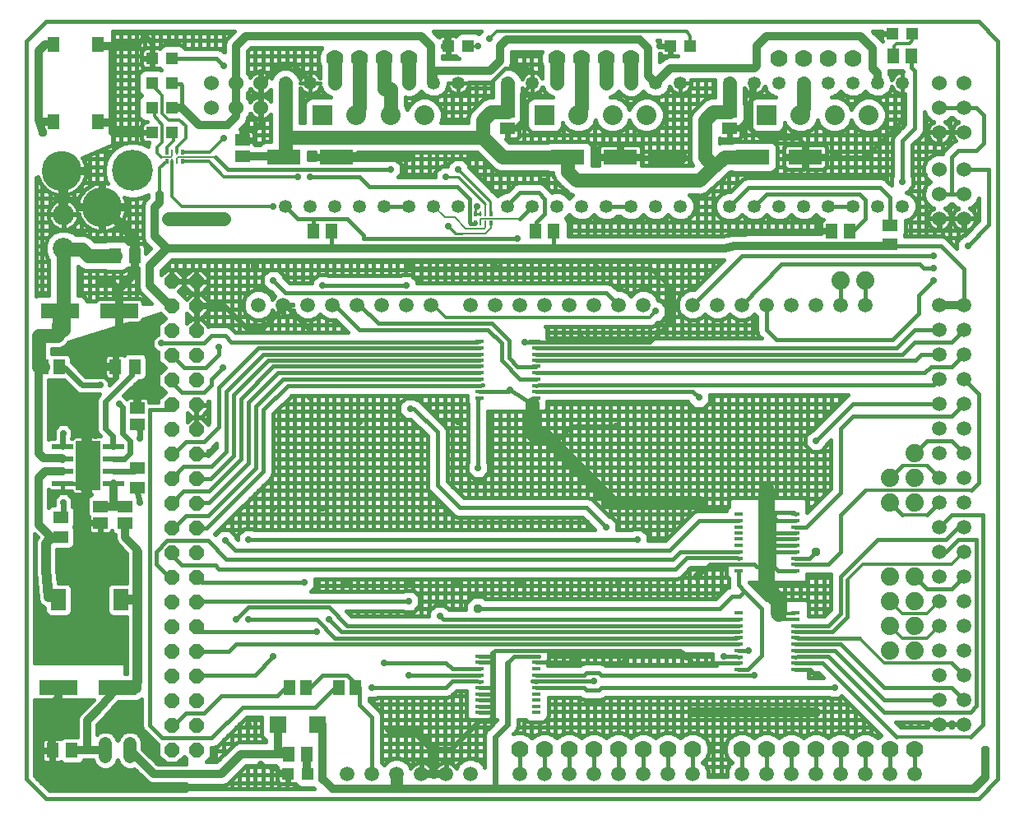
<source format=gtl>
G75*
%MOIN*%
%OFA0B0*%
%FSLAX25Y25*%
%IPPOS*%
%LPD*%
%AMOC8*
5,1,8,0,0,1.08239X$1,22.5*
%
%ADD10C,0.01600*%
%ADD11C,0.05906*%
%ADD12R,0.04724X0.04724*%
%ADD13R,0.05118X0.05906*%
%ADD14C,0.07000*%
%ADD15C,0.05315*%
%ADD16C,0.06000*%
%ADD17R,0.05906X0.05118*%
%ADD18R,0.13780X0.06299*%
%ADD19R,0.08000X0.08000*%
%ADD20C,0.08000*%
%ADD21C,0.08600*%
%ADD22R,0.05118X0.06102*%
%ADD23OC8,0.06000*%
%ADD24R,0.08661X0.02362*%
%ADD25R,0.10000X0.20000*%
%ADD26R,0.06299X0.05118*%
%ADD27R,0.05118X0.06299*%
%ADD28R,0.15748X0.06299*%
%ADD29R,0.06299X0.08661*%
%ADD30C,0.05400*%
%ADD31R,0.03543X0.01378*%
%ADD32R,0.07087X0.06693*%
%ADD33C,0.07400*%
%ADD34C,0.16598*%
%ADD35C,0.16200*%
%ADD36R,0.01496X0.01969*%
%ADD37R,0.00984X0.01969*%
%ADD38OC8,0.03562*%
%ADD39OC8,0.02400*%
%ADD40C,0.05600*%
%ADD41OC8,0.02800*%
%ADD42C,0.04000*%
%ADD43C,0.03200*%
%ADD44C,0.02400*%
%ADD45C,0.01200*%
%ADD46R,0.02400X0.02400*%
%ADD47OC8,0.03169*%
%ADD48C,0.06600*%
%ADD49C,0.01000*%
%ADD50C,0.00800*%
%ADD51C,0.00600*%
%ADD52C,0.05000*%
D10*
X0016500Y0009674D02*
X0024374Y0001800D01*
X0402327Y0001800D01*
X0410201Y0009674D01*
X0410201Y0308887D01*
X0402327Y0316761D01*
X0024374Y0316761D01*
X0016500Y0308887D01*
X0016500Y0308800D02*
X0016500Y0009800D01*
X0019700Y0010999D02*
X0019700Y0041800D01*
X0043705Y0041800D01*
X0042589Y0040546D01*
X0037609Y0035566D01*
X0037000Y0034096D01*
X0037000Y0026850D01*
X0031901Y0026850D01*
X0031018Y0026484D01*
X0030535Y0026001D01*
X0030317Y0026127D01*
X0029859Y0026250D01*
X0027543Y0026250D01*
X0027543Y0021780D01*
X0026583Y0021780D01*
X0026583Y0026250D01*
X0024267Y0026250D01*
X0023809Y0026127D01*
X0023399Y0025890D01*
X0023064Y0025555D01*
X0022827Y0025144D01*
X0022704Y0024687D01*
X0022704Y0021780D01*
X0026583Y0021780D01*
X0026583Y0020820D01*
X0027543Y0020820D01*
X0027543Y0016350D01*
X0029859Y0016350D01*
X0030317Y0016473D01*
X0030535Y0016599D01*
X0031018Y0016116D01*
X0031901Y0015750D01*
X0037973Y0015750D01*
X0038856Y0016116D01*
X0039531Y0016791D01*
X0039742Y0017300D01*
X0043518Y0017300D01*
X0044176Y0015711D01*
X0045611Y0014276D01*
X0047486Y0013500D01*
X0049514Y0013500D01*
X0051389Y0014276D01*
X0052824Y0015711D01*
X0053500Y0017344D01*
X0054176Y0015711D01*
X0055611Y0014276D01*
X0057486Y0013500D01*
X0059514Y0013500D01*
X0060313Y0013831D01*
X0065734Y0008409D01*
X0067204Y0007800D01*
X0081011Y0007800D01*
X0081004Y0005000D01*
X0025699Y0005000D01*
X0019700Y0010999D01*
X0019700Y0011391D02*
X0062752Y0011391D01*
X0064351Y0009793D02*
X0020907Y0009793D01*
X0022505Y0008194D02*
X0066253Y0008194D01*
X0061154Y0012990D02*
X0019700Y0012990D01*
X0019700Y0014588D02*
X0045299Y0014588D01*
X0043979Y0016187D02*
X0038926Y0016187D01*
X0030948Y0016187D02*
X0019700Y0016187D01*
X0019700Y0017785D02*
X0022738Y0017785D01*
X0022704Y0017913D02*
X0022827Y0017456D01*
X0023064Y0017045D01*
X0023399Y0016710D01*
X0023809Y0016473D01*
X0024267Y0016350D01*
X0026583Y0016350D01*
X0026583Y0020820D01*
X0022704Y0020820D01*
X0022704Y0017913D01*
X0022704Y0019384D02*
X0019700Y0019384D01*
X0019700Y0020982D02*
X0026583Y0020982D01*
X0026583Y0019384D02*
X0027543Y0019384D01*
X0027543Y0017785D02*
X0026583Y0017785D01*
X0026583Y0022581D02*
X0027543Y0022581D01*
X0027543Y0024179D02*
X0026583Y0024179D01*
X0026583Y0025778D02*
X0027543Y0025778D01*
X0023286Y0025778D02*
X0019700Y0025778D01*
X0019700Y0027376D02*
X0037000Y0027376D01*
X0037000Y0028975D02*
X0019700Y0028975D01*
X0019700Y0030573D02*
X0037000Y0030573D01*
X0037000Y0032172D02*
X0019700Y0032172D01*
X0019700Y0033770D02*
X0037000Y0033770D01*
X0037527Y0035369D02*
X0019700Y0035369D01*
X0019700Y0036967D02*
X0039010Y0036967D01*
X0040609Y0038566D02*
X0019700Y0038566D01*
X0019700Y0040164D02*
X0042207Y0040164D01*
X0043672Y0041763D02*
X0019700Y0041763D01*
X0019700Y0056800D02*
X0019700Y0108943D01*
X0020997Y0107646D01*
X0020770Y0107418D01*
X0020596Y0106998D01*
X0020345Y0106618D01*
X0020264Y0106197D01*
X0020100Y0105801D01*
X0020100Y0105346D01*
X0020014Y0104899D01*
X0020100Y0104479D01*
X0020100Y0094973D01*
X0020040Y0094780D01*
X0020100Y0094104D01*
X0020100Y0093425D01*
X0020177Y0093238D01*
X0021080Y0083124D01*
X0021080Y0082444D01*
X0021158Y0082258D01*
X0021176Y0082057D01*
X0021490Y0081455D01*
X0021750Y0080827D01*
X0021893Y0080684D01*
X0021987Y0080505D01*
X0022508Y0080070D01*
X0022988Y0079590D01*
X0023175Y0079512D01*
X0023329Y0079383D01*
X0023943Y0079191D01*
X0023943Y0077504D01*
X0024308Y0076622D01*
X0024983Y0075946D01*
X0025865Y0075581D01*
X0033119Y0075581D01*
X0034001Y0075946D01*
X0034676Y0076622D01*
X0035042Y0077504D01*
X0035042Y0087120D01*
X0034676Y0088002D01*
X0034001Y0088677D01*
X0033119Y0089043D01*
X0029387Y0089043D01*
X0028900Y0094496D01*
X0028900Y0102904D01*
X0034127Y0102904D01*
X0035009Y0103269D01*
X0035684Y0103944D01*
X0036050Y0104827D01*
X0036050Y0110899D01*
X0035684Y0111782D01*
X0035666Y0111800D01*
X0035684Y0111818D01*
X0036050Y0112701D01*
X0036050Y0118773D01*
X0035684Y0119656D01*
X0035207Y0120133D01*
X0035300Y0120226D01*
X0035300Y0123374D01*
X0033074Y0125600D01*
X0029926Y0125600D01*
X0027700Y0123374D01*
X0027700Y0120696D01*
X0026873Y0120696D01*
X0025991Y0120331D01*
X0025500Y0119840D01*
X0025500Y0127006D01*
X0025828Y0126679D01*
X0026238Y0126442D01*
X0026696Y0126319D01*
X0031264Y0126319D01*
X0034765Y0126319D01*
X0034823Y0126105D01*
X0035060Y0125695D01*
X0035395Y0125360D01*
X0035805Y0125123D01*
X0036263Y0125000D01*
X0040700Y0125000D01*
X0040700Y0136000D01*
X0042300Y0136000D01*
X0042300Y0137600D01*
X0045023Y0137600D01*
X0045354Y0136800D01*
X0045023Y0136000D01*
X0042300Y0136000D01*
X0042300Y0125000D01*
X0042815Y0125000D01*
X0042188Y0124740D01*
X0041513Y0124065D01*
X0041147Y0123183D01*
X0041147Y0117110D01*
X0041513Y0116228D01*
X0041747Y0115993D01*
X0041747Y0113933D01*
X0046020Y0113933D01*
X0046020Y0112974D01*
X0041747Y0112974D01*
X0041747Y0110658D01*
X0041870Y0110200D01*
X0042107Y0109789D01*
X0042442Y0109454D01*
X0042852Y0109217D01*
X0043310Y0109094D01*
X0046020Y0109094D01*
X0046020Y0112974D01*
X0046980Y0112974D01*
X0046980Y0109094D01*
X0049690Y0109094D01*
X0050148Y0109217D01*
X0050558Y0109454D01*
X0050893Y0109789D01*
X0051130Y0110200D01*
X0051172Y0110357D01*
X0051513Y0109535D01*
X0052188Y0108860D01*
X0052500Y0108731D01*
X0052500Y0107895D01*
X0052467Y0107195D01*
X0052500Y0107103D01*
X0052500Y0107004D01*
X0052768Y0106357D01*
X0053005Y0105698D01*
X0053071Y0105625D01*
X0053109Y0105534D01*
X0053604Y0105039D01*
X0057100Y0101194D01*
X0057100Y0089043D01*
X0051062Y0089043D01*
X0050180Y0088677D01*
X0049505Y0088002D01*
X0049139Y0087120D01*
X0049139Y0077504D01*
X0049505Y0076622D01*
X0050180Y0075946D01*
X0051062Y0075581D01*
X0057100Y0075581D01*
X0057100Y0052350D01*
X0056500Y0052350D01*
X0056500Y0056800D01*
X0019700Y0056800D01*
X0019700Y0057748D02*
X0057100Y0057748D01*
X0057100Y0059346D02*
X0019700Y0059346D01*
X0019700Y0060945D02*
X0057100Y0060945D01*
X0057100Y0062543D02*
X0019700Y0062543D01*
X0019700Y0064142D02*
X0057100Y0064142D01*
X0057100Y0065740D02*
X0019700Y0065740D01*
X0019700Y0067339D02*
X0057100Y0067339D01*
X0057100Y0068937D02*
X0019700Y0068937D01*
X0019700Y0070536D02*
X0057100Y0070536D01*
X0057100Y0072134D02*
X0019700Y0072134D01*
X0019700Y0073733D02*
X0057100Y0073733D01*
X0057100Y0075332D02*
X0019700Y0075332D01*
X0019700Y0076930D02*
X0024180Y0076930D01*
X0023943Y0078529D02*
X0019700Y0078529D01*
X0019700Y0080127D02*
X0022439Y0080127D01*
X0021349Y0081726D02*
X0019700Y0081726D01*
X0019700Y0083324D02*
X0021062Y0083324D01*
X0020920Y0084923D02*
X0019700Y0084923D01*
X0019700Y0086521D02*
X0020777Y0086521D01*
X0020634Y0088120D02*
X0019700Y0088120D01*
X0019700Y0089718D02*
X0020492Y0089718D01*
X0020349Y0091317D02*
X0019700Y0091317D01*
X0019700Y0092915D02*
X0020206Y0092915D01*
X0020063Y0094514D02*
X0019700Y0094514D01*
X0019700Y0096112D02*
X0020100Y0096112D01*
X0020100Y0097711D02*
X0019700Y0097711D01*
X0019700Y0099309D02*
X0020100Y0099309D01*
X0020100Y0100908D02*
X0019700Y0100908D01*
X0019700Y0102506D02*
X0020100Y0102506D01*
X0020100Y0104105D02*
X0019700Y0104105D01*
X0019700Y0105703D02*
X0020100Y0105703D01*
X0019700Y0107302D02*
X0020722Y0107302D01*
X0019743Y0108900D02*
X0019700Y0108900D01*
X0028900Y0102506D02*
X0055907Y0102506D01*
X0057100Y0100908D02*
X0028900Y0100908D01*
X0028900Y0099309D02*
X0057100Y0099309D01*
X0057100Y0097711D02*
X0028900Y0097711D01*
X0028900Y0096112D02*
X0057100Y0096112D01*
X0057100Y0094514D02*
X0028900Y0094514D01*
X0029041Y0092915D02*
X0057100Y0092915D01*
X0057100Y0091317D02*
X0029184Y0091317D01*
X0029327Y0089718D02*
X0057100Y0089718D01*
X0049622Y0088120D02*
X0034559Y0088120D01*
X0035042Y0086521D02*
X0049139Y0086521D01*
X0049139Y0084923D02*
X0035042Y0084923D01*
X0035042Y0083324D02*
X0049139Y0083324D01*
X0049139Y0081726D02*
X0035042Y0081726D01*
X0035042Y0080127D02*
X0049139Y0080127D01*
X0049139Y0078529D02*
X0035042Y0078529D01*
X0034804Y0076930D02*
X0049377Y0076930D01*
X0056500Y0056149D02*
X0057100Y0056149D01*
X0057100Y0054551D02*
X0056500Y0054551D01*
X0056500Y0052952D02*
X0057100Y0052952D01*
X0053924Y0041250D02*
X0061859Y0041250D01*
X0062741Y0041616D01*
X0063300Y0042174D01*
X0063300Y0030663D01*
X0063787Y0029487D01*
X0064687Y0028587D01*
X0069687Y0023587D01*
X0069958Y0023475D01*
X0069958Y0019130D01*
X0073122Y0015967D01*
X0077595Y0015967D01*
X0080358Y0018730D01*
X0081037Y0018051D01*
X0081031Y0015800D01*
X0069657Y0015800D01*
X0063600Y0021857D01*
X0063600Y0025014D01*
X0062824Y0026889D01*
X0061389Y0028324D01*
X0059514Y0029100D01*
X0057486Y0029100D01*
X0055611Y0028324D01*
X0054176Y0026889D01*
X0053500Y0025256D01*
X0052824Y0026889D01*
X0051389Y0028324D01*
X0049514Y0029100D01*
X0047486Y0029100D01*
X0045611Y0028324D01*
X0045000Y0027712D01*
X0045000Y0031643D01*
X0047851Y0034494D01*
X0047959Y0034547D01*
X0048411Y0035054D01*
X0048891Y0035534D01*
X0048937Y0035646D01*
X0053924Y0041250D01*
X0052958Y0040164D02*
X0063300Y0040164D01*
X0063300Y0038566D02*
X0051535Y0038566D01*
X0050113Y0036967D02*
X0063300Y0036967D01*
X0063300Y0035369D02*
X0048726Y0035369D01*
X0047127Y0033770D02*
X0063300Y0033770D01*
X0063300Y0032172D02*
X0045529Y0032172D01*
X0045000Y0030573D02*
X0063337Y0030573D01*
X0064300Y0028975D02*
X0059817Y0028975D01*
X0057183Y0028975D02*
X0049817Y0028975D01*
X0047183Y0028975D02*
X0045000Y0028975D01*
X0052336Y0027376D02*
X0054664Y0027376D01*
X0053716Y0025778D02*
X0053284Y0025778D01*
X0062336Y0027376D02*
X0065898Y0027376D01*
X0067497Y0025778D02*
X0063284Y0025778D01*
X0063600Y0024179D02*
X0069095Y0024179D01*
X0069958Y0022581D02*
X0063600Y0022581D01*
X0064475Y0020982D02*
X0069958Y0020982D01*
X0069958Y0019384D02*
X0066073Y0019384D01*
X0067672Y0017785D02*
X0071303Y0017785D01*
X0072902Y0016187D02*
X0069270Y0016187D01*
X0077815Y0016187D02*
X0081032Y0016187D01*
X0081036Y0017785D02*
X0079413Y0017785D01*
X0089359Y0016600D02*
X0091558Y0018799D01*
X0091558Y0022300D01*
X0092296Y0022300D01*
X0093766Y0022909D01*
X0105657Y0034800D01*
X0111686Y0034800D01*
X0111686Y0027817D01*
X0112173Y0026641D01*
X0113073Y0025741D01*
X0113629Y0025510D01*
X0113629Y0024600D01*
X0102545Y0024600D01*
X0100781Y0023869D01*
X0099431Y0022519D01*
X0093512Y0016600D01*
X0089359Y0016600D01*
X0090100Y0016600D02*
X0090100Y0017341D01*
X0090559Y0017800D02*
X0094712Y0017800D01*
X0093300Y0016600D02*
X0093300Y0022716D01*
X0095057Y0024200D02*
X0101580Y0024200D01*
X0102900Y0024600D02*
X0102900Y0032043D01*
X0101457Y0030600D02*
X0111686Y0030600D01*
X0111686Y0033800D02*
X0104657Y0033800D01*
X0106100Y0034800D02*
X0106100Y0024600D01*
X0109300Y0024600D02*
X0109300Y0034800D01*
X0104000Y0038800D02*
X0091500Y0026300D01*
X0071500Y0026300D01*
X0066500Y0031300D01*
X0066500Y0159300D01*
X0074000Y0159300D01*
X0075358Y0161367D01*
X0071203Y0164848D02*
X0056043Y0164848D01*
X0056039Y0164852D02*
X0055841Y0165050D01*
X0062042Y0171250D01*
X0063473Y0171250D01*
X0064356Y0171616D01*
X0065031Y0172291D01*
X0065396Y0173173D01*
X0065396Y0180427D01*
X0065031Y0181309D01*
X0064356Y0181984D01*
X0063473Y0182350D01*
X0057401Y0182350D01*
X0056518Y0181984D01*
X0056035Y0181501D01*
X0055817Y0181627D01*
X0055359Y0181750D01*
X0053043Y0181750D01*
X0053043Y0177280D01*
X0052083Y0177280D01*
X0052083Y0181750D01*
X0049767Y0181750D01*
X0049309Y0181627D01*
X0048899Y0181390D01*
X0048564Y0181055D01*
X0048327Y0180644D01*
X0048204Y0180187D01*
X0048204Y0177280D01*
X0052083Y0177280D01*
X0052083Y0176320D01*
X0053043Y0176320D01*
X0053043Y0172434D01*
X0050100Y0169491D01*
X0050100Y0170791D01*
X0049552Y0171339D01*
X0049552Y0171339D01*
X0048539Y0172352D01*
X0047991Y0172900D01*
X0040491Y0172900D01*
X0034805Y0178586D01*
X0034805Y0180230D01*
X0034440Y0181112D01*
X0033765Y0181787D01*
X0032883Y0182153D01*
X0026810Y0182153D01*
X0026700Y0182107D01*
X0026700Y0184100D01*
X0028743Y0184100D01*
X0029517Y0184023D01*
X0029770Y0184100D01*
X0030034Y0184100D01*
X0030753Y0184398D01*
X0031497Y0184623D01*
X0031701Y0184790D01*
X0031946Y0184892D01*
X0032495Y0185441D01*
X0033097Y0185934D01*
X0033221Y0186167D01*
X0033408Y0186354D01*
X0033551Y0186698D01*
X0058285Y0194488D01*
X0062131Y0194488D01*
X0062588Y0194611D01*
X0062999Y0194848D01*
X0063334Y0195183D01*
X0063571Y0195593D01*
X0063694Y0196051D01*
X0063694Y0196192D01*
X0070692Y0198396D01*
X0072722Y0196367D01*
X0069958Y0193604D01*
X0069958Y0189900D01*
X0069509Y0189900D01*
X0067400Y0187791D01*
X0067400Y0184809D01*
X0069509Y0182700D01*
X0069958Y0182700D01*
X0069958Y0179130D01*
X0072722Y0176367D01*
X0069958Y0173604D01*
X0069958Y0169130D01*
X0072722Y0166367D01*
X0069958Y0163604D01*
X0069958Y0162500D01*
X0066253Y0162500D01*
X0066253Y0162942D01*
X0066130Y0163400D01*
X0065893Y0163811D01*
X0065558Y0164146D01*
X0065148Y0164383D01*
X0064690Y0164505D01*
X0061980Y0164505D01*
X0061980Y0160626D01*
X0061020Y0160626D01*
X0061020Y0164505D01*
X0058310Y0164505D01*
X0057852Y0164383D01*
X0057442Y0164146D01*
X0057107Y0163811D01*
X0057097Y0163794D01*
X0056039Y0164852D01*
X0056039Y0164852D01*
X0057238Y0166447D02*
X0072642Y0166447D01*
X0071043Y0168045D02*
X0058836Y0168045D01*
X0060435Y0169644D02*
X0069958Y0169644D01*
X0069958Y0171242D02*
X0062033Y0171242D01*
X0065258Y0172841D02*
X0069958Y0172841D01*
X0070794Y0174439D02*
X0065396Y0174439D01*
X0065396Y0176038D02*
X0072392Y0176038D01*
X0071452Y0177636D02*
X0065396Y0177636D01*
X0065396Y0179235D02*
X0069958Y0179235D01*
X0069958Y0180833D02*
X0065228Y0180833D01*
X0068179Y0184030D02*
X0029540Y0184030D01*
X0029447Y0184030D02*
X0026700Y0184030D01*
X0026700Y0182432D02*
X0069958Y0182432D01*
X0071000Y0186300D02*
X0088500Y0186300D01*
X0091500Y0189300D01*
X0097000Y0189300D01*
X0099500Y0186800D01*
X0199000Y0186800D01*
X0199984Y0186977D01*
X0199984Y0184418D02*
X0199000Y0184300D01*
X0110500Y0184300D01*
X0094500Y0168300D01*
X0094500Y0152300D01*
X0088500Y0146300D01*
X0081000Y0146300D01*
X0076500Y0141800D01*
X0075358Y0141367D01*
X0080291Y0136300D02*
X0075358Y0131367D01*
X0080291Y0136300D02*
X0091500Y0136300D01*
X0097500Y0142300D01*
X0097500Y0166800D01*
X0112559Y0181859D01*
X0199984Y0181859D01*
X0199984Y0179477D02*
X0199000Y0179300D01*
X0114500Y0179300D01*
X0100500Y0165300D01*
X0100500Y0140800D01*
X0091000Y0131300D01*
X0085791Y0131300D01*
X0090500Y0126300D02*
X0080291Y0126300D01*
X0075358Y0121367D01*
X0081000Y0116300D02*
X0090000Y0116300D01*
X0109500Y0135800D01*
X0109500Y0160800D01*
X0120500Y0171800D01*
X0199984Y0171800D01*
X0199984Y0169241D02*
X0122441Y0169241D01*
X0112500Y0159300D01*
X0112500Y0134300D01*
X0089567Y0111367D01*
X0085358Y0111367D01*
X0081000Y0116300D02*
X0076500Y0111800D01*
X0075358Y0111367D01*
X0073500Y0106300D02*
X0090000Y0106300D01*
X0097500Y0098800D01*
X0278500Y0098800D01*
X0281500Y0101800D01*
X0304984Y0101800D01*
X0304543Y0099300D02*
X0304984Y0099241D01*
X0304543Y0099300D02*
X0284000Y0099300D01*
X0279500Y0094800D01*
X0094500Y0094800D01*
X0093000Y0096300D01*
X0079500Y0096300D01*
X0076500Y0099300D01*
X0075358Y0101367D01*
X0073500Y0106300D02*
X0069000Y0101800D01*
X0069000Y0096800D01*
X0074000Y0091800D01*
X0075358Y0091367D01*
X0085358Y0091367D02*
X0087500Y0089300D01*
X0129000Y0089300D01*
X0131723Y0085800D02*
X0133400Y0087477D01*
X0133400Y0090800D01*
X0280296Y0090800D01*
X0281766Y0091409D01*
X0285657Y0095300D01*
X0300013Y0095300D01*
X0300013Y0092797D01*
X0300500Y0091621D01*
X0300984Y0091137D01*
X0300984Y0087520D01*
X0300991Y0087504D01*
X0300234Y0087191D01*
X0299109Y0086066D01*
X0295843Y0082800D01*
X0202544Y0082800D01*
X0201563Y0083781D01*
X0197437Y0083781D01*
X0194519Y0080863D01*
X0194519Y0078300D01*
X0187723Y0078300D01*
X0185823Y0080200D01*
X0182177Y0080200D01*
X0179600Y0077623D01*
X0179600Y0075800D01*
X0148157Y0075800D01*
X0146157Y0077800D01*
X0169277Y0077800D01*
X0169677Y0077400D01*
X0173323Y0077400D01*
X0175900Y0079977D01*
X0175900Y0083623D01*
X0173323Y0086200D01*
X0169677Y0086200D01*
X0169277Y0085800D01*
X0131723Y0085800D01*
X0133400Y0088200D02*
X0300984Y0088200D01*
X0300721Y0091400D02*
X0281744Y0091400D01*
X0282100Y0091743D02*
X0282100Y0082800D01*
X0278900Y0082800D02*
X0278900Y0090800D01*
X0275700Y0090800D02*
X0275700Y0082800D01*
X0272500Y0082800D02*
X0272500Y0090800D01*
X0269300Y0090800D02*
X0269300Y0082800D01*
X0266100Y0082800D02*
X0266100Y0090800D01*
X0262900Y0090800D02*
X0262900Y0082800D01*
X0259700Y0082800D02*
X0259700Y0090800D01*
X0256500Y0090800D02*
X0256500Y0082800D01*
X0253300Y0082800D02*
X0253300Y0090800D01*
X0250100Y0090800D02*
X0250100Y0082800D01*
X0246900Y0082800D02*
X0246900Y0090800D01*
X0243700Y0090800D02*
X0243700Y0082800D01*
X0240500Y0082800D02*
X0240500Y0090800D01*
X0237300Y0090800D02*
X0237300Y0082800D01*
X0234100Y0082800D02*
X0234100Y0090800D01*
X0230900Y0090800D02*
X0230900Y0082800D01*
X0227700Y0082800D02*
X0227700Y0090800D01*
X0224500Y0090800D02*
X0224500Y0082800D01*
X0221300Y0082800D02*
X0221300Y0090800D01*
X0218100Y0090800D02*
X0218100Y0082800D01*
X0214900Y0082800D02*
X0214900Y0090800D01*
X0211700Y0090800D02*
X0211700Y0082800D01*
X0208500Y0082800D02*
X0208500Y0090800D01*
X0205300Y0090800D02*
X0205300Y0082800D01*
X0202100Y0083244D02*
X0202100Y0090800D01*
X0198900Y0090800D02*
X0198900Y0083781D01*
X0195700Y0082044D02*
X0195700Y0090800D01*
X0192500Y0090800D02*
X0192500Y0078300D01*
X0194519Y0078600D02*
X0187423Y0078600D01*
X0186100Y0079923D02*
X0186100Y0090800D01*
X0182900Y0090800D02*
X0182900Y0080200D01*
X0180577Y0078600D02*
X0174523Y0078600D01*
X0173300Y0077400D02*
X0173300Y0075800D01*
X0170100Y0075800D02*
X0170100Y0077400D01*
X0166900Y0077800D02*
X0166900Y0075800D01*
X0163700Y0075800D02*
X0163700Y0077800D01*
X0160500Y0077800D02*
X0160500Y0075800D01*
X0157300Y0075800D02*
X0157300Y0077800D01*
X0154100Y0077800D02*
X0154100Y0075800D01*
X0150900Y0075800D02*
X0150900Y0077800D01*
X0147700Y0077800D02*
X0147700Y0076257D01*
X0146500Y0071800D02*
X0139000Y0079300D01*
X0106500Y0079300D01*
X0101500Y0074300D01*
X0106500Y0074300D02*
X0134000Y0074300D01*
X0141500Y0066800D01*
X0304000Y0066800D01*
X0304984Y0066918D01*
X0304984Y0064359D02*
X0304000Y0064300D01*
X0101500Y0064300D01*
X0098500Y0061300D01*
X0088500Y0061300D01*
X0085358Y0061367D01*
X0087000Y0069300D02*
X0085358Y0071367D01*
X0087000Y0069300D02*
X0134000Y0069300D01*
X0139000Y0074300D02*
X0144000Y0069300D01*
X0304000Y0069300D01*
X0304984Y0069477D01*
X0304984Y0071859D02*
X0304000Y0071800D01*
X0146500Y0071800D01*
X0161500Y0056800D02*
X0186500Y0056800D01*
X0189000Y0054300D01*
X0199000Y0054300D01*
X0199984Y0054359D01*
X0199984Y0051800D02*
X0171500Y0051800D01*
X0170100Y0042800D02*
X0170100Y0016901D01*
X0169985Y0017016D02*
X0167724Y0017953D01*
X0165276Y0017953D01*
X0163015Y0017016D01*
X0161500Y0015501D01*
X0160500Y0016501D01*
X0160500Y0042800D01*
X0158723Y0042800D02*
X0158323Y0042400D01*
X0155500Y0042400D01*
X0155500Y0041457D01*
X0158766Y0038191D01*
X0159891Y0037066D01*
X0160500Y0035596D01*
X0160500Y0016501D01*
X0160500Y0017800D02*
X0164907Y0017800D01*
X0163700Y0017300D02*
X0163700Y0042800D01*
X0166900Y0042800D02*
X0166900Y0017953D01*
X0168093Y0017800D02*
X0194907Y0017800D01*
X0195276Y0017953D02*
X0193015Y0017016D01*
X0191284Y0015285D01*
X0190734Y0013958D01*
X0190565Y0014291D01*
X0190125Y0014896D01*
X0189596Y0015425D01*
X0188991Y0015865D01*
X0188324Y0016205D01*
X0187613Y0016436D01*
X0186874Y0016553D01*
X0186684Y0016553D01*
X0186684Y0011984D01*
X0186316Y0011984D01*
X0186316Y0011616D01*
X0181747Y0011616D01*
X0181747Y0011426D01*
X0181864Y0010687D01*
X0181893Y0010600D01*
X0181107Y0010600D01*
X0181136Y0010687D01*
X0181253Y0011426D01*
X0181253Y0011616D01*
X0176684Y0011616D01*
X0176684Y0011984D01*
X0176316Y0011984D01*
X0176316Y0016553D01*
X0176126Y0016553D01*
X0175387Y0016436D01*
X0174676Y0016205D01*
X0174009Y0015865D01*
X0173404Y0015425D01*
X0172875Y0014896D01*
X0172435Y0014291D01*
X0172266Y0013958D01*
X0171716Y0015285D01*
X0169985Y0017016D01*
X0172000Y0014600D02*
X0172660Y0014600D01*
X0173300Y0015321D02*
X0173300Y0042800D01*
X0176500Y0042800D02*
X0176500Y0011984D01*
X0176684Y0011984D02*
X0176684Y0016553D01*
X0176874Y0016553D01*
X0177613Y0016436D01*
X0178324Y0016205D01*
X0178991Y0015865D01*
X0179596Y0015425D01*
X0180125Y0014896D01*
X0180565Y0014291D01*
X0180905Y0013624D01*
X0181136Y0012913D01*
X0181253Y0012174D01*
X0181253Y0011984D01*
X0176684Y0011984D01*
X0176684Y0014600D02*
X0176316Y0014600D01*
X0179700Y0015321D02*
X0179700Y0042800D01*
X0182900Y0042800D02*
X0182900Y0014921D01*
X0182875Y0014896D02*
X0182435Y0014291D01*
X0182095Y0013624D01*
X0181864Y0012913D01*
X0181747Y0012174D01*
X0181747Y0011984D01*
X0186316Y0011984D01*
X0186316Y0016553D01*
X0186126Y0016553D01*
X0185387Y0016436D01*
X0184676Y0016205D01*
X0184009Y0015865D01*
X0183404Y0015425D01*
X0182875Y0014896D01*
X0182660Y0014600D02*
X0180340Y0014600D01*
X0179700Y0011984D02*
X0179700Y0011616D01*
X0181249Y0011400D02*
X0181751Y0011400D01*
X0182900Y0011616D02*
X0182900Y0011984D01*
X0186100Y0011984D02*
X0186100Y0011616D01*
X0186316Y0014600D02*
X0186684Y0014600D01*
X0186100Y0016549D02*
X0186100Y0042800D01*
X0187296Y0042800D02*
X0188766Y0043409D01*
X0189891Y0044534D01*
X0190657Y0045300D01*
X0194900Y0045300D01*
X0194900Y0034637D01*
X0195837Y0033700D01*
X0207100Y0033700D01*
X0207100Y0033623D01*
X0204008Y0030530D01*
X0202770Y0029292D01*
X0202100Y0027675D01*
X0202100Y0033700D01*
X0205300Y0033700D02*
X0205300Y0031823D01*
X0204077Y0030600D02*
X0160500Y0030600D01*
X0160500Y0027400D02*
X0202100Y0027400D01*
X0202100Y0027675D02*
X0202100Y0014358D01*
X0201716Y0015285D01*
X0199985Y0017016D01*
X0197724Y0017953D01*
X0195276Y0017953D01*
X0195700Y0017953D02*
X0195700Y0033837D01*
X0195737Y0033800D02*
X0160500Y0033800D01*
X0159918Y0037000D02*
X0194900Y0037000D01*
X0194900Y0040200D02*
X0156757Y0040200D01*
X0157300Y0039657D02*
X0157300Y0042400D01*
X0158723Y0042800D02*
X0187296Y0042800D01*
X0188744Y0043400D02*
X0194900Y0043400D01*
X0192500Y0045300D02*
X0192500Y0016501D01*
X0191000Y0014600D02*
X0190340Y0014600D01*
X0189300Y0015640D02*
X0189300Y0043943D01*
X0186500Y0046800D02*
X0156500Y0046800D01*
X0151500Y0046800D02*
X0149846Y0046800D01*
X0151500Y0046800D02*
X0146500Y0051800D01*
X0136500Y0051800D01*
X0131500Y0046800D01*
X0129846Y0046800D01*
X0123154Y0046800D02*
X0121500Y0046800D01*
X0118000Y0043300D01*
X0095500Y0043300D01*
X0088500Y0036300D01*
X0081000Y0036300D01*
X0076500Y0031800D01*
X0075358Y0031367D01*
X0063300Y0041763D02*
X0062888Y0041763D01*
X0085358Y0051367D02*
X0086500Y0051800D01*
X0109000Y0051800D01*
X0116500Y0059300D01*
X0133500Y0038800D02*
X0141500Y0046800D01*
X0143154Y0046800D01*
X0151500Y0046800D02*
X0151500Y0039800D01*
X0156500Y0034800D01*
X0156500Y0011800D01*
X0160500Y0021000D02*
X0202100Y0021000D01*
X0202100Y0017800D02*
X0198093Y0017800D01*
X0198900Y0017466D02*
X0198900Y0033700D01*
X0199984Y0036623D02*
X0205323Y0036623D01*
X0205382Y0039182D02*
X0199984Y0039182D01*
X0199984Y0041741D02*
X0205441Y0041741D01*
X0205323Y0044123D02*
X0199984Y0044123D01*
X0199984Y0046682D02*
X0205118Y0046682D01*
X0199984Y0049241D02*
X0199000Y0049300D01*
X0189000Y0049300D01*
X0186500Y0046800D01*
X0199984Y0056918D02*
X0205382Y0056918D01*
X0205323Y0059477D02*
X0199984Y0059477D01*
X0205500Y0060800D02*
X0206500Y0061800D01*
X0281500Y0061800D01*
X0284500Y0059300D01*
X0286618Y0056682D01*
X0304984Y0056682D01*
X0304984Y0059241D02*
X0304000Y0059300D01*
X0299000Y0059300D01*
X0295877Y0056200D02*
X0250744Y0056200D01*
X0250766Y0056191D02*
X0249296Y0056800D01*
X0242704Y0056800D01*
X0241234Y0056191D01*
X0240843Y0055800D01*
X0227940Y0055800D01*
X0227500Y0056861D01*
X0227443Y0056918D01*
X0227500Y0056976D01*
X0227987Y0058152D01*
X0227987Y0058873D01*
X0228078Y0059374D01*
X0227987Y0059789D01*
X0227987Y0060300D01*
X0294600Y0060300D01*
X0294600Y0057477D01*
X0296277Y0055800D01*
X0251157Y0055800D01*
X0250766Y0056191D01*
X0250100Y0056467D02*
X0250100Y0060300D01*
X0246900Y0060300D02*
X0246900Y0056800D01*
X0243700Y0056800D02*
X0243700Y0060300D01*
X0240500Y0060300D02*
X0240500Y0055800D01*
X0241256Y0056200D02*
X0227774Y0056200D01*
X0227700Y0056378D02*
X0227700Y0057458D01*
X0228072Y0059400D02*
X0294600Y0059400D01*
X0294900Y0057177D02*
X0294900Y0055800D01*
X0291700Y0055800D02*
X0291700Y0060300D01*
X0288500Y0060300D02*
X0288500Y0055800D01*
X0285300Y0055800D02*
X0285300Y0060300D01*
X0282100Y0060300D02*
X0282100Y0055800D01*
X0278900Y0055800D02*
X0278900Y0060300D01*
X0275700Y0060300D02*
X0275700Y0055800D01*
X0272500Y0055800D02*
X0272500Y0060300D01*
X0269300Y0060300D02*
X0269300Y0055800D01*
X0266100Y0055800D02*
X0266100Y0060300D01*
X0262900Y0060300D02*
X0262900Y0055800D01*
X0259700Y0055800D02*
X0259700Y0060300D01*
X0256500Y0060300D02*
X0256500Y0055800D01*
X0253300Y0055800D02*
X0253300Y0060300D01*
X0248500Y0052800D02*
X0243500Y0052800D01*
X0242500Y0051800D01*
X0223016Y0051800D01*
X0223016Y0049241D02*
X0221500Y0049300D01*
X0246500Y0049300D01*
X0249500Y0046800D02*
X0248500Y0045800D01*
X0243500Y0045800D01*
X0242500Y0046800D01*
X0224000Y0046800D01*
X0223016Y0046682D01*
X0227987Y0042800D02*
X0240843Y0042800D01*
X0241234Y0042409D01*
X0242704Y0041800D01*
X0249296Y0041800D01*
X0250766Y0042409D01*
X0251157Y0042800D01*
X0341777Y0042800D01*
X0342177Y0042400D01*
X0345823Y0042400D01*
X0346783Y0043360D01*
X0362684Y0027459D01*
X0361500Y0026275D01*
X0360295Y0027480D01*
X0357833Y0028500D01*
X0355167Y0028500D01*
X0352705Y0027480D01*
X0351500Y0026275D01*
X0350295Y0027480D01*
X0347833Y0028500D01*
X0345167Y0028500D01*
X0342705Y0027480D01*
X0341500Y0026275D01*
X0340295Y0027480D01*
X0337833Y0028500D01*
X0335167Y0028500D01*
X0332705Y0027480D01*
X0331500Y0026275D01*
X0330295Y0027480D01*
X0327833Y0028500D01*
X0325167Y0028500D01*
X0322705Y0027480D01*
X0321500Y0026275D01*
X0320295Y0027480D01*
X0317833Y0028500D01*
X0315167Y0028500D01*
X0312705Y0027480D01*
X0311500Y0026275D01*
X0310295Y0027480D01*
X0307833Y0028500D01*
X0305167Y0028500D01*
X0302705Y0027480D01*
X0300820Y0025595D01*
X0299800Y0023133D01*
X0299800Y0020467D01*
X0300820Y0018005D01*
X0302412Y0016413D01*
X0301284Y0015285D01*
X0300347Y0013024D01*
X0300347Y0010600D01*
X0292653Y0010600D01*
X0292653Y0013024D01*
X0291716Y0015285D01*
X0290588Y0016413D01*
X0292180Y0018005D01*
X0293200Y0020467D01*
X0293200Y0023133D01*
X0292180Y0025595D01*
X0290295Y0027480D01*
X0287833Y0028500D01*
X0285167Y0028500D01*
X0282705Y0027480D01*
X0281500Y0026275D01*
X0280295Y0027480D01*
X0277833Y0028500D01*
X0275167Y0028500D01*
X0272705Y0027480D01*
X0271500Y0026275D01*
X0270295Y0027480D01*
X0267833Y0028500D01*
X0265167Y0028500D01*
X0262705Y0027480D01*
X0261500Y0026275D01*
X0260295Y0027480D01*
X0257833Y0028500D01*
X0255167Y0028500D01*
X0252705Y0027480D01*
X0251500Y0026275D01*
X0250295Y0027480D01*
X0247833Y0028500D01*
X0245167Y0028500D01*
X0242705Y0027480D01*
X0241500Y0026275D01*
X0240295Y0027480D01*
X0237833Y0028500D01*
X0235167Y0028500D01*
X0232705Y0027480D01*
X0231500Y0026275D01*
X0230295Y0027480D01*
X0227833Y0028500D01*
X0225167Y0028500D01*
X0222705Y0027480D01*
X0221500Y0026275D01*
X0220295Y0027480D01*
X0217833Y0028500D01*
X0215167Y0028500D01*
X0213896Y0027973D01*
X0213992Y0028070D01*
X0215230Y0029308D01*
X0215900Y0030925D01*
X0215900Y0033700D01*
X0218952Y0033700D01*
X0219431Y0033221D01*
X0220608Y0032734D01*
X0225424Y0032734D01*
X0226600Y0033221D01*
X0227500Y0034121D01*
X0227987Y0035297D01*
X0227987Y0042800D01*
X0227987Y0040200D02*
X0349943Y0040200D01*
X0349300Y0040843D02*
X0349300Y0027892D01*
X0350375Y0027400D02*
X0352625Y0027400D01*
X0352500Y0027275D02*
X0352500Y0037643D01*
X0353143Y0037000D02*
X0227987Y0037000D01*
X0227700Y0034604D02*
X0227700Y0028500D01*
X0230375Y0027400D02*
X0232625Y0027400D01*
X0234100Y0028058D02*
X0234100Y0042800D01*
X0237300Y0042800D02*
X0237300Y0028500D01*
X0240375Y0027400D02*
X0242625Y0027400D01*
X0243700Y0027892D02*
X0243700Y0041800D01*
X0246900Y0041800D02*
X0246900Y0028500D01*
X0250100Y0027561D02*
X0250100Y0042133D01*
X0253300Y0042800D02*
X0253300Y0027727D01*
X0252625Y0027400D02*
X0250375Y0027400D01*
X0256500Y0028500D02*
X0256500Y0042800D01*
X0259700Y0042800D02*
X0259700Y0027727D01*
X0260375Y0027400D02*
X0262625Y0027400D01*
X0262900Y0027561D02*
X0262900Y0042800D01*
X0266100Y0042800D02*
X0266100Y0028500D01*
X0269300Y0027892D02*
X0269300Y0042800D01*
X0272500Y0042800D02*
X0272500Y0027275D01*
X0272625Y0027400D02*
X0270375Y0027400D01*
X0275700Y0028500D02*
X0275700Y0042800D01*
X0278900Y0042800D02*
X0278900Y0028058D01*
X0280375Y0027400D02*
X0282625Y0027400D01*
X0282100Y0026875D02*
X0282100Y0042800D01*
X0285300Y0042800D02*
X0285300Y0028500D01*
X0288500Y0028224D02*
X0288500Y0042800D01*
X0291700Y0042800D02*
X0291700Y0026075D01*
X0290375Y0027400D02*
X0302625Y0027400D01*
X0301300Y0026075D02*
X0301300Y0042800D01*
X0304500Y0042800D02*
X0304500Y0028224D01*
X0307700Y0028500D02*
X0307700Y0042800D01*
X0310900Y0042800D02*
X0310900Y0026875D01*
X0310375Y0027400D02*
X0312625Y0027400D01*
X0314100Y0028058D02*
X0314100Y0042800D01*
X0317300Y0042800D02*
X0317300Y0028500D01*
X0320375Y0027400D02*
X0322625Y0027400D01*
X0323700Y0027892D02*
X0323700Y0042800D01*
X0320500Y0042800D02*
X0320500Y0027275D01*
X0326900Y0028500D02*
X0326900Y0042800D01*
X0330100Y0042800D02*
X0330100Y0027561D01*
X0330375Y0027400D02*
X0332625Y0027400D01*
X0333300Y0027727D02*
X0333300Y0042800D01*
X0336500Y0042800D02*
X0336500Y0028500D01*
X0339700Y0027727D02*
X0339700Y0042800D01*
X0342900Y0042400D02*
X0342900Y0027561D01*
X0342625Y0027400D02*
X0340375Y0027400D01*
X0346100Y0028500D02*
X0346100Y0042677D01*
X0344000Y0046800D02*
X0249500Y0046800D01*
X0249500Y0051800D02*
X0248500Y0052800D01*
X0249500Y0051800D02*
X0311500Y0051800D01*
X0308823Y0054123D02*
X0304984Y0054123D01*
X0308823Y0054123D02*
X0314500Y0059800D01*
X0314500Y0078800D01*
X0307500Y0085800D01*
X0305500Y0083800D01*
X0302500Y0083800D01*
X0297500Y0078800D01*
X0199500Y0078800D01*
X0195456Y0081800D02*
X0175900Y0081800D01*
X0174523Y0085000D02*
X0298043Y0085000D01*
X0298100Y0085057D02*
X0298100Y0095300D01*
X0300013Y0094600D02*
X0284957Y0094600D01*
X0285300Y0094943D02*
X0285300Y0082800D01*
X0288500Y0082800D02*
X0288500Y0095300D01*
X0291700Y0095300D02*
X0291700Y0082800D01*
X0294900Y0082800D02*
X0294900Y0095300D01*
X0293382Y0096682D02*
X0288500Y0091800D01*
X0293382Y0096682D02*
X0304984Y0096682D01*
X0305102Y0096800D01*
X0311500Y0096800D01*
X0312500Y0095800D01*
X0319500Y0095800D01*
X0319500Y0102300D01*
X0319500Y0104300D01*
X0319500Y0106800D01*
X0319500Y0109800D01*
X0319500Y0115800D01*
X0320882Y0114418D01*
X0328016Y0114418D01*
X0328016Y0111859D02*
X0332559Y0111859D01*
X0346500Y0125800D01*
X0346500Y0151800D01*
X0351500Y0156800D01*
X0391500Y0156800D01*
X0396500Y0161800D01*
X0402500Y0165800D02*
X0396500Y0171800D01*
X0391500Y0176800D02*
X0396500Y0181800D01*
X0391500Y0176800D02*
X0383000Y0176800D01*
X0380559Y0174359D01*
X0223016Y0174359D01*
X0222898Y0176800D02*
X0223016Y0176918D01*
X0222898Y0176800D02*
X0215500Y0176800D01*
X0212000Y0180300D01*
X0212000Y0187300D01*
X0205000Y0194300D01*
X0159000Y0194300D01*
X0151500Y0201800D01*
X0150500Y0201800D01*
X0143843Y0193800D02*
X0089713Y0193800D01*
X0090100Y0193413D02*
X0090100Y0199320D01*
X0090158Y0199379D02*
X0090158Y0201167D01*
X0085558Y0201167D01*
X0085558Y0196567D01*
X0087346Y0196567D01*
X0090158Y0199379D01*
X0090158Y0200200D02*
X0104503Y0200200D01*
X0104347Y0200576D02*
X0104347Y0203024D01*
X0105284Y0205285D01*
X0107015Y0207016D01*
X0109276Y0207953D01*
X0111724Y0207953D01*
X0113985Y0207016D01*
X0115716Y0205285D01*
X0116266Y0203958D01*
X0116435Y0204291D01*
X0116875Y0204896D01*
X0117311Y0205332D01*
X0115243Y0207400D01*
X0114677Y0207400D01*
X0112100Y0209977D01*
X0112100Y0213623D01*
X0114677Y0216200D01*
X0118323Y0216200D01*
X0120900Y0213623D01*
X0120900Y0213057D01*
X0123157Y0210800D01*
X0132100Y0210800D01*
X0132100Y0211623D01*
X0134677Y0214200D01*
X0138323Y0214200D01*
X0138723Y0213800D01*
X0168277Y0213800D01*
X0168677Y0214200D01*
X0172323Y0214200D01*
X0174900Y0211623D01*
X0174900Y0210800D01*
X0252296Y0210800D01*
X0253766Y0210191D01*
X0256004Y0207953D01*
X0257724Y0207953D01*
X0259985Y0207016D01*
X0261500Y0205501D01*
X0263015Y0207016D01*
X0265276Y0207953D01*
X0267724Y0207953D01*
X0269985Y0207016D01*
X0271716Y0205285D01*
X0272373Y0203700D01*
X0273323Y0203700D01*
X0275900Y0201123D01*
X0275900Y0197477D01*
X0273323Y0194900D01*
X0272474Y0194900D01*
X0272221Y0194647D01*
X0271153Y0193579D01*
X0269756Y0193000D01*
X0226780Y0193000D01*
X0227400Y0192380D01*
X0227400Y0188300D01*
X0314343Y0188300D01*
X0314234Y0188409D01*
X0313109Y0189534D01*
X0312500Y0191004D01*
X0312500Y0197099D01*
X0311500Y0198099D01*
X0309985Y0196584D01*
X0307724Y0195647D01*
X0305276Y0195647D01*
X0303015Y0196584D01*
X0301500Y0198099D01*
X0299985Y0196584D01*
X0297724Y0195647D01*
X0295276Y0195647D01*
X0293015Y0196584D01*
X0291500Y0198099D01*
X0289985Y0196584D01*
X0287724Y0195647D01*
X0285276Y0195647D01*
X0283015Y0196584D01*
X0281284Y0198315D01*
X0280347Y0200576D01*
X0280347Y0203024D01*
X0281284Y0205285D01*
X0283015Y0207016D01*
X0285276Y0207953D01*
X0286996Y0207953D01*
X0299043Y0220000D01*
X0075488Y0220000D01*
X0071300Y0215812D01*
X0071300Y0214097D01*
X0073370Y0216167D01*
X0075158Y0216167D01*
X0075158Y0211567D01*
X0075558Y0211567D01*
X0075558Y0216167D01*
X0077346Y0216167D01*
X0080158Y0213355D01*
X0080158Y0211567D01*
X0075558Y0211567D01*
X0075558Y0211167D01*
X0080158Y0211167D01*
X0080158Y0209379D01*
X0078136Y0207357D01*
X0081348Y0204145D01*
X0083370Y0206167D01*
X0085158Y0206167D01*
X0085158Y0201567D01*
X0085558Y0201567D01*
X0085558Y0206167D01*
X0087346Y0206167D01*
X0090158Y0203355D01*
X0090158Y0201567D01*
X0085558Y0201567D01*
X0085558Y0201167D01*
X0085158Y0201167D01*
X0085158Y0196567D01*
X0083370Y0196567D01*
X0081517Y0198420D01*
X0081538Y0194334D01*
X0083370Y0196167D01*
X0085158Y0196167D01*
X0085158Y0191567D01*
X0085558Y0191567D01*
X0085558Y0196167D01*
X0087346Y0196167D01*
X0090158Y0193355D01*
X0090158Y0193074D01*
X0090704Y0193300D01*
X0097796Y0193300D01*
X0099266Y0192691D01*
X0100391Y0191566D01*
X0101157Y0190800D01*
X0146843Y0190800D01*
X0141916Y0195727D01*
X0141724Y0195647D01*
X0139276Y0195647D01*
X0137015Y0196584D01*
X0135500Y0198099D01*
X0133985Y0196584D01*
X0131724Y0195647D01*
X0129276Y0195647D01*
X0127015Y0196584D01*
X0125284Y0198315D01*
X0124734Y0199642D01*
X0124565Y0199309D01*
X0124125Y0198704D01*
X0123596Y0198175D01*
X0122991Y0197735D01*
X0122324Y0197395D01*
X0121613Y0197164D01*
X0120874Y0197047D01*
X0120684Y0197047D01*
X0120684Y0201616D01*
X0120316Y0201616D01*
X0120316Y0197047D01*
X0120126Y0197047D01*
X0119387Y0197164D01*
X0118676Y0197395D01*
X0118009Y0197735D01*
X0117404Y0198175D01*
X0116875Y0198704D01*
X0116435Y0199309D01*
X0116266Y0199642D01*
X0115716Y0198315D01*
X0113985Y0196584D01*
X0111724Y0195647D01*
X0109276Y0195647D01*
X0107015Y0196584D01*
X0105284Y0198315D01*
X0104347Y0200576D01*
X0104503Y0203400D02*
X0090113Y0203400D01*
X0090100Y0203413D02*
X0090100Y0209320D01*
X0090158Y0209379D02*
X0090158Y0211167D01*
X0085558Y0211167D01*
X0085558Y0206567D01*
X0087346Y0206567D01*
X0090158Y0209379D01*
X0090158Y0209800D02*
X0112277Y0209800D01*
X0112500Y0209577D02*
X0112500Y0207631D01*
X0114401Y0206600D02*
X0116043Y0206600D01*
X0115700Y0206943D02*
X0115700Y0205301D01*
X0120684Y0201984D02*
X0124347Y0201984D01*
X0124347Y0201616D01*
X0120684Y0201616D01*
X0120684Y0201984D01*
X0122100Y0201984D02*
X0122100Y0201616D01*
X0120684Y0200200D02*
X0120316Y0200200D01*
X0118900Y0197323D02*
X0118900Y0190800D01*
X0115700Y0190800D02*
X0115700Y0198299D01*
X0114401Y0197000D02*
X0126599Y0197000D01*
X0125300Y0198299D02*
X0125300Y0190800D01*
X0122100Y0190800D02*
X0122100Y0197323D01*
X0128500Y0195969D02*
X0128500Y0190800D01*
X0131700Y0190800D02*
X0131700Y0195647D01*
X0134401Y0197000D02*
X0136599Y0197000D01*
X0138100Y0196134D02*
X0138100Y0190800D01*
X0141300Y0190800D02*
X0141300Y0195647D01*
X0144500Y0193143D02*
X0144500Y0190800D01*
X0151500Y0191800D02*
X0203500Y0191800D01*
X0209000Y0186300D01*
X0209000Y0179300D01*
X0216500Y0171800D01*
X0223016Y0171800D01*
X0223016Y0169241D02*
X0224000Y0169300D01*
X0384000Y0169300D01*
X0386500Y0171800D01*
X0376677Y0179477D02*
X0379000Y0181800D01*
X0386500Y0181800D01*
X0391500Y0186800D02*
X0376500Y0186800D01*
X0371559Y0181859D01*
X0223016Y0181859D01*
X0223016Y0179477D02*
X0376677Y0179477D01*
X0369000Y0184300D02*
X0376500Y0191800D01*
X0386500Y0191800D01*
X0391500Y0186800D02*
X0396500Y0191800D01*
X0396500Y0201800D02*
X0396500Y0216300D01*
X0387000Y0225800D01*
X0367000Y0225800D01*
X0367500Y0226300D01*
X0366500Y0226560D01*
X0367000Y0225800D02*
X0365500Y0225800D01*
X0372634Y0229800D02*
X0372427Y0230300D01*
X0372653Y0230845D01*
X0372653Y0235943D01*
X0372665Y0235943D01*
X0374818Y0236834D01*
X0376466Y0238482D01*
X0377357Y0240635D01*
X0377357Y0242965D01*
X0376466Y0245118D01*
X0374818Y0246766D01*
X0373287Y0247400D01*
X0373323Y0247400D01*
X0375900Y0249977D01*
X0375900Y0253623D01*
X0375500Y0254023D01*
X0375500Y0266643D01*
X0378766Y0269909D01*
X0379891Y0271034D01*
X0380500Y0272504D01*
X0380500Y0280084D01*
X0381244Y0278288D01*
X0382988Y0276544D01*
X0384229Y0276030D01*
X0383984Y0275905D01*
X0383373Y0275461D01*
X0382839Y0274927D01*
X0382395Y0274316D01*
X0382052Y0273643D01*
X0381818Y0272924D01*
X0381700Y0272178D01*
X0381700Y0272000D01*
X0386300Y0272000D01*
X0386300Y0271600D01*
X0386700Y0271600D01*
X0386700Y0272000D01*
X0391300Y0272000D01*
X0391300Y0272178D01*
X0391182Y0272924D01*
X0390948Y0273643D01*
X0390605Y0274316D01*
X0390161Y0274927D01*
X0389627Y0275461D01*
X0389016Y0275905D01*
X0388771Y0276030D01*
X0390012Y0276544D01*
X0391268Y0277800D01*
X0391732Y0277800D01*
X0392988Y0276544D01*
X0394229Y0276030D01*
X0393984Y0275905D01*
X0393373Y0275461D01*
X0392839Y0274927D01*
X0392395Y0274316D01*
X0392052Y0273643D01*
X0391818Y0272924D01*
X0391700Y0272178D01*
X0391700Y0272000D01*
X0396300Y0272000D01*
X0396300Y0271600D01*
X0391700Y0271600D01*
X0391700Y0271422D01*
X0391818Y0270676D01*
X0392052Y0269957D01*
X0392395Y0269284D01*
X0392839Y0268673D01*
X0393212Y0268300D01*
X0393204Y0268300D01*
X0391734Y0267691D01*
X0390609Y0266566D01*
X0388109Y0264066D01*
X0387667Y0263000D01*
X0385267Y0263000D01*
X0382988Y0262056D01*
X0381244Y0260312D01*
X0380300Y0258033D01*
X0380300Y0255567D01*
X0381244Y0253288D01*
X0382732Y0251800D01*
X0381244Y0250312D01*
X0380300Y0248033D01*
X0380300Y0245567D01*
X0381244Y0243288D01*
X0382988Y0241544D01*
X0384229Y0241030D01*
X0383984Y0240905D01*
X0383373Y0240461D01*
X0382839Y0239927D01*
X0382395Y0239316D01*
X0382052Y0238643D01*
X0381818Y0237924D01*
X0381700Y0237178D01*
X0381700Y0237000D01*
X0386300Y0237000D01*
X0386300Y0236600D01*
X0386700Y0236600D01*
X0386700Y0237000D01*
X0391300Y0237000D01*
X0391300Y0237178D01*
X0391182Y0237924D01*
X0390948Y0238643D01*
X0390605Y0239316D01*
X0390161Y0239927D01*
X0389627Y0240461D01*
X0389016Y0240905D01*
X0388771Y0241030D01*
X0390012Y0241544D01*
X0391268Y0242800D01*
X0391732Y0242800D01*
X0392988Y0241544D01*
X0394229Y0241030D01*
X0393984Y0240905D01*
X0393373Y0240461D01*
X0392839Y0239927D01*
X0392395Y0239316D01*
X0392052Y0238643D01*
X0391818Y0237924D01*
X0391700Y0237178D01*
X0391700Y0237000D01*
X0396300Y0237000D01*
X0396300Y0236600D01*
X0396700Y0236600D01*
X0396700Y0237000D01*
X0401300Y0237000D01*
X0401300Y0237178D01*
X0401182Y0237924D01*
X0400948Y0238643D01*
X0400605Y0239316D01*
X0400161Y0239927D01*
X0399627Y0240461D01*
X0399016Y0240905D01*
X0398771Y0241030D01*
X0400012Y0241544D01*
X0401756Y0243288D01*
X0402500Y0245084D01*
X0402500Y0235957D01*
X0396743Y0230200D01*
X0396177Y0230200D01*
X0393600Y0227623D01*
X0393600Y0224857D01*
X0389266Y0229191D01*
X0387796Y0229800D01*
X0372634Y0229800D01*
X0374900Y0229800D02*
X0374900Y0236916D01*
X0376515Y0238600D02*
X0382038Y0238600D01*
X0381700Y0236600D02*
X0381700Y0236422D01*
X0381818Y0235676D01*
X0382052Y0234957D01*
X0382395Y0234284D01*
X0382839Y0233673D01*
X0383373Y0233139D01*
X0383984Y0232695D01*
X0384657Y0232352D01*
X0385376Y0232118D01*
X0386122Y0232000D01*
X0386300Y0232000D01*
X0386300Y0236600D01*
X0381700Y0236600D01*
X0381908Y0235400D02*
X0372653Y0235400D01*
X0372653Y0232200D02*
X0385124Y0232200D01*
X0384500Y0232432D02*
X0384500Y0229800D01*
X0386300Y0232200D02*
X0386700Y0232200D01*
X0386700Y0232000D02*
X0386878Y0232000D01*
X0387624Y0232118D01*
X0388343Y0232352D01*
X0389016Y0232695D01*
X0389627Y0233139D01*
X0390161Y0233673D01*
X0390605Y0234284D01*
X0390948Y0234957D01*
X0391182Y0235676D01*
X0391300Y0236422D01*
X0391300Y0236600D01*
X0386700Y0236600D01*
X0386700Y0232000D01*
X0387700Y0232143D02*
X0387700Y0229800D01*
X0389457Y0229000D02*
X0394977Y0229000D01*
X0394100Y0228123D02*
X0394100Y0232636D01*
X0393984Y0232695D02*
X0394657Y0232352D01*
X0395376Y0232118D01*
X0396122Y0232000D01*
X0396300Y0232000D01*
X0396300Y0236600D01*
X0391700Y0236600D01*
X0391700Y0236422D01*
X0391818Y0235676D01*
X0392052Y0234957D01*
X0392395Y0234284D01*
X0392839Y0233673D01*
X0393373Y0233139D01*
X0393984Y0232695D01*
X0395124Y0232200D02*
X0387876Y0232200D01*
X0386700Y0235400D02*
X0386300Y0235400D01*
X0387700Y0236600D02*
X0387700Y0237000D01*
X0384500Y0237000D02*
X0384500Y0236600D01*
X0382732Y0241800D02*
X0377357Y0241800D01*
X0376515Y0245000D02*
X0380535Y0245000D01*
X0381300Y0243232D02*
X0381300Y0229800D01*
X0378100Y0229800D02*
X0378100Y0269243D01*
X0379457Y0270600D02*
X0381843Y0270600D01*
X0381818Y0270676D02*
X0382052Y0269957D01*
X0382395Y0269284D01*
X0382839Y0268673D01*
X0383373Y0268139D01*
X0383984Y0267695D01*
X0384657Y0267352D01*
X0385376Y0267118D01*
X0386122Y0267000D01*
X0386300Y0267000D01*
X0386300Y0271600D01*
X0381700Y0271600D01*
X0381700Y0271422D01*
X0381818Y0270676D01*
X0384500Y0271600D02*
X0384500Y0272000D01*
X0386700Y0271600D02*
X0386700Y0267000D01*
X0386878Y0267000D01*
X0387624Y0267118D01*
X0388343Y0267352D01*
X0389016Y0267695D01*
X0389627Y0268139D01*
X0390161Y0268673D01*
X0390605Y0269284D01*
X0390948Y0269957D01*
X0391182Y0270676D01*
X0391300Y0271422D01*
X0391300Y0271600D01*
X0386700Y0271600D01*
X0387700Y0271600D02*
X0387700Y0272000D01*
X0386700Y0270600D02*
X0386300Y0270600D01*
X0386300Y0267400D02*
X0386700Y0267400D01*
X0387700Y0267143D02*
X0387700Y0263078D01*
X0388243Y0264200D02*
X0375500Y0264200D01*
X0375500Y0261000D02*
X0381932Y0261000D01*
X0381300Y0260368D02*
X0381300Y0278232D01*
X0380500Y0277000D02*
X0382532Y0277000D01*
X0382132Y0273800D02*
X0380500Y0273800D01*
X0376500Y0273300D02*
X0376500Y0296800D01*
X0375240Y0298060D01*
X0375240Y0302800D01*
X0371417Y0296838D02*
X0371657Y0296257D01*
X0371586Y0296257D01*
X0371586Y0291886D01*
X0371414Y0291886D01*
X0371414Y0296257D01*
X0371149Y0296257D01*
X0370456Y0296148D01*
X0369789Y0295931D01*
X0369164Y0295612D01*
X0368596Y0295200D01*
X0368100Y0294704D01*
X0367688Y0294136D01*
X0367369Y0293511D01*
X0367265Y0293189D01*
X0366466Y0295118D01*
X0366300Y0295284D01*
X0366300Y0296647D01*
X0370955Y0296647D01*
X0371417Y0296838D01*
X0371414Y0296200D02*
X0371586Y0296200D01*
X0370786Y0296200D02*
X0366300Y0296200D01*
X0368500Y0296647D02*
X0368500Y0295104D01*
X0371414Y0293000D02*
X0371586Y0293000D01*
X0371500Y0291800D02*
X0371500Y0276800D01*
X0356500Y0261800D01*
X0356000Y0261800D02*
X0344500Y0261800D01*
X0332130Y0261800D01*
X0332000Y0261930D01*
X0332000Y0266800D01*
X0329500Y0269300D01*
X0314000Y0269300D01*
X0310000Y0273300D01*
X0310000Y0277800D01*
X0310000Y0290300D01*
X0311500Y0291800D01*
X0311586Y0291714D02*
X0311586Y0287343D01*
X0311851Y0287343D01*
X0312544Y0287452D01*
X0313211Y0287669D01*
X0313836Y0287988D01*
X0314404Y0288400D01*
X0314900Y0288896D01*
X0315312Y0289464D01*
X0315631Y0290089D01*
X0315735Y0290411D01*
X0316534Y0288482D01*
X0318182Y0286834D01*
X0320196Y0286000D01*
X0311863Y0286000D01*
X0310687Y0285513D01*
X0309787Y0284613D01*
X0309300Y0283437D01*
X0309300Y0274163D01*
X0309787Y0272987D01*
X0310687Y0272087D01*
X0311863Y0271600D01*
X0321137Y0271600D01*
X0322313Y0272087D01*
X0323213Y0272987D01*
X0323700Y0274163D01*
X0323700Y0275870D01*
X0324176Y0274722D01*
X0326201Y0272696D01*
X0328847Y0271600D01*
X0331712Y0271600D01*
X0334358Y0272696D01*
X0336383Y0274722D01*
X0337169Y0276619D01*
X0337955Y0274722D01*
X0339981Y0272696D01*
X0342627Y0271600D01*
X0345491Y0271600D01*
X0348138Y0272696D01*
X0350163Y0274722D01*
X0350949Y0276619D01*
X0351735Y0274722D01*
X0353760Y0272696D01*
X0356406Y0271600D01*
X0359271Y0271600D01*
X0361917Y0272696D01*
X0363942Y0274722D01*
X0365039Y0277368D01*
X0365039Y0280232D01*
X0363942Y0282878D01*
X0361917Y0284904D01*
X0359271Y0286000D01*
X0356406Y0286000D01*
X0353760Y0284904D01*
X0351735Y0282878D01*
X0350949Y0280981D01*
X0350163Y0282878D01*
X0348138Y0284904D01*
X0345491Y0286000D01*
X0342804Y0286000D01*
X0344818Y0286834D01*
X0346466Y0288482D01*
X0346500Y0288565D01*
X0346534Y0288482D01*
X0348182Y0286834D01*
X0350335Y0285943D01*
X0352665Y0285943D01*
X0354818Y0286834D01*
X0356466Y0288482D01*
X0356500Y0288565D01*
X0356534Y0288482D01*
X0358182Y0286834D01*
X0360335Y0285943D01*
X0362665Y0285943D01*
X0364818Y0286834D01*
X0366466Y0288482D01*
X0367265Y0290411D01*
X0367369Y0290089D01*
X0367688Y0289464D01*
X0368100Y0288896D01*
X0368596Y0288400D01*
X0369164Y0287988D01*
X0369789Y0287669D01*
X0370456Y0287452D01*
X0371149Y0287343D01*
X0371414Y0287343D01*
X0371414Y0291714D01*
X0371586Y0291714D01*
X0371586Y0287343D01*
X0371851Y0287343D01*
X0372500Y0287445D01*
X0372500Y0274957D01*
X0368109Y0270566D01*
X0367500Y0269096D01*
X0367500Y0254023D01*
X0367100Y0253623D01*
X0367100Y0250357D01*
X0365891Y0251566D01*
X0364766Y0252691D01*
X0363296Y0253300D01*
X0308204Y0253300D01*
X0306734Y0252691D01*
X0305609Y0251566D01*
X0301701Y0247657D01*
X0300335Y0247657D01*
X0298182Y0246766D01*
X0296534Y0245118D01*
X0295643Y0242965D01*
X0295643Y0240635D01*
X0296534Y0238482D01*
X0298182Y0236834D01*
X0300335Y0235943D01*
X0302665Y0235943D01*
X0304818Y0236834D01*
X0306466Y0238482D01*
X0306500Y0238565D01*
X0306534Y0238482D01*
X0308182Y0236834D01*
X0310335Y0235943D01*
X0312665Y0235943D01*
X0314818Y0236834D01*
X0316466Y0238482D01*
X0316500Y0238565D01*
X0316534Y0238482D01*
X0318182Y0236834D01*
X0320335Y0235943D01*
X0322665Y0235943D01*
X0324818Y0236834D01*
X0326466Y0238482D01*
X0326500Y0238565D01*
X0326534Y0238482D01*
X0328182Y0236834D01*
X0330335Y0235943D01*
X0332665Y0235943D01*
X0334818Y0236834D01*
X0336466Y0238482D01*
X0336500Y0238565D01*
X0336534Y0238482D01*
X0338182Y0236834D01*
X0339361Y0236346D01*
X0339096Y0236193D01*
X0338760Y0235858D01*
X0338523Y0235448D01*
X0338401Y0234990D01*
X0338401Y0232280D01*
X0342280Y0232280D01*
X0342280Y0231320D01*
X0338401Y0231320D01*
X0338401Y0230600D01*
X0312419Y0230600D01*
X0312385Y0230613D01*
X0311466Y0230600D01*
X0310545Y0230600D01*
X0310512Y0230586D01*
X0303915Y0230491D01*
X0303427Y0230578D01*
X0302969Y0230477D01*
X0302501Y0230471D01*
X0302046Y0230274D01*
X0298979Y0229600D01*
X0235999Y0229600D01*
X0235999Y0235389D01*
X0235512Y0236565D01*
X0235031Y0237047D01*
X0236466Y0238482D01*
X0236500Y0238565D01*
X0236534Y0238482D01*
X0238182Y0236834D01*
X0240335Y0235943D01*
X0242665Y0235943D01*
X0244818Y0236834D01*
X0246466Y0238482D01*
X0246500Y0238565D01*
X0246534Y0238482D01*
X0248182Y0236834D01*
X0250335Y0235943D01*
X0252665Y0235943D01*
X0254818Y0236834D01*
X0255784Y0237800D01*
X0257216Y0237800D01*
X0258182Y0236834D01*
X0260335Y0235943D01*
X0262665Y0235943D01*
X0264818Y0236834D01*
X0266466Y0238482D01*
X0266500Y0238565D01*
X0266534Y0238482D01*
X0268182Y0236834D01*
X0270335Y0235943D01*
X0272665Y0235943D01*
X0274818Y0236834D01*
X0276466Y0238482D01*
X0276500Y0238565D01*
X0276534Y0238482D01*
X0278182Y0236834D01*
X0280335Y0235943D01*
X0282665Y0235943D01*
X0284818Y0236834D01*
X0286466Y0238482D01*
X0287357Y0240635D01*
X0287357Y0242965D01*
X0286466Y0245118D01*
X0285284Y0246300D01*
X0288850Y0246300D01*
X0289892Y0246248D01*
X0290038Y0246300D01*
X0290193Y0246300D01*
X0291158Y0246699D01*
X0292140Y0247050D01*
X0292255Y0247154D01*
X0292399Y0247213D01*
X0293137Y0247951D01*
X0298399Y0252712D01*
X0298514Y0252816D01*
X0298657Y0252876D01*
X0299395Y0253613D01*
X0301811Y0255800D01*
X0302500Y0255800D01*
X0303344Y0255450D01*
X0318396Y0255450D01*
X0319572Y0255938D01*
X0320473Y0256838D01*
X0320960Y0258014D01*
X0320960Y0265586D01*
X0320473Y0266762D01*
X0319572Y0267662D01*
X0318396Y0268150D01*
X0303344Y0268150D01*
X0302500Y0267800D01*
X0299650Y0267800D01*
X0298608Y0267852D01*
X0298462Y0267800D01*
X0298307Y0267800D01*
X0297500Y0267466D01*
X0297500Y0269421D01*
X0297852Y0269217D01*
X0298310Y0269094D01*
X0301020Y0269094D01*
X0301020Y0272974D01*
X0301980Y0272974D01*
X0301980Y0273933D01*
X0306253Y0273933D01*
X0306253Y0274869D01*
X0306265Y0274875D01*
X0307166Y0275775D01*
X0307653Y0276951D01*
X0307653Y0283342D01*
X0307500Y0283711D01*
X0307500Y0289832D01*
X0307688Y0289464D01*
X0308100Y0288896D01*
X0308596Y0288400D01*
X0309164Y0287988D01*
X0309789Y0287669D01*
X0310456Y0287452D01*
X0311149Y0287343D01*
X0311414Y0287343D01*
X0311414Y0291714D01*
X0311586Y0291714D01*
X0311586Y0289800D02*
X0311414Y0289800D01*
X0310900Y0287382D02*
X0310900Y0285601D01*
X0309300Y0283400D02*
X0307629Y0283400D01*
X0307653Y0280200D02*
X0309300Y0280200D01*
X0310000Y0277800D02*
X0305654Y0273454D01*
X0301500Y0273454D01*
X0301300Y0272974D02*
X0301300Y0267800D01*
X0301980Y0269094D02*
X0304690Y0269094D01*
X0305148Y0269217D01*
X0305558Y0269454D01*
X0305893Y0269789D01*
X0306130Y0270200D01*
X0306253Y0270658D01*
X0306253Y0272974D01*
X0301980Y0272974D01*
X0301980Y0269094D01*
X0301980Y0270600D02*
X0301020Y0270600D01*
X0298100Y0269151D02*
X0298100Y0267714D01*
X0304500Y0268150D02*
X0304500Y0269094D01*
X0306237Y0270600D02*
X0368143Y0270600D01*
X0368500Y0270957D02*
X0368500Y0288496D01*
X0367516Y0289800D02*
X0367012Y0289800D01*
X0365300Y0287316D02*
X0365300Y0252157D01*
X0366057Y0251400D02*
X0367100Y0251400D01*
X0367500Y0254600D02*
X0300485Y0254600D01*
X0301300Y0255337D02*
X0301300Y0247657D01*
X0302243Y0248200D02*
X0293411Y0248200D01*
X0294900Y0249547D02*
X0294900Y0229600D01*
X0291700Y0229600D02*
X0291700Y0246893D01*
X0288500Y0246300D02*
X0288500Y0229600D01*
X0285300Y0229600D02*
X0285300Y0237316D01*
X0286515Y0238600D02*
X0296485Y0238600D01*
X0298100Y0236916D02*
X0298100Y0229600D01*
X0301300Y0230110D02*
X0301300Y0235943D01*
X0304500Y0236703D02*
X0304500Y0230500D01*
X0307700Y0230546D02*
X0307700Y0237316D01*
X0310900Y0235943D02*
X0310900Y0230600D01*
X0314100Y0230600D02*
X0314100Y0236537D01*
X0317300Y0237716D02*
X0317300Y0230600D01*
X0320500Y0230600D02*
X0320500Y0235943D01*
X0323700Y0236371D02*
X0323700Y0230600D01*
X0326900Y0230600D02*
X0326900Y0238116D01*
X0330100Y0236040D02*
X0330100Y0230600D01*
X0333300Y0230600D02*
X0333300Y0236205D01*
X0336500Y0238565D02*
X0336500Y0230600D01*
X0338500Y0231800D02*
X0342760Y0231800D01*
X0342280Y0232200D02*
X0235999Y0232200D01*
X0237300Y0229600D02*
X0237300Y0237716D01*
X0235995Y0235400D02*
X0338511Y0235400D01*
X0337500Y0235300D02*
X0337500Y0232800D01*
X0338500Y0231800D01*
X0339700Y0231320D02*
X0339700Y0232280D01*
X0341500Y0241800D02*
X0351500Y0241800D01*
X0356500Y0244300D02*
X0356500Y0236800D01*
X0351500Y0231800D01*
X0350240Y0231800D01*
X0356500Y0244300D02*
X0354000Y0246800D01*
X0316500Y0246800D01*
X0311500Y0241800D01*
X0309000Y0249300D02*
X0301500Y0241800D01*
X0295643Y0241800D02*
X0287357Y0241800D01*
X0286515Y0245000D02*
X0296485Y0245000D01*
X0298100Y0246684D02*
X0298100Y0252442D01*
X0298399Y0252712D02*
X0298399Y0252712D01*
X0296948Y0251400D02*
X0305443Y0251400D01*
X0304500Y0250457D02*
X0304500Y0255450D01*
X0307700Y0255450D02*
X0307700Y0253091D01*
X0310900Y0253300D02*
X0310900Y0255450D01*
X0314100Y0255450D02*
X0314100Y0253300D01*
X0317300Y0253300D02*
X0317300Y0255450D01*
X0320500Y0256904D02*
X0320500Y0253300D01*
X0323700Y0253300D02*
X0323700Y0257718D01*
X0323653Y0257800D02*
X0320871Y0257800D01*
X0323440Y0258413D02*
X0323563Y0257956D01*
X0323800Y0257545D01*
X0324135Y0257210D01*
X0324545Y0256973D01*
X0325003Y0256850D01*
X0331355Y0256850D01*
X0331355Y0261025D01*
X0332905Y0261025D01*
X0332905Y0262575D01*
X0340820Y0262575D01*
X0340820Y0265187D01*
X0340697Y0265644D01*
X0340460Y0266055D01*
X0340125Y0266390D01*
X0339714Y0266627D01*
X0339257Y0266750D01*
X0332905Y0266750D01*
X0332905Y0262575D01*
X0331355Y0262575D01*
X0331355Y0266750D01*
X0325003Y0266750D01*
X0324545Y0266627D01*
X0324135Y0266390D01*
X0323800Y0266055D01*
X0323563Y0265644D01*
X0323440Y0265187D01*
X0323440Y0262575D01*
X0331355Y0262575D01*
X0331355Y0261025D01*
X0323440Y0261025D01*
X0323440Y0258413D01*
X0323440Y0261000D02*
X0320960Y0261000D01*
X0323700Y0261025D02*
X0323700Y0262575D01*
X0323440Y0264200D02*
X0320960Y0264200D01*
X0320500Y0266696D02*
X0320500Y0271600D01*
X0317300Y0271600D02*
X0317300Y0268150D01*
X0319835Y0267400D02*
X0367500Y0267400D01*
X0367500Y0264200D02*
X0340820Y0264200D01*
X0339700Y0262575D02*
X0339700Y0261025D01*
X0340820Y0261025D02*
X0332905Y0261025D01*
X0332905Y0256850D01*
X0339257Y0256850D01*
X0339714Y0256973D01*
X0340125Y0257210D01*
X0340460Y0257545D01*
X0340697Y0257956D01*
X0340820Y0258413D01*
X0340820Y0261025D01*
X0340820Y0261000D02*
X0367500Y0261000D01*
X0367500Y0257800D02*
X0340607Y0257800D01*
X0339700Y0256969D02*
X0339700Y0253300D01*
X0336500Y0253300D02*
X0336500Y0256850D01*
X0333300Y0256850D02*
X0333300Y0253300D01*
X0330100Y0253300D02*
X0330100Y0256850D01*
X0331355Y0257800D02*
X0332905Y0257800D01*
X0332905Y0261000D02*
X0331355Y0261000D01*
X0330100Y0261025D02*
X0330100Y0262575D01*
X0331355Y0264200D02*
X0332905Y0264200D01*
X0333300Y0262575D02*
X0333300Y0261025D01*
X0336500Y0261025D02*
X0336500Y0262575D01*
X0336500Y0266750D02*
X0336500Y0275003D01*
X0335462Y0273800D02*
X0338877Y0273800D01*
X0339700Y0272977D02*
X0339700Y0266631D01*
X0342900Y0271600D02*
X0342900Y0253300D01*
X0346100Y0253300D02*
X0346100Y0271852D01*
X0349241Y0273800D02*
X0352656Y0273800D01*
X0352500Y0273956D02*
X0352500Y0253300D01*
X0349300Y0253300D02*
X0349300Y0273859D01*
X0355700Y0271893D02*
X0355700Y0253300D01*
X0358900Y0253300D02*
X0358900Y0271600D01*
X0362100Y0272879D02*
X0362100Y0253300D01*
X0362500Y0249300D02*
X0309000Y0249300D01*
X0326900Y0253300D02*
X0326900Y0256850D01*
X0326900Y0261025D02*
X0326900Y0262575D01*
X0326900Y0266750D02*
X0326900Y0272407D01*
X0325097Y0273800D02*
X0323549Y0273800D01*
X0323700Y0275870D02*
X0323700Y0265882D01*
X0330100Y0266750D02*
X0330100Y0271600D01*
X0333300Y0272258D02*
X0333300Y0266750D01*
X0314100Y0268150D02*
X0314100Y0271600D01*
X0310900Y0271999D02*
X0310900Y0268150D01*
X0307700Y0268150D02*
X0307700Y0289447D01*
X0307516Y0289800D02*
X0307500Y0289800D01*
X0307500Y0286600D02*
X0318748Y0286600D01*
X0317300Y0286000D02*
X0317300Y0287716D01*
X0315988Y0289800D02*
X0315484Y0289800D01*
X0314100Y0288179D02*
X0314100Y0286000D01*
X0309300Y0277000D02*
X0307653Y0277000D01*
X0309451Y0273800D02*
X0301980Y0273800D01*
X0304500Y0273933D02*
X0304500Y0272974D01*
X0289615Y0283400D02*
X0273421Y0283400D01*
X0273942Y0282878D02*
X0271917Y0284904D01*
X0269271Y0286000D01*
X0266406Y0286000D01*
X0263760Y0284904D01*
X0261735Y0282878D01*
X0260949Y0280981D01*
X0260163Y0282878D01*
X0258138Y0284904D01*
X0255491Y0286000D01*
X0253176Y0286000D01*
X0254899Y0286713D01*
X0256500Y0288315D01*
X0258101Y0286713D01*
X0260307Y0285800D01*
X0262693Y0285800D01*
X0264899Y0286713D01*
X0266587Y0288401D01*
X0266595Y0288421D01*
X0268182Y0286834D01*
X0270335Y0285943D01*
X0272665Y0285943D01*
X0274818Y0286834D01*
X0276466Y0288482D01*
X0277265Y0290411D01*
X0277369Y0290089D01*
X0277688Y0289464D01*
X0278100Y0288896D01*
X0278596Y0288400D01*
X0279164Y0287988D01*
X0279789Y0287669D01*
X0280456Y0287452D01*
X0281149Y0287343D01*
X0281414Y0287343D01*
X0281414Y0291714D01*
X0281586Y0291714D01*
X0281586Y0291886D01*
X0285957Y0291886D01*
X0285957Y0292151D01*
X0285848Y0292844D01*
X0285797Y0293000D01*
X0295503Y0293000D01*
X0295500Y0292993D01*
X0295500Y0286146D01*
X0293653Y0286146D01*
X0291448Y0285233D01*
X0288101Y0281887D01*
X0286413Y0280199D01*
X0285500Y0277993D01*
X0285500Y0260527D01*
X0286413Y0258321D01*
X0286435Y0258300D01*
X0265789Y0258300D01*
X0265820Y0258413D01*
X0265820Y0261025D01*
X0257905Y0261025D01*
X0257905Y0262575D01*
X0265820Y0262575D01*
X0265820Y0265187D01*
X0265697Y0265644D01*
X0265460Y0266055D01*
X0265125Y0266390D01*
X0264714Y0266627D01*
X0264257Y0266750D01*
X0257905Y0266750D01*
X0257905Y0262575D01*
X0256355Y0262575D01*
X0256355Y0266750D01*
X0250003Y0266750D01*
X0249545Y0266627D01*
X0249135Y0266390D01*
X0248800Y0266055D01*
X0248563Y0265644D01*
X0248440Y0265187D01*
X0248440Y0262575D01*
X0256355Y0262575D01*
X0256355Y0261025D01*
X0248440Y0261025D01*
X0248440Y0258413D01*
X0248471Y0258300D01*
X0245960Y0258300D01*
X0245960Y0265586D01*
X0245473Y0266762D01*
X0244572Y0267662D01*
X0243396Y0268150D01*
X0228344Y0268150D01*
X0227500Y0267800D01*
X0211985Y0267800D01*
X0210691Y0269094D01*
X0211020Y0269094D01*
X0211020Y0272974D01*
X0211980Y0272974D01*
X0211980Y0273933D01*
X0216253Y0273933D01*
X0216253Y0274869D01*
X0216265Y0274875D01*
X0217166Y0275775D01*
X0217653Y0276951D01*
X0217653Y0283342D01*
X0217500Y0283711D01*
X0217500Y0289832D01*
X0217688Y0289464D01*
X0218100Y0288896D01*
X0218596Y0288400D01*
X0219164Y0287988D01*
X0219789Y0287669D01*
X0220456Y0287452D01*
X0221149Y0287343D01*
X0221414Y0287343D01*
X0221414Y0291714D01*
X0221586Y0291714D01*
X0221586Y0287343D01*
X0221851Y0287343D01*
X0222544Y0287452D01*
X0223211Y0287669D01*
X0223836Y0287988D01*
X0224404Y0288400D01*
X0224900Y0288896D01*
X0225312Y0289464D01*
X0225631Y0290089D01*
X0225668Y0290202D01*
X0226413Y0288401D01*
X0228101Y0286713D01*
X0229824Y0286000D01*
X0221863Y0286000D01*
X0220687Y0285513D01*
X0219787Y0284613D01*
X0219300Y0283437D01*
X0219300Y0274163D01*
X0219787Y0272987D01*
X0220687Y0272087D01*
X0221863Y0271600D01*
X0231137Y0271600D01*
X0232313Y0272087D01*
X0233213Y0272987D01*
X0233700Y0274163D01*
X0233700Y0275870D01*
X0234176Y0274722D01*
X0236201Y0272696D01*
X0238847Y0271600D01*
X0241712Y0271600D01*
X0244358Y0272696D01*
X0246383Y0274722D01*
X0247169Y0276619D01*
X0247955Y0274722D01*
X0249981Y0272696D01*
X0252627Y0271600D01*
X0255491Y0271600D01*
X0258138Y0272696D01*
X0260163Y0274722D01*
X0260949Y0276619D01*
X0261735Y0274722D01*
X0263760Y0272696D01*
X0266406Y0271600D01*
X0269271Y0271600D01*
X0271917Y0272696D01*
X0273942Y0274722D01*
X0275039Y0277368D01*
X0275039Y0280232D01*
X0273942Y0282878D01*
X0272500Y0284321D02*
X0272500Y0285943D01*
X0274252Y0286600D02*
X0295500Y0286600D01*
X0294900Y0286146D02*
X0294900Y0293000D01*
X0291700Y0293000D02*
X0291700Y0285338D01*
X0288500Y0282285D02*
X0288500Y0293000D01*
X0285957Y0291714D02*
X0281586Y0291714D01*
X0281586Y0287343D01*
X0281851Y0287343D01*
X0282544Y0287452D01*
X0283211Y0287669D01*
X0283836Y0287988D01*
X0284404Y0288400D01*
X0284900Y0288896D01*
X0285312Y0289464D01*
X0285631Y0290089D01*
X0285848Y0290756D01*
X0285957Y0291449D01*
X0285957Y0291714D01*
X0285300Y0291714D02*
X0285300Y0291886D01*
X0285484Y0289800D02*
X0295500Y0289800D01*
X0285300Y0289447D02*
X0285300Y0258300D01*
X0285500Y0261000D02*
X0265820Y0261000D01*
X0266100Y0258300D02*
X0266100Y0271727D01*
X0269300Y0271612D02*
X0269300Y0258300D01*
X0272500Y0258300D02*
X0272500Y0273279D01*
X0273021Y0273800D02*
X0285500Y0273800D01*
X0285500Y0270600D02*
X0216237Y0270600D01*
X0216253Y0270658D02*
X0216253Y0272974D01*
X0211980Y0272974D01*
X0211980Y0269094D01*
X0214690Y0269094D01*
X0215148Y0269217D01*
X0215558Y0269454D01*
X0215893Y0269789D01*
X0216130Y0270200D01*
X0216253Y0270658D01*
X0214900Y0269151D02*
X0214900Y0267800D01*
X0218100Y0267800D02*
X0218100Y0288896D01*
X0217516Y0289800D02*
X0217500Y0289800D01*
X0217000Y0287300D02*
X0221500Y0291800D01*
X0221500Y0295800D01*
X0219500Y0297800D01*
X0210500Y0297800D01*
X0204500Y0291800D01*
X0191500Y0291800D01*
X0191586Y0291886D02*
X0195957Y0291886D01*
X0195957Y0292000D01*
X0205455Y0292000D01*
X0205500Y0292019D01*
X0205500Y0286146D01*
X0203653Y0286146D01*
X0201448Y0285233D01*
X0198101Y0281887D01*
X0196413Y0280199D01*
X0195500Y0277993D01*
X0195500Y0275800D01*
X0184389Y0275800D01*
X0185039Y0277368D01*
X0185039Y0280232D01*
X0183942Y0282878D01*
X0181917Y0284904D01*
X0179271Y0286000D01*
X0176406Y0286000D01*
X0173760Y0284904D01*
X0171735Y0282878D01*
X0170949Y0280981D01*
X0170163Y0282878D01*
X0170000Y0283041D01*
X0170000Y0285927D01*
X0170307Y0285800D01*
X0172693Y0285800D01*
X0174899Y0286713D01*
X0176587Y0288401D01*
X0176595Y0288421D01*
X0178182Y0286834D01*
X0180335Y0285943D01*
X0182665Y0285943D01*
X0184818Y0286834D01*
X0186466Y0288482D01*
X0187265Y0290411D01*
X0187369Y0290089D01*
X0187688Y0289464D01*
X0188100Y0288896D01*
X0188596Y0288400D01*
X0189164Y0287988D01*
X0189789Y0287669D01*
X0190456Y0287452D01*
X0191149Y0287343D01*
X0191414Y0287343D01*
X0191414Y0291714D01*
X0187357Y0291714D01*
X0187357Y0291886D01*
X0191414Y0291886D01*
X0191414Y0291714D01*
X0191586Y0291714D01*
X0191586Y0291886D01*
X0191586Y0291714D02*
X0195957Y0291714D01*
X0195957Y0291449D01*
X0195848Y0290756D01*
X0195631Y0290089D01*
X0195312Y0289464D01*
X0194900Y0288896D01*
X0194404Y0288400D01*
X0193836Y0287988D01*
X0193211Y0287669D01*
X0192544Y0287452D01*
X0191851Y0287343D01*
X0191586Y0287343D01*
X0191586Y0291714D01*
X0192500Y0291714D02*
X0192500Y0291886D01*
X0191586Y0289800D02*
X0191414Y0289800D01*
X0192500Y0287445D02*
X0192500Y0275800D01*
X0189300Y0275800D02*
X0189300Y0287918D01*
X0187516Y0289800D02*
X0187012Y0289800D01*
X0186100Y0288116D02*
X0186100Y0275800D01*
X0184886Y0277000D02*
X0195500Y0277000D01*
X0195700Y0278476D02*
X0195700Y0290302D01*
X0195484Y0289800D02*
X0205500Y0289800D01*
X0205300Y0292000D02*
X0205300Y0286146D01*
X0205500Y0286600D02*
X0184252Y0286600D01*
X0182900Y0286040D02*
X0182900Y0283921D01*
X0183421Y0283400D02*
X0199615Y0283400D01*
X0198900Y0282685D02*
X0198900Y0292000D01*
X0202100Y0292000D02*
X0202100Y0285503D01*
X0196415Y0280200D02*
X0185039Y0280200D01*
X0179700Y0285822D02*
X0179700Y0286205D01*
X0178748Y0286600D02*
X0174625Y0286600D01*
X0173300Y0286051D02*
X0173300Y0284444D01*
X0172256Y0283400D02*
X0170000Y0283400D01*
X0170100Y0282941D02*
X0170100Y0285886D01*
X0176500Y0286000D02*
X0176500Y0288315D01*
X0189300Y0291714D02*
X0189300Y0291886D01*
X0195700Y0291886D02*
X0195700Y0291714D01*
X0191761Y0301600D02*
X0185300Y0301600D01*
X0185300Y0302638D01*
X0186985Y0302638D01*
X0186985Y0306419D01*
X0185300Y0306419D01*
X0185300Y0307181D01*
X0186985Y0307181D01*
X0186985Y0306419D01*
X0187747Y0306419D01*
X0187747Y0302638D01*
X0189965Y0302638D01*
X0190423Y0302760D01*
X0190487Y0302798D01*
X0190559Y0302625D01*
X0191459Y0301725D01*
X0191761Y0301600D01*
X0190584Y0302600D02*
X0185300Y0302600D01*
X0186100Y0302638D02*
X0186100Y0301600D01*
X0189300Y0301600D02*
X0189300Y0302638D01*
X0187747Y0305800D02*
X0186985Y0305800D01*
X0186100Y0306419D02*
X0186100Y0307181D01*
X0186500Y0306800D02*
X0186500Y0311800D01*
X0186100Y0310962D02*
X0186100Y0312761D01*
X0186985Y0310962D02*
X0184767Y0310962D01*
X0184309Y0310840D01*
X0183899Y0310603D01*
X0183692Y0310396D01*
X0183219Y0310869D01*
X0181328Y0312761D01*
X0200738Y0312761D01*
X0199831Y0311853D01*
X0199809Y0311875D01*
X0198633Y0312362D01*
X0192635Y0312362D01*
X0191459Y0311875D01*
X0190559Y0310975D01*
X0190487Y0310802D01*
X0190423Y0310840D01*
X0189965Y0310962D01*
X0187747Y0310962D01*
X0187747Y0307181D01*
X0186985Y0307181D01*
X0186985Y0310962D01*
X0186985Y0309000D02*
X0187747Y0309000D01*
X0189300Y0310962D02*
X0189300Y0312761D01*
X0192244Y0312200D02*
X0181888Y0312200D01*
X0182900Y0312761D02*
X0182900Y0311188D01*
X0192500Y0312306D02*
X0192500Y0312761D01*
X0195700Y0312761D02*
X0195700Y0312362D01*
X0198900Y0312251D02*
X0198900Y0312761D01*
X0199024Y0312200D02*
X0200177Y0312200D01*
X0213300Y0304500D02*
X0213300Y0299845D01*
X0212569Y0298081D01*
X0212288Y0297800D01*
X0212693Y0297800D01*
X0214899Y0296887D01*
X0216587Y0295199D01*
X0217332Y0293398D01*
X0217369Y0293511D01*
X0217688Y0294136D01*
X0218100Y0294704D01*
X0218596Y0295200D01*
X0219164Y0295612D01*
X0219789Y0295931D01*
X0220456Y0296148D01*
X0221149Y0296257D01*
X0221414Y0296257D01*
X0221414Y0291886D01*
X0221586Y0291886D01*
X0221586Y0296257D01*
X0221851Y0296257D01*
X0222544Y0296148D01*
X0223211Y0295931D01*
X0223836Y0295612D01*
X0224404Y0295200D01*
X0224900Y0294704D01*
X0225312Y0294136D01*
X0225500Y0293768D01*
X0225500Y0298777D01*
X0224800Y0300467D01*
X0224800Y0303133D01*
X0225366Y0304500D01*
X0213300Y0304500D01*
X0214900Y0304500D02*
X0214900Y0296885D01*
X0215585Y0296200D02*
X0220786Y0296200D01*
X0221300Y0296257D02*
X0221300Y0304500D01*
X0218100Y0304500D02*
X0218100Y0294704D01*
X0221414Y0296200D02*
X0221586Y0296200D01*
X0222214Y0296200D02*
X0225500Y0296200D01*
X0224500Y0295104D02*
X0224500Y0304500D01*
X0224800Y0302600D02*
X0213300Y0302600D01*
X0213116Y0299400D02*
X0225242Y0299400D01*
X0221586Y0293000D02*
X0221414Y0293000D01*
X0221414Y0289800D02*
X0221586Y0289800D01*
X0221300Y0287343D02*
X0221300Y0285767D01*
X0219300Y0283400D02*
X0217629Y0283400D01*
X0217653Y0280200D02*
X0219300Y0280200D01*
X0219300Y0277000D02*
X0217653Y0277000D01*
X0217000Y0276300D02*
X0214154Y0273454D01*
X0211500Y0273454D01*
X0211700Y0272974D02*
X0211700Y0268085D01*
X0211980Y0270600D02*
X0211020Y0270600D01*
X0211980Y0273800D02*
X0219451Y0273800D01*
X0221300Y0271833D02*
X0221300Y0267800D01*
X0224500Y0267800D02*
X0224500Y0271600D01*
X0227700Y0271600D02*
X0227700Y0267883D01*
X0230900Y0268150D02*
X0230900Y0271600D01*
X0233549Y0273800D02*
X0235097Y0273800D01*
X0234100Y0274904D02*
X0234100Y0268150D01*
X0237300Y0268150D02*
X0237300Y0272241D01*
X0240500Y0271600D02*
X0240500Y0268150D01*
X0243700Y0268024D02*
X0243700Y0272424D01*
X0245462Y0273800D02*
X0248877Y0273800D01*
X0250100Y0272647D02*
X0250100Y0266750D01*
X0248440Y0264200D02*
X0245960Y0264200D01*
X0245960Y0261000D02*
X0248440Y0261000D01*
X0250100Y0261025D02*
X0250100Y0262575D01*
X0253300Y0262575D02*
X0253300Y0261025D01*
X0256500Y0262575D02*
X0256500Y0272018D01*
X0253300Y0271600D02*
X0253300Y0266750D01*
X0256355Y0264200D02*
X0257905Y0264200D01*
X0259700Y0262575D02*
X0259700Y0261025D01*
X0257130Y0261800D02*
X0271500Y0261800D01*
X0265820Y0264200D02*
X0285500Y0264200D01*
X0285500Y0267400D02*
X0244835Y0267400D01*
X0246900Y0275969D02*
X0246900Y0258300D01*
X0237889Y0246473D02*
X0236534Y0245118D01*
X0236500Y0245035D01*
X0236466Y0245118D01*
X0234818Y0246766D01*
X0232665Y0247657D01*
X0230335Y0247657D01*
X0229603Y0247354D01*
X0228766Y0248191D01*
X0226266Y0250691D01*
X0224796Y0251300D01*
X0215704Y0251300D01*
X0214234Y0250691D01*
X0213109Y0249566D01*
X0211201Y0247657D01*
X0210335Y0247657D01*
X0208182Y0246766D01*
X0207474Y0246058D01*
X0195900Y0257633D01*
X0195900Y0258623D01*
X0193323Y0261200D01*
X0189677Y0261200D01*
X0187100Y0258623D01*
X0187100Y0258200D01*
X0184677Y0258200D01*
X0182100Y0255623D01*
X0182100Y0253800D01*
X0167223Y0253800D01*
X0168400Y0254977D01*
X0168400Y0258623D01*
X0165823Y0261200D01*
X0162177Y0261200D01*
X0161777Y0260800D01*
X0150820Y0260800D01*
X0150820Y0261025D01*
X0142905Y0261025D01*
X0142905Y0262575D01*
X0150820Y0262575D01*
X0150820Y0263800D01*
X0199015Y0263800D01*
X0206101Y0256713D01*
X0208307Y0255800D01*
X0227500Y0255800D01*
X0228344Y0255450D01*
X0229870Y0255450D01*
X0229870Y0254477D01*
X0229914Y0254370D01*
X0229918Y0254255D01*
X0230369Y0253271D01*
X0230784Y0252271D01*
X0230865Y0252190D01*
X0230913Y0252085D01*
X0231706Y0251349D01*
X0232471Y0250584D01*
X0232578Y0250539D01*
X0235336Y0247979D01*
X0236101Y0247213D01*
X0236208Y0247169D01*
X0236292Y0247091D01*
X0237307Y0246714D01*
X0237889Y0246473D01*
X0237300Y0246717D02*
X0237300Y0245884D01*
X0235098Y0248200D02*
X0228757Y0248200D01*
X0227700Y0249257D02*
X0227700Y0255717D01*
X0229870Y0254600D02*
X0198933Y0254600D01*
X0198900Y0254633D02*
X0198900Y0263800D01*
X0195700Y0263800D02*
X0195700Y0258823D01*
X0195900Y0257800D02*
X0205015Y0257800D01*
X0205300Y0257515D02*
X0205300Y0248233D01*
X0205333Y0248200D02*
X0211743Y0248200D01*
X0211700Y0248157D02*
X0211700Y0255800D01*
X0208500Y0255800D02*
X0208500Y0246897D01*
X0211500Y0242300D02*
X0216500Y0247300D01*
X0224000Y0247300D01*
X0226500Y0244800D01*
X0226500Y0238800D01*
X0223000Y0235300D01*
X0223000Y0232040D01*
X0222760Y0231800D01*
X0230240Y0231800D02*
X0230240Y0225540D01*
X0230760Y0225540D01*
X0231500Y0224800D01*
X0230240Y0225540D02*
X0229500Y0224800D01*
X0230900Y0220000D02*
X0230900Y0210800D01*
X0227700Y0210800D02*
X0227700Y0220000D01*
X0224500Y0220000D02*
X0224500Y0210800D01*
X0221300Y0210800D02*
X0221300Y0220000D01*
X0218100Y0220000D02*
X0218100Y0210800D01*
X0214900Y0210800D02*
X0214900Y0220000D01*
X0211700Y0220000D02*
X0211700Y0210800D01*
X0208500Y0210800D02*
X0208500Y0220000D01*
X0205300Y0220000D02*
X0205300Y0210800D01*
X0202100Y0210800D02*
X0202100Y0220000D01*
X0198900Y0220000D02*
X0198900Y0210800D01*
X0195700Y0210800D02*
X0195700Y0220000D01*
X0192500Y0220000D02*
X0192500Y0210800D01*
X0189300Y0210800D02*
X0189300Y0220000D01*
X0186100Y0220000D02*
X0186100Y0210800D01*
X0182900Y0210800D02*
X0182900Y0220000D01*
X0179700Y0220000D02*
X0179700Y0210800D01*
X0176500Y0210800D02*
X0176500Y0220000D01*
X0173300Y0220000D02*
X0173300Y0213223D01*
X0173523Y0213000D02*
X0292043Y0213000D01*
X0291700Y0212657D02*
X0291700Y0220000D01*
X0288500Y0220000D02*
X0288500Y0209457D01*
X0288843Y0209800D02*
X0254157Y0209800D01*
X0253300Y0210384D02*
X0253300Y0220000D01*
X0250100Y0220000D02*
X0250100Y0210800D01*
X0246900Y0210800D02*
X0246900Y0220000D01*
X0243700Y0220000D02*
X0243700Y0210800D01*
X0240500Y0210800D02*
X0240500Y0220000D01*
X0237300Y0220000D02*
X0237300Y0210800D01*
X0234100Y0210800D02*
X0234100Y0220000D01*
X0240500Y0229600D02*
X0240500Y0235943D01*
X0243700Y0236371D02*
X0243700Y0229600D01*
X0246900Y0229600D02*
X0246900Y0238116D01*
X0250100Y0236040D02*
X0250100Y0229600D01*
X0253300Y0229600D02*
X0253300Y0236205D01*
X0256500Y0237800D02*
X0256500Y0229600D01*
X0259700Y0229600D02*
X0259700Y0236205D01*
X0262900Y0236040D02*
X0262900Y0229600D01*
X0266100Y0229600D02*
X0266100Y0238116D01*
X0269300Y0236371D02*
X0269300Y0229600D01*
X0272500Y0229600D02*
X0272500Y0235943D01*
X0275700Y0237716D02*
X0275700Y0229600D01*
X0278900Y0229600D02*
X0278900Y0236537D01*
X0282100Y0235943D02*
X0282100Y0229600D01*
X0282100Y0220000D02*
X0282100Y0206101D01*
X0282599Y0206600D02*
X0270401Y0206600D01*
X0269300Y0207300D02*
X0269300Y0220000D01*
X0266100Y0220000D02*
X0266100Y0207953D01*
X0262900Y0206901D02*
X0262900Y0220000D01*
X0259700Y0220000D02*
X0259700Y0207134D01*
X0260401Y0206600D02*
X0262599Y0206600D01*
X0256500Y0207953D02*
X0256500Y0220000D01*
X0247500Y0216800D02*
X0269500Y0216800D01*
X0277000Y0209300D01*
X0277000Y0194800D01*
X0269000Y0186800D01*
X0241500Y0186800D01*
X0241500Y0188300D01*
X0240500Y0188300D02*
X0240500Y0193000D01*
X0237300Y0193000D02*
X0237300Y0188300D01*
X0234100Y0188300D02*
X0234100Y0193000D01*
X0230900Y0193000D02*
X0230900Y0188300D01*
X0227700Y0188300D02*
X0227700Y0193000D01*
X0227400Y0190600D02*
X0312667Y0190600D01*
X0314100Y0188543D02*
X0314100Y0188300D01*
X0310900Y0188300D02*
X0310900Y0197499D01*
X0310401Y0197000D02*
X0312500Y0197000D01*
X0312500Y0193800D02*
X0271374Y0193800D01*
X0272500Y0194900D02*
X0272500Y0188300D01*
X0275700Y0188300D02*
X0275700Y0197277D01*
X0275423Y0197000D02*
X0282599Y0197000D01*
X0282100Y0197499D02*
X0282100Y0188300D01*
X0278900Y0188300D02*
X0278900Y0220000D01*
X0275700Y0220000D02*
X0275700Y0201323D01*
X0275900Y0200200D02*
X0280503Y0200200D01*
X0280503Y0203400D02*
X0273623Y0203400D01*
X0272500Y0203700D02*
X0272500Y0220000D01*
X0285300Y0220000D02*
X0285300Y0207953D01*
X0286500Y0201800D02*
X0306500Y0221800D01*
X0384000Y0221800D01*
X0384000Y0216800D02*
X0380000Y0216800D01*
X0378500Y0218300D01*
X0322500Y0218300D01*
X0306500Y0201800D01*
X0302599Y0197000D02*
X0300401Y0197000D01*
X0301300Y0197899D02*
X0301300Y0188300D01*
X0304500Y0188300D02*
X0304500Y0195969D01*
X0307700Y0195647D02*
X0307700Y0188300D01*
X0316500Y0191800D02*
X0316500Y0201800D01*
X0316500Y0191800D02*
X0320500Y0187800D01*
X0367500Y0187800D01*
X0378000Y0198300D01*
X0378000Y0205800D01*
X0384000Y0211800D01*
X0392657Y0225800D02*
X0393600Y0225800D01*
X0390900Y0227557D02*
X0390900Y0234863D01*
X0391092Y0235400D02*
X0391908Y0235400D01*
X0390900Y0236600D02*
X0390900Y0237000D01*
X0390962Y0238600D02*
X0392038Y0238600D01*
X0390900Y0238737D02*
X0390900Y0242432D01*
X0390268Y0241800D02*
X0392732Y0241800D01*
X0394100Y0241083D02*
X0394100Y0240964D01*
X0394100Y0237000D02*
X0394100Y0236600D01*
X0396300Y0235400D02*
X0396700Y0235400D01*
X0396700Y0236600D02*
X0396700Y0232000D01*
X0396878Y0232000D01*
X0397624Y0232118D01*
X0398343Y0232352D01*
X0399016Y0232695D01*
X0399627Y0233139D01*
X0400161Y0233673D01*
X0400605Y0234284D01*
X0400948Y0234957D01*
X0401182Y0235676D01*
X0401300Y0236422D01*
X0401300Y0236600D01*
X0396700Y0236600D01*
X0397300Y0236600D02*
X0397300Y0237000D01*
X0400500Y0237000D02*
X0400500Y0236600D01*
X0401092Y0235400D02*
X0401943Y0235400D01*
X0400500Y0234139D02*
X0400500Y0233957D01*
X0398743Y0232200D02*
X0397876Y0232200D01*
X0397300Y0232067D02*
X0397300Y0230757D01*
X0396700Y0232200D02*
X0396300Y0232200D01*
X0398000Y0225800D02*
X0406500Y0234300D01*
X0406500Y0256800D01*
X0396500Y0256800D01*
X0391500Y0261800D02*
X0394000Y0264300D01*
X0401500Y0264300D01*
X0404500Y0267300D01*
X0404500Y0278800D01*
X0401500Y0281800D01*
X0396500Y0281800D01*
X0386500Y0281800D01*
X0390900Y0277432D02*
X0390900Y0273737D01*
X0390868Y0273800D02*
X0392132Y0273800D01*
X0390900Y0272000D02*
X0390900Y0271600D01*
X0391157Y0270600D02*
X0391843Y0270600D01*
X0390900Y0269863D02*
X0390900Y0266857D01*
X0391443Y0267400D02*
X0388437Y0267400D01*
X0384563Y0267400D02*
X0376257Y0267400D01*
X0384500Y0267432D02*
X0384500Y0262682D01*
X0380300Y0257800D02*
X0375500Y0257800D01*
X0375500Y0254600D02*
X0380700Y0254600D01*
X0381300Y0253232D02*
X0381300Y0250368D01*
X0382332Y0251400D02*
X0375900Y0251400D01*
X0374900Y0248977D02*
X0374900Y0246684D01*
X0374123Y0248200D02*
X0380369Y0248200D01*
X0386500Y0246800D02*
X0391500Y0246800D01*
X0391500Y0261800D01*
X0394100Y0271600D02*
X0394100Y0272000D01*
X0394100Y0275964D02*
X0394100Y0276083D01*
X0392532Y0277000D02*
X0390468Y0277000D01*
X0376500Y0273300D02*
X0371500Y0268300D01*
X0371500Y0251800D01*
X0366500Y0245300D02*
X0362500Y0249300D01*
X0366500Y0245300D02*
X0366500Y0234040D01*
X0391500Y0246800D02*
X0396500Y0246800D01*
X0400500Y0242032D02*
X0400500Y0239461D01*
X0400962Y0238600D02*
X0402500Y0238600D01*
X0402500Y0241800D02*
X0400268Y0241800D01*
X0402465Y0245000D02*
X0402500Y0245000D01*
X0371700Y0274157D02*
X0371700Y0287343D01*
X0372500Y0286600D02*
X0364252Y0286600D01*
X0362100Y0285943D02*
X0362100Y0284721D01*
X0363421Y0283400D02*
X0372500Y0283400D01*
X0372500Y0280200D02*
X0365039Y0280200D01*
X0364886Y0277000D02*
X0372500Y0277000D01*
X0371343Y0273800D02*
X0363021Y0273800D01*
X0352500Y0283644D02*
X0352500Y0285943D01*
X0354252Y0286600D02*
X0358748Y0286600D01*
X0358900Y0286537D02*
X0358900Y0286000D01*
X0355700Y0285707D02*
X0355700Y0287716D01*
X0352256Y0283400D02*
X0349641Y0283400D01*
X0349300Y0283741D02*
X0349300Y0286371D01*
X0348748Y0286600D02*
X0344252Y0286600D01*
X0342900Y0286040D02*
X0342900Y0286000D01*
X0346100Y0285748D02*
X0346100Y0288116D01*
X0371414Y0289800D02*
X0371586Y0289800D01*
X0363320Y0308768D02*
X0359328Y0312761D01*
X0363204Y0312761D01*
X0363204Y0312181D01*
X0366985Y0312181D01*
X0366985Y0311419D01*
X0363204Y0311419D01*
X0363204Y0309201D01*
X0363320Y0308768D01*
X0363258Y0309000D02*
X0363088Y0309000D01*
X0362100Y0309988D02*
X0362100Y0312761D01*
X0363204Y0312200D02*
X0359888Y0312200D01*
X0365300Y0312181D02*
X0365300Y0311419D01*
X0288101Y0281887D02*
X0288101Y0281887D01*
X0286415Y0280200D02*
X0275039Y0280200D01*
X0274886Y0277000D02*
X0285500Y0277000D01*
X0282100Y0287382D02*
X0282100Y0258300D01*
X0278900Y0258300D02*
X0278900Y0288179D01*
X0277516Y0289800D02*
X0277012Y0289800D01*
X0275700Y0287716D02*
X0275700Y0258300D01*
X0262900Y0261025D02*
X0262900Y0262575D01*
X0262900Y0266750D02*
X0262900Y0273556D01*
X0262656Y0273800D02*
X0259241Y0273800D01*
X0259700Y0274259D02*
X0259700Y0266750D01*
X0259700Y0283341D02*
X0259700Y0286051D01*
X0258375Y0286600D02*
X0254625Y0286600D01*
X0253300Y0286051D02*
X0253300Y0286000D01*
X0256500Y0285582D02*
X0256500Y0288315D01*
X0262900Y0285886D02*
X0262900Y0284044D01*
X0262256Y0283400D02*
X0259641Y0283400D01*
X0264625Y0286600D02*
X0268748Y0286600D01*
X0269300Y0286371D02*
X0269300Y0285988D01*
X0266100Y0285873D02*
X0266100Y0287915D01*
X0273300Y0300388D02*
X0273300Y0303842D01*
X0273327Y0303743D01*
X0273564Y0303333D01*
X0273899Y0302997D01*
X0274309Y0302760D01*
X0274767Y0302638D01*
X0276985Y0302638D01*
X0276985Y0306419D01*
X0273300Y0306419D01*
X0273300Y0306755D01*
X0272569Y0308519D01*
X0272088Y0309000D01*
X0273204Y0309000D01*
X0273204Y0307181D01*
X0276985Y0307181D01*
X0276985Y0306419D01*
X0277747Y0306419D01*
X0277747Y0302638D01*
X0279965Y0302638D01*
X0280423Y0302760D01*
X0280487Y0302798D01*
X0280559Y0302625D01*
X0280584Y0302600D01*
X0276545Y0302600D01*
X0274781Y0301869D01*
X0273300Y0300388D01*
X0273300Y0302600D02*
X0280584Y0302600D01*
X0278900Y0302600D02*
X0278900Y0302638D01*
X0275700Y0302638D02*
X0275700Y0302250D01*
X0276985Y0305800D02*
X0277747Y0305800D01*
X0276500Y0306800D02*
X0273000Y0306800D01*
X0272500Y0308588D02*
X0272500Y0309000D01*
X0275700Y0307181D02*
X0275700Y0306419D01*
X0282100Y0291886D02*
X0282100Y0291714D01*
X0281586Y0289800D02*
X0281414Y0289800D01*
X0234100Y0249126D02*
X0234100Y0247063D01*
X0230900Y0247657D02*
X0230900Y0252114D01*
X0231651Y0251400D02*
X0202133Y0251400D01*
X0202100Y0251433D02*
X0202100Y0260715D01*
X0201815Y0261000D02*
X0193523Y0261000D01*
X0192500Y0261200D02*
X0192500Y0263800D01*
X0189300Y0263800D02*
X0189300Y0260823D01*
X0189477Y0261000D02*
X0166023Y0261000D01*
X0166900Y0260123D02*
X0166900Y0263800D01*
X0163700Y0263800D02*
X0163700Y0261200D01*
X0161977Y0261000D02*
X0150820Y0261000D01*
X0150900Y0260800D02*
X0150900Y0263800D01*
X0154100Y0263800D02*
X0154100Y0260800D01*
X0157300Y0260800D02*
X0157300Y0263800D01*
X0160500Y0263800D02*
X0160500Y0260800D01*
X0164000Y0256800D02*
X0098000Y0256800D01*
X0093000Y0261800D01*
X0103520Y0269126D02*
X0103520Y0273005D01*
X0102994Y0273005D01*
X0104219Y0274231D01*
X0105569Y0275581D01*
X0106300Y0277345D01*
X0106300Y0277832D01*
X0106756Y0278288D01*
X0107270Y0279529D01*
X0107395Y0279284D01*
X0107839Y0278673D01*
X0108373Y0278139D01*
X0108984Y0277695D01*
X0109657Y0277352D01*
X0110376Y0277118D01*
X0111122Y0277000D01*
X0106157Y0277000D01*
X0106100Y0276862D02*
X0106100Y0273005D01*
X0107190Y0273005D02*
X0104480Y0273005D01*
X0104480Y0269126D01*
X0108753Y0269126D01*
X0108753Y0271442D01*
X0108630Y0271900D01*
X0108393Y0272311D01*
X0108058Y0272646D01*
X0107648Y0272883D01*
X0107190Y0273005D01*
X0108753Y0270600D02*
X0115500Y0270600D01*
X0115500Y0268150D02*
X0113344Y0268150D01*
X0112168Y0267662D01*
X0111267Y0266762D01*
X0111264Y0266754D01*
X0109237Y0266754D01*
X0108765Y0267225D01*
X0108753Y0267231D01*
X0108753Y0268167D01*
X0104480Y0268167D01*
X0104480Y0269126D01*
X0103520Y0269126D01*
X0103520Y0270600D02*
X0104480Y0270600D01*
X0106100Y0269126D02*
X0106100Y0268167D01*
X0108753Y0267400D02*
X0111905Y0267400D01*
X0112500Y0267800D02*
X0112500Y0277099D01*
X0112624Y0277118D02*
X0113343Y0277352D01*
X0114016Y0277695D01*
X0114627Y0278139D01*
X0115161Y0278673D01*
X0115500Y0279139D01*
X0115500Y0268150D01*
X0109300Y0266754D02*
X0109300Y0277534D01*
X0111122Y0277000D02*
X0111300Y0277000D01*
X0111700Y0277000D01*
X0111878Y0277000D01*
X0115500Y0277000D01*
X0112624Y0277118D02*
X0111878Y0277000D01*
X0111700Y0277000D02*
X0111700Y0281600D01*
X0111300Y0281600D01*
X0111300Y0277000D01*
X0111300Y0280200D02*
X0111700Y0280200D01*
X0111700Y0282000D02*
X0111300Y0282000D01*
X0111300Y0286600D01*
X0111122Y0286600D01*
X0110376Y0286482D01*
X0109657Y0286248D01*
X0108984Y0285905D01*
X0108373Y0285461D01*
X0107839Y0284927D01*
X0107395Y0284316D01*
X0107270Y0284071D01*
X0106756Y0285312D01*
X0106300Y0285768D01*
X0106300Y0287832D01*
X0106756Y0288288D01*
X0107270Y0289529D01*
X0107395Y0289284D01*
X0107839Y0288673D01*
X0108373Y0288139D01*
X0108984Y0287695D01*
X0109657Y0287352D01*
X0110376Y0287118D01*
X0111122Y0287000D01*
X0111300Y0287000D01*
X0111300Y0291600D01*
X0111700Y0291600D01*
X0111700Y0287000D01*
X0111878Y0287000D01*
X0112624Y0287118D01*
X0113343Y0287352D01*
X0114016Y0287695D01*
X0114627Y0288139D01*
X0115161Y0288673D01*
X0115500Y0289139D01*
X0115500Y0284461D01*
X0115161Y0284927D01*
X0114627Y0285461D01*
X0114016Y0285905D01*
X0113343Y0286248D01*
X0112624Y0286482D01*
X0111878Y0286600D01*
X0111700Y0286600D01*
X0111700Y0282000D01*
X0111700Y0283400D02*
X0111300Y0283400D01*
X0112500Y0286501D02*
X0112500Y0287099D01*
X0111700Y0289800D02*
X0111300Y0289800D01*
X0111300Y0292000D02*
X0111300Y0296600D01*
X0111122Y0296600D01*
X0110376Y0296482D01*
X0109657Y0296248D01*
X0108984Y0295905D01*
X0108373Y0295461D01*
X0107839Y0294927D01*
X0107395Y0294316D01*
X0107270Y0294071D01*
X0106756Y0295312D01*
X0106300Y0295768D01*
X0106300Y0304812D01*
X0107488Y0306000D01*
X0136225Y0306000D01*
X0135820Y0305595D01*
X0134800Y0303133D01*
X0134800Y0300467D01*
X0135500Y0298777D01*
X0135500Y0293768D01*
X0135312Y0294136D01*
X0134900Y0294704D01*
X0134404Y0295200D01*
X0133836Y0295612D01*
X0133211Y0295931D01*
X0132544Y0296148D01*
X0131851Y0296257D01*
X0131586Y0296257D01*
X0131586Y0291886D01*
X0135500Y0291886D01*
X0135500Y0291714D01*
X0131586Y0291714D01*
X0131586Y0291886D01*
X0131414Y0291886D01*
X0131414Y0296257D01*
X0131149Y0296257D01*
X0130456Y0296148D01*
X0129789Y0295931D01*
X0129164Y0295612D01*
X0128596Y0295200D01*
X0128100Y0294704D01*
X0127688Y0294136D01*
X0127369Y0293511D01*
X0127332Y0293398D01*
X0126587Y0295199D01*
X0124899Y0296887D01*
X0122693Y0297800D01*
X0120307Y0297800D01*
X0118101Y0296887D01*
X0116413Y0295199D01*
X0115849Y0293837D01*
X0115605Y0294316D01*
X0115161Y0294927D01*
X0114627Y0295461D01*
X0114016Y0295905D01*
X0113343Y0296248D01*
X0112624Y0296482D01*
X0111878Y0296600D01*
X0111700Y0296600D01*
X0111700Y0292000D01*
X0111300Y0292000D01*
X0111300Y0293000D02*
X0111700Y0293000D01*
X0111700Y0296200D02*
X0111300Y0296200D01*
X0112500Y0296501D02*
X0112500Y0306000D01*
X0109300Y0306000D02*
X0109300Y0296066D01*
X0109563Y0296200D02*
X0106300Y0296200D01*
X0106300Y0299400D02*
X0135242Y0299400D01*
X0134900Y0300226D02*
X0134900Y0294704D01*
X0135500Y0296200D02*
X0132214Y0296200D01*
X0131700Y0296257D02*
X0131700Y0306000D01*
X0134900Y0306000D02*
X0134900Y0303374D01*
X0134800Y0302600D02*
X0106300Y0302600D01*
X0107288Y0305800D02*
X0136025Y0305800D01*
X0128500Y0306000D02*
X0128500Y0295104D01*
X0130786Y0296200D02*
X0125585Y0296200D01*
X0125300Y0296485D02*
X0125300Y0306000D01*
X0122100Y0306000D02*
X0122100Y0297800D01*
X0118900Y0297217D02*
X0118900Y0306000D01*
X0115700Y0306000D02*
X0115700Y0294130D01*
X0117415Y0296200D02*
X0113437Y0296200D01*
X0109300Y0287534D02*
X0109300Y0286066D01*
X0106300Y0286600D02*
X0115500Y0286600D01*
X0127500Y0286600D02*
X0138375Y0286600D01*
X0138101Y0286713D02*
X0139824Y0286000D01*
X0131863Y0286000D01*
X0130687Y0285513D01*
X0129787Y0284613D01*
X0129300Y0283437D01*
X0129300Y0275800D01*
X0127500Y0275800D01*
X0127500Y0289832D01*
X0127688Y0289464D01*
X0128100Y0288896D01*
X0128596Y0288400D01*
X0129164Y0287988D01*
X0129789Y0287669D01*
X0130456Y0287452D01*
X0131149Y0287343D01*
X0131414Y0287343D01*
X0131414Y0291714D01*
X0127500Y0291714D01*
X0127500Y0291886D01*
X0131414Y0291886D01*
X0131414Y0291714D01*
X0131586Y0291714D01*
X0131586Y0287343D01*
X0131851Y0287343D01*
X0132544Y0287452D01*
X0133211Y0287669D01*
X0133836Y0287988D01*
X0134404Y0288400D01*
X0134900Y0288896D01*
X0135312Y0289464D01*
X0135631Y0290089D01*
X0135668Y0290202D01*
X0136413Y0288401D01*
X0138101Y0286713D01*
X0138100Y0286715D02*
X0138100Y0286000D01*
X0134900Y0286000D02*
X0134900Y0288896D01*
X0135484Y0289800D02*
X0135834Y0289800D01*
X0134900Y0291714D02*
X0134900Y0291886D01*
X0131700Y0291886D02*
X0131700Y0291714D01*
X0131500Y0291800D02*
X0131500Y0292300D01*
X0131414Y0293000D02*
X0131586Y0293000D01*
X0131586Y0289800D02*
X0131414Y0289800D01*
X0131700Y0287343D02*
X0131700Y0285932D01*
X0129300Y0283400D02*
X0127500Y0283400D01*
X0127500Y0280200D02*
X0129300Y0280200D01*
X0129300Y0277000D02*
X0127500Y0277000D01*
X0128500Y0275800D02*
X0128500Y0288496D01*
X0127516Y0289800D02*
X0127500Y0289800D01*
X0128500Y0291714D02*
X0128500Y0291886D01*
X0131414Y0296200D02*
X0131586Y0296200D01*
X0115500Y0273800D02*
X0103788Y0273800D01*
X0079500Y0281800D02*
X0079500Y0290800D01*
X0079000Y0291300D01*
X0076134Y0291300D01*
X0075634Y0291800D01*
X0071145Y0297039D02*
X0070365Y0297362D01*
X0064367Y0297362D01*
X0063191Y0296875D01*
X0062291Y0295975D01*
X0061804Y0294799D01*
X0061804Y0288801D01*
X0062291Y0287625D01*
X0063116Y0286800D01*
X0062291Y0285975D01*
X0061804Y0284799D01*
X0061804Y0278801D01*
X0062291Y0277625D01*
X0063191Y0276725D01*
X0064367Y0276238D01*
X0065241Y0276238D01*
X0065279Y0276147D01*
X0065464Y0275962D01*
X0064767Y0275962D01*
X0064309Y0275840D01*
X0063899Y0275603D01*
X0063564Y0275267D01*
X0063327Y0274857D01*
X0063204Y0274399D01*
X0063204Y0272181D01*
X0066985Y0272181D01*
X0066985Y0271419D01*
X0063204Y0271419D01*
X0063204Y0269201D01*
X0063327Y0268743D01*
X0063564Y0268333D01*
X0063899Y0267997D01*
X0064309Y0267760D01*
X0064767Y0267638D01*
X0066148Y0267638D01*
X0065700Y0266556D01*
X0065700Y0266078D01*
X0064076Y0267016D01*
X0061151Y0267799D01*
X0058123Y0267799D01*
X0055198Y0267016D01*
X0052576Y0265502D01*
X0050435Y0263361D01*
X0048921Y0260739D01*
X0048138Y0257814D01*
X0048138Y0254786D01*
X0048921Y0251861D01*
X0049338Y0251140D01*
X0048787Y0251266D01*
X0047926Y0251363D01*
X0047926Y0242291D01*
X0046326Y0242291D01*
X0046326Y0251363D01*
X0045465Y0251266D01*
X0044381Y0251019D01*
X0043331Y0250651D01*
X0042330Y0250169D01*
X0041388Y0249577D01*
X0040519Y0248884D01*
X0039732Y0248098D01*
X0039039Y0247228D01*
X0038448Y0246287D01*
X0037965Y0245285D01*
X0037598Y0244236D01*
X0037350Y0243151D01*
X0037253Y0242291D01*
X0046326Y0242291D01*
X0046326Y0240691D01*
X0037253Y0240691D01*
X0037282Y0240438D01*
X0037153Y0240834D01*
X0036717Y0241690D01*
X0036153Y0242467D01*
X0035474Y0243146D01*
X0034697Y0243710D01*
X0033842Y0244146D01*
X0032928Y0244443D01*
X0031980Y0244593D01*
X0031684Y0244593D01*
X0031684Y0238677D01*
X0031316Y0238677D01*
X0031316Y0238309D01*
X0025400Y0238309D01*
X0025400Y0238013D01*
X0025550Y0237064D01*
X0025847Y0236151D01*
X0026283Y0235296D01*
X0026847Y0234519D01*
X0027526Y0233840D01*
X0028303Y0233276D01*
X0029158Y0232840D01*
X0030072Y0232543D01*
X0031020Y0232393D01*
X0031316Y0232393D01*
X0031316Y0238309D01*
X0031684Y0238309D01*
X0031684Y0238677D01*
X0037600Y0238677D01*
X0037600Y0238740D01*
X0037965Y0237696D01*
X0038448Y0236694D01*
X0039039Y0235753D01*
X0039732Y0234883D01*
X0040519Y0234097D01*
X0041388Y0233404D01*
X0042330Y0232812D01*
X0043331Y0232330D01*
X0044381Y0231962D01*
X0045465Y0231715D01*
X0046326Y0231618D01*
X0046326Y0240690D01*
X0047926Y0240690D01*
X0047926Y0231618D01*
X0048787Y0231715D01*
X0049871Y0231962D01*
X0050921Y0232330D01*
X0051922Y0232812D01*
X0052864Y0233404D01*
X0053733Y0234097D01*
X0054519Y0234883D01*
X0055213Y0235753D01*
X0055804Y0236694D01*
X0056287Y0237696D01*
X0056654Y0238746D01*
X0056901Y0239830D01*
X0056998Y0240691D01*
X0047926Y0240691D01*
X0047926Y0242291D01*
X0056998Y0242291D01*
X0056901Y0243151D01*
X0056654Y0244236D01*
X0056287Y0245285D01*
X0056282Y0245294D01*
X0058123Y0244801D01*
X0061151Y0244801D01*
X0064076Y0245584D01*
X0065700Y0246522D01*
X0065700Y0245288D01*
X0064431Y0244019D01*
X0063700Y0242255D01*
X0063700Y0228845D01*
X0064431Y0227081D01*
X0066712Y0224800D01*
X0064796Y0222884D01*
X0064796Y0225187D01*
X0064673Y0225644D01*
X0064436Y0226055D01*
X0064101Y0226390D01*
X0063691Y0226627D01*
X0063233Y0226750D01*
X0060917Y0226750D01*
X0060917Y0222280D01*
X0059957Y0222280D01*
X0059957Y0226750D01*
X0057840Y0226750D01*
X0057835Y0226762D01*
X0056935Y0227662D01*
X0055759Y0228150D01*
X0049367Y0228150D01*
X0048523Y0227800D01*
X0043985Y0227800D01*
X0042399Y0229387D01*
X0040193Y0230300D01*
X0036520Y0230300D01*
X0035748Y0231072D01*
X0032992Y0232213D01*
X0030008Y0232213D01*
X0027252Y0231072D01*
X0025142Y0228962D01*
X0024000Y0226205D01*
X0024000Y0223222D01*
X0025142Y0220465D01*
X0025500Y0220107D01*
X0025500Y0205787D01*
X0021493Y0205787D01*
X0020500Y0205376D01*
X0020500Y0253322D01*
X0021244Y0253645D01*
X0021287Y0253455D01*
X0021654Y0252405D01*
X0022137Y0251404D01*
X0022728Y0250462D01*
X0023421Y0249593D01*
X0024208Y0248807D01*
X0025077Y0248113D01*
X0026019Y0247522D01*
X0027020Y0247039D01*
X0028070Y0246672D01*
X0029154Y0246424D01*
X0030015Y0246327D01*
X0030015Y0255400D01*
X0031615Y0255400D01*
X0031615Y0257000D01*
X0040687Y0257000D01*
X0040590Y0257861D01*
X0040343Y0258945D01*
X0039976Y0259995D01*
X0039493Y0260996D01*
X0039205Y0261455D01*
X0051500Y0266800D01*
X0051500Y0312761D01*
X0100672Y0312761D01*
X0097431Y0309519D01*
X0096700Y0307755D01*
X0096700Y0304257D01*
X0095766Y0305191D01*
X0094296Y0305800D01*
X0080781Y0305800D01*
X0096700Y0305800D01*
X0096500Y0304457D02*
X0096500Y0312761D01*
X0099700Y0312761D02*
X0099700Y0311788D01*
X0100112Y0312200D02*
X0051500Y0312200D01*
X0051700Y0312761D02*
X0051700Y0264625D01*
X0051275Y0264200D02*
X0045520Y0264200D01*
X0045300Y0264104D02*
X0045300Y0251228D01*
X0046326Y0248200D02*
X0047926Y0248200D01*
X0048500Y0251298D02*
X0048500Y0253434D01*
X0048188Y0254600D02*
X0040597Y0254600D01*
X0040590Y0254539D02*
X0040687Y0255400D01*
X0031615Y0255400D01*
X0031615Y0246327D01*
X0032476Y0246424D01*
X0033560Y0246672D01*
X0034609Y0247039D01*
X0035611Y0247522D01*
X0036553Y0248113D01*
X0037422Y0248807D01*
X0038208Y0249593D01*
X0038902Y0250462D01*
X0039493Y0251404D01*
X0039976Y0252405D01*
X0040343Y0253455D01*
X0040590Y0254539D01*
X0038900Y0255400D02*
X0038900Y0257000D01*
X0040597Y0257800D02*
X0048138Y0257800D01*
X0048500Y0259166D02*
X0048500Y0265496D01*
X0051500Y0267400D02*
X0056633Y0267400D01*
X0058100Y0267793D02*
X0058100Y0312761D01*
X0054900Y0312761D02*
X0054900Y0266843D01*
X0051500Y0270600D02*
X0063204Y0270600D01*
X0062500Y0271800D02*
X0067366Y0271800D01*
X0064500Y0271419D02*
X0064500Y0272181D01*
X0063204Y0273800D02*
X0051500Y0273800D01*
X0051500Y0277000D02*
X0062916Y0277000D01*
X0064500Y0276238D02*
X0064500Y0275891D01*
X0061804Y0280200D02*
X0051500Y0280200D01*
X0051500Y0283400D02*
X0061804Y0283400D01*
X0062916Y0286600D02*
X0051500Y0286600D01*
X0051500Y0289800D02*
X0061804Y0289800D01*
X0061804Y0293000D02*
X0051500Y0293000D01*
X0051500Y0296200D02*
X0062516Y0296200D01*
X0063899Y0297997D02*
X0064309Y0297760D01*
X0064767Y0297638D01*
X0066985Y0297638D01*
X0066985Y0301419D01*
X0063204Y0301419D01*
X0063204Y0299201D01*
X0063327Y0298743D01*
X0063564Y0298333D01*
X0063899Y0297997D01*
X0064500Y0297709D02*
X0064500Y0297362D01*
X0063204Y0299400D02*
X0051500Y0299400D01*
X0051500Y0302600D02*
X0063204Y0302600D01*
X0063204Y0302181D02*
X0066985Y0302181D01*
X0066985Y0301419D01*
X0067747Y0301419D01*
X0067747Y0297638D01*
X0069965Y0297638D01*
X0070423Y0297760D01*
X0070487Y0297798D01*
X0070559Y0297625D01*
X0071145Y0297039D01*
X0070900Y0297141D02*
X0070900Y0297284D01*
X0067700Y0297362D02*
X0067700Y0301419D01*
X0067700Y0302181D02*
X0067700Y0312761D01*
X0070900Y0312761D02*
X0070900Y0306316D01*
X0070559Y0305975D02*
X0070487Y0305802D01*
X0070423Y0305840D01*
X0069965Y0305962D01*
X0067747Y0305962D01*
X0067747Y0302181D01*
X0066985Y0302181D01*
X0066985Y0305962D01*
X0064767Y0305962D01*
X0064309Y0305840D01*
X0063899Y0305603D01*
X0063564Y0305267D01*
X0063327Y0304857D01*
X0063204Y0304399D01*
X0063204Y0302181D01*
X0064500Y0302181D02*
X0064500Y0301419D01*
X0066985Y0302600D02*
X0067747Y0302600D01*
X0067747Y0299400D02*
X0066985Y0299400D01*
X0066985Y0305800D02*
X0067747Y0305800D01*
X0070559Y0305975D02*
X0071459Y0306875D01*
X0072635Y0307362D01*
X0078633Y0307362D01*
X0079809Y0306875D01*
X0080709Y0305975D01*
X0080781Y0305800D01*
X0080500Y0306184D02*
X0080500Y0312761D01*
X0077300Y0312761D02*
X0077300Y0307362D01*
X0074100Y0307362D02*
X0074100Y0312761D01*
X0064500Y0312761D02*
X0064500Y0305891D01*
X0064241Y0305800D02*
X0051500Y0305800D01*
X0051500Y0309000D02*
X0097216Y0309000D01*
X0093300Y0305800D02*
X0093300Y0312761D01*
X0090100Y0312761D02*
X0090100Y0305800D01*
X0086900Y0305800D02*
X0086900Y0312761D01*
X0083700Y0312761D02*
X0083700Y0305800D01*
X0075634Y0301800D02*
X0093500Y0301800D01*
X0096500Y0298800D01*
X0075634Y0271800D02*
X0074000Y0271800D01*
X0066050Y0267400D02*
X0062641Y0267400D01*
X0061300Y0267759D02*
X0061300Y0312761D01*
X0064500Y0267709D02*
X0064500Y0266770D01*
X0049072Y0261000D02*
X0039491Y0261000D01*
X0042100Y0262713D02*
X0042100Y0250025D01*
X0039835Y0248200D02*
X0036662Y0248200D01*
X0035700Y0247577D02*
X0035700Y0242920D01*
X0036637Y0241800D02*
X0046326Y0241800D01*
X0045300Y0242291D02*
X0045300Y0240691D01*
X0046326Y0238600D02*
X0047926Y0238600D01*
X0048500Y0240691D02*
X0048500Y0242291D01*
X0047926Y0241800D02*
X0063700Y0241800D01*
X0064500Y0244088D02*
X0064500Y0245830D01*
X0065412Y0245000D02*
X0061894Y0245000D01*
X0061300Y0244841D02*
X0061300Y0226750D01*
X0060917Y0225800D02*
X0059957Y0225800D01*
X0058100Y0226750D02*
X0058100Y0244807D01*
X0057380Y0245000D02*
X0056387Y0245000D01*
X0054900Y0242291D02*
X0054900Y0240691D01*
X0056603Y0238600D02*
X0063700Y0238600D01*
X0063700Y0235400D02*
X0054931Y0235400D01*
X0054900Y0235360D02*
X0054900Y0228150D01*
X0051700Y0228150D02*
X0051700Y0232705D01*
X0050550Y0232200D02*
X0063700Y0232200D01*
X0063700Y0229000D02*
X0042785Y0229000D01*
X0042100Y0229510D02*
X0042100Y0232956D01*
X0043702Y0232200D02*
X0033024Y0232200D01*
X0032928Y0232543D02*
X0033842Y0232840D01*
X0034697Y0233276D01*
X0035474Y0233840D01*
X0036153Y0234519D01*
X0036717Y0235296D01*
X0037153Y0236151D01*
X0037450Y0237064D01*
X0037600Y0238013D01*
X0037600Y0238309D01*
X0031684Y0238309D01*
X0031684Y0232393D01*
X0031980Y0232393D01*
X0032928Y0232543D01*
X0032500Y0232475D02*
X0032500Y0232213D01*
X0029976Y0232200D02*
X0020500Y0232200D01*
X0020500Y0229000D02*
X0025180Y0229000D01*
X0026100Y0229920D02*
X0026100Y0235655D01*
X0026230Y0235400D02*
X0020500Y0235400D01*
X0020500Y0238600D02*
X0031316Y0238600D01*
X0031316Y0238677D02*
X0025400Y0238677D01*
X0025400Y0238973D01*
X0025550Y0239921D01*
X0025847Y0240834D01*
X0026283Y0241690D01*
X0026847Y0242467D01*
X0027526Y0243146D01*
X0028303Y0243710D01*
X0029158Y0244146D01*
X0030072Y0244443D01*
X0031020Y0244593D01*
X0031316Y0244593D01*
X0031316Y0238677D01*
X0031500Y0238493D02*
X0031697Y0238690D01*
X0031684Y0238600D02*
X0037649Y0238600D01*
X0035700Y0238677D02*
X0035700Y0238309D01*
X0036770Y0235400D02*
X0039320Y0235400D01*
X0038900Y0235974D02*
X0038900Y0230300D01*
X0035700Y0231092D02*
X0035700Y0234066D01*
X0031684Y0235400D02*
X0031316Y0235400D01*
X0032500Y0238309D02*
X0032500Y0238677D01*
X0029300Y0238677D02*
X0029300Y0238309D01*
X0026100Y0238309D02*
X0026100Y0238677D01*
X0026100Y0241331D02*
X0026100Y0247482D01*
X0024968Y0248200D02*
X0020500Y0248200D01*
X0022900Y0250247D02*
X0022900Y0205787D01*
X0020500Y0206600D02*
X0025500Y0206600D01*
X0025500Y0209800D02*
X0020500Y0209800D01*
X0020500Y0213000D02*
X0025500Y0213000D01*
X0025500Y0216200D02*
X0020500Y0216200D01*
X0020500Y0219400D02*
X0025500Y0219400D01*
X0024257Y0222600D02*
X0020500Y0222600D01*
X0020500Y0225800D02*
X0024000Y0225800D01*
X0029300Y0231920D02*
X0029300Y0232794D01*
X0031316Y0241800D02*
X0031684Y0241800D01*
X0032500Y0244511D02*
X0032500Y0246430D01*
X0031615Y0248200D02*
X0030015Y0248200D01*
X0029300Y0246408D02*
X0029300Y0244192D01*
X0026363Y0241800D02*
X0020500Y0241800D01*
X0020500Y0245000D02*
X0037865Y0245000D01*
X0038900Y0247007D02*
X0038900Y0250460D01*
X0039491Y0251400D02*
X0049188Y0251400D01*
X0047926Y0245000D02*
X0046326Y0245000D01*
X0042100Y0242291D02*
X0042100Y0240691D01*
X0038900Y0240691D02*
X0038900Y0242291D01*
X0031615Y0251400D02*
X0030015Y0251400D01*
X0030015Y0254600D02*
X0031615Y0254600D01*
X0032500Y0255400D02*
X0032500Y0257000D01*
X0035700Y0257000D02*
X0035700Y0255400D01*
X0022139Y0251400D02*
X0020500Y0251400D01*
X0045300Y0231753D02*
X0045300Y0227800D01*
X0048500Y0227800D02*
X0048500Y0231683D01*
X0047926Y0232200D02*
X0046326Y0232200D01*
X0046326Y0235400D02*
X0047926Y0235400D01*
X0051700Y0240691D02*
X0051700Y0242291D01*
X0064500Y0227012D02*
X0064500Y0225945D01*
X0064584Y0225800D02*
X0065712Y0225800D01*
X0060917Y0222600D02*
X0059957Y0222600D01*
X0059957Y0221320D02*
X0060917Y0221320D01*
X0060917Y0216850D01*
X0061700Y0216850D01*
X0061700Y0208845D01*
X0062431Y0207081D01*
X0063781Y0205731D01*
X0067147Y0202365D01*
X0063694Y0202501D01*
X0063694Y0202824D01*
X0063571Y0203282D01*
X0063334Y0203693D01*
X0062999Y0204028D01*
X0062588Y0204265D01*
X0062131Y0204387D01*
X0054794Y0204387D01*
X0054794Y0202851D01*
X0053245Y0202912D01*
X0053245Y0204387D01*
X0045909Y0204387D01*
X0045451Y0204265D01*
X0045040Y0204028D01*
X0044705Y0203693D01*
X0044468Y0203282D01*
X0044462Y0203258D01*
X0041007Y0203394D01*
X0040591Y0204400D01*
X0039691Y0205300D01*
X0038514Y0205787D01*
X0037500Y0205787D01*
X0037500Y0217315D01*
X0038101Y0216713D01*
X0040307Y0215800D01*
X0048523Y0215800D01*
X0049367Y0215450D01*
X0055759Y0215450D01*
X0056935Y0215938D01*
X0057835Y0216838D01*
X0057840Y0216850D01*
X0059957Y0216850D01*
X0059957Y0221320D01*
X0059957Y0219400D02*
X0060917Y0219400D01*
X0061300Y0216850D02*
X0061300Y0204387D01*
X0063503Y0203400D02*
X0066112Y0203400D01*
X0064500Y0202469D02*
X0064500Y0205012D01*
X0063781Y0205731D02*
X0063781Y0205731D01*
X0062912Y0206600D02*
X0037500Y0206600D01*
X0038900Y0205628D02*
X0038900Y0216383D01*
X0039341Y0216200D02*
X0037500Y0216200D01*
X0037500Y0213000D02*
X0061700Y0213000D01*
X0061700Y0216200D02*
X0057197Y0216200D01*
X0058100Y0216850D02*
X0058100Y0204387D01*
X0054900Y0204387D02*
X0054900Y0215450D01*
X0051700Y0215450D02*
X0051700Y0204387D01*
X0053245Y0203400D02*
X0054794Y0203400D01*
X0048500Y0204387D02*
X0048500Y0215800D01*
X0045300Y0215800D02*
X0045300Y0204178D01*
X0044536Y0203400D02*
X0041005Y0203400D01*
X0042100Y0203351D02*
X0042100Y0215800D01*
X0037500Y0209800D02*
X0061700Y0209800D01*
X0071688Y0216200D02*
X0295243Y0216200D01*
X0294900Y0215857D02*
X0294900Y0220000D01*
X0298100Y0220000D02*
X0298100Y0219057D01*
X0298443Y0219400D02*
X0074888Y0219400D01*
X0074100Y0218612D02*
X0074100Y0216167D01*
X0077300Y0216167D02*
X0077300Y0220000D01*
X0080500Y0220000D02*
X0080500Y0204993D01*
X0078893Y0206600D02*
X0083337Y0206600D01*
X0083370Y0206567D02*
X0080558Y0209379D01*
X0080558Y0211167D01*
X0085158Y0211167D01*
X0085158Y0211567D01*
X0080558Y0211567D01*
X0080558Y0213355D01*
X0083370Y0216167D01*
X0085158Y0216167D01*
X0085158Y0211567D01*
X0085558Y0211567D01*
X0085558Y0216167D01*
X0087346Y0216167D01*
X0090158Y0213355D01*
X0090158Y0211567D01*
X0085558Y0211567D01*
X0085558Y0211167D01*
X0085158Y0211167D01*
X0085158Y0206567D01*
X0083370Y0206567D01*
X0083700Y0206567D02*
X0083700Y0206167D01*
X0085158Y0206600D02*
X0085558Y0206600D01*
X0086900Y0206567D02*
X0086900Y0206167D01*
X0087380Y0206600D02*
X0106599Y0206600D01*
X0106100Y0206101D02*
X0106100Y0220000D01*
X0102900Y0220000D02*
X0102900Y0190800D01*
X0106100Y0190800D02*
X0106100Y0197499D01*
X0106599Y0197000D02*
X0087780Y0197000D01*
X0086900Y0196567D02*
X0086900Y0196167D01*
X0085558Y0197000D02*
X0085158Y0197000D01*
X0083700Y0196567D02*
X0083700Y0196167D01*
X0082937Y0197000D02*
X0081524Y0197000D01*
X0085158Y0193800D02*
X0085558Y0193800D01*
X0085558Y0200200D02*
X0085158Y0200200D01*
X0086900Y0201167D02*
X0086900Y0201567D01*
X0085558Y0203400D02*
X0085158Y0203400D01*
X0090100Y0201567D02*
X0090100Y0201167D01*
X0093300Y0193300D02*
X0093300Y0220000D01*
X0090100Y0220000D02*
X0090100Y0213413D01*
X0090158Y0213000D02*
X0112100Y0213000D01*
X0112500Y0214023D02*
X0112500Y0220000D01*
X0109300Y0220000D02*
X0109300Y0207953D01*
X0116500Y0211800D02*
X0121500Y0206800D01*
X0251500Y0206800D01*
X0256500Y0201800D01*
X0256500Y0193000D02*
X0256500Y0188300D01*
X0253300Y0188300D02*
X0253300Y0193000D01*
X0250100Y0193000D02*
X0250100Y0188300D01*
X0246900Y0188300D02*
X0246900Y0193000D01*
X0243700Y0193000D02*
X0243700Y0188300D01*
X0241500Y0186800D02*
X0218500Y0186800D01*
X0221677Y0186977D01*
X0223016Y0186977D01*
X0223016Y0184418D02*
X0224000Y0184300D01*
X0369000Y0184300D01*
X0356500Y0201800D02*
X0356500Y0211800D01*
X0346500Y0211800D02*
X0346500Y0201800D01*
X0346100Y0165300D02*
X0346100Y0162057D01*
X0345843Y0161800D02*
X0292723Y0161800D01*
X0293400Y0162477D02*
X0293400Y0165300D01*
X0349497Y0165300D01*
X0349234Y0165191D01*
X0348109Y0164066D01*
X0335243Y0151200D01*
X0334677Y0151200D01*
X0332100Y0148623D01*
X0332100Y0144977D01*
X0334677Y0142400D01*
X0338323Y0142400D01*
X0340900Y0144977D01*
X0340900Y0145543D01*
X0342500Y0147143D01*
X0342500Y0127457D01*
X0332900Y0117857D01*
X0332900Y0122880D01*
X0332080Y0123700D01*
X0301920Y0123700D01*
X0301100Y0122880D01*
X0301100Y0120079D01*
X0300500Y0119479D01*
X0300013Y0118303D01*
X0300013Y0118300D01*
X0288204Y0118300D01*
X0286734Y0117691D01*
X0285609Y0116566D01*
X0275343Y0106300D01*
X0268400Y0106300D01*
X0268400Y0108623D01*
X0265823Y0111200D01*
X0262177Y0111200D01*
X0261777Y0110800D01*
X0255900Y0110800D01*
X0255900Y0113623D01*
X0253323Y0116200D01*
X0252757Y0116200D01*
X0246891Y0122066D01*
X0245766Y0123191D01*
X0244296Y0123800D01*
X0193657Y0123800D01*
X0187000Y0130457D01*
X0187000Y0151096D01*
X0186391Y0152566D01*
X0176891Y0162066D01*
X0175766Y0163191D01*
X0174296Y0163800D01*
X0174223Y0163800D01*
X0173823Y0164200D01*
X0170177Y0164200D01*
X0167600Y0161623D01*
X0167600Y0157977D01*
X0170177Y0155400D01*
X0116500Y0155400D01*
X0116500Y0157643D02*
X0124098Y0165241D01*
X0195013Y0165241D01*
X0195013Y0162797D01*
X0195500Y0161621D01*
X0195500Y0138023D01*
X0195100Y0137623D01*
X0195100Y0133977D01*
X0197677Y0131400D01*
X0201323Y0131400D01*
X0203900Y0133977D01*
X0203900Y0137623D01*
X0203500Y0138023D01*
X0203500Y0158900D01*
X0226580Y0158900D01*
X0227400Y0159720D01*
X0227400Y0162800D01*
X0284600Y0162800D01*
X0284600Y0162477D01*
X0287177Y0159900D01*
X0290823Y0159900D01*
X0293400Y0162477D01*
X0291700Y0160777D02*
X0291700Y0118300D01*
X0288500Y0118300D02*
X0288500Y0159900D01*
X0285300Y0161777D02*
X0285300Y0116257D01*
X0286043Y0117000D02*
X0251957Y0117000D01*
X0253300Y0116200D02*
X0253300Y0162800D01*
X0250100Y0162800D02*
X0250100Y0118857D01*
X0248757Y0120200D02*
X0301100Y0120200D01*
X0301300Y0123080D02*
X0301300Y0165300D01*
X0304500Y0165300D02*
X0304500Y0123700D01*
X0301620Y0123400D02*
X0245261Y0123400D01*
X0243700Y0123800D02*
X0243700Y0162800D01*
X0240500Y0162800D02*
X0240500Y0123800D01*
X0237300Y0123800D02*
X0237300Y0162800D01*
X0234100Y0162800D02*
X0234100Y0123800D01*
X0230900Y0123800D02*
X0230900Y0162800D01*
X0227700Y0162800D02*
X0227700Y0123800D01*
X0224500Y0123800D02*
X0224500Y0158900D01*
X0221300Y0158900D02*
X0221300Y0123800D01*
X0218100Y0123800D02*
X0218100Y0158900D01*
X0214900Y0158900D02*
X0214900Y0123800D01*
X0211700Y0123800D02*
X0211700Y0158900D01*
X0208500Y0158900D02*
X0208500Y0123800D01*
X0205300Y0123800D02*
X0205300Y0158900D01*
X0203500Y0158600D02*
X0342643Y0158600D01*
X0342900Y0158857D02*
X0342900Y0165300D01*
X0339700Y0165300D02*
X0339700Y0155657D01*
X0339443Y0155400D02*
X0203500Y0155400D01*
X0203500Y0152200D02*
X0336243Y0152200D01*
X0336500Y0152457D02*
X0336500Y0165300D01*
X0333300Y0165300D02*
X0333300Y0149823D01*
X0332477Y0149000D02*
X0203500Y0149000D01*
X0203500Y0145800D02*
X0332100Y0145800D01*
X0333300Y0143777D02*
X0333300Y0118257D01*
X0332900Y0120200D02*
X0335243Y0120200D01*
X0336500Y0121457D02*
X0336500Y0142400D01*
X0338523Y0142600D02*
X0342500Y0142600D01*
X0339700Y0143777D02*
X0339700Y0124657D01*
X0338443Y0123400D02*
X0332380Y0123400D01*
X0330100Y0123700D02*
X0330100Y0165300D01*
X0326900Y0165300D02*
X0326900Y0123700D01*
X0323700Y0123700D02*
X0323700Y0165300D01*
X0320500Y0165300D02*
X0320500Y0123700D01*
X0317300Y0123700D02*
X0317300Y0165300D01*
X0314100Y0165300D02*
X0314100Y0123700D01*
X0310900Y0123700D02*
X0310900Y0165300D01*
X0307700Y0165300D02*
X0307700Y0123700D01*
X0298100Y0118300D02*
X0298100Y0165300D01*
X0294900Y0165300D02*
X0294900Y0118300D01*
X0289000Y0114300D02*
X0304102Y0114300D01*
X0304984Y0114418D01*
X0289000Y0114300D02*
X0277000Y0102300D01*
X0101000Y0102300D01*
X0097000Y0106300D01*
X0096500Y0110700D02*
X0096500Y0112643D01*
X0097657Y0113800D02*
X0243843Y0113800D01*
X0243700Y0113943D02*
X0243700Y0110800D01*
X0246843Y0110800D02*
X0108723Y0110800D01*
X0108323Y0111200D01*
X0104677Y0111200D01*
X0102100Y0108623D01*
X0102100Y0106857D01*
X0101400Y0107557D01*
X0101400Y0108123D01*
X0098823Y0110700D01*
X0095177Y0110700D01*
X0093217Y0108740D01*
X0092907Y0109050D01*
X0114766Y0130909D01*
X0115891Y0132034D01*
X0116500Y0133504D01*
X0116500Y0157643D01*
X0117457Y0158600D02*
X0167600Y0158600D01*
X0167777Y0161800D02*
X0120657Y0161800D01*
X0122100Y0163243D02*
X0122100Y0110800D01*
X0125300Y0110800D02*
X0125300Y0165241D01*
X0123857Y0165000D02*
X0195013Y0165000D01*
X0192500Y0165241D02*
X0192500Y0124957D01*
X0190857Y0126600D02*
X0341643Y0126600D01*
X0342500Y0129800D02*
X0187657Y0129800D01*
X0189300Y0128157D02*
X0189300Y0165241D01*
X0186100Y0165241D02*
X0186100Y0152857D01*
X0186543Y0152200D02*
X0195500Y0152200D01*
X0195500Y0149000D02*
X0187000Y0149000D01*
X0187000Y0145800D02*
X0195500Y0145800D01*
X0195500Y0142600D02*
X0187000Y0142600D01*
X0187000Y0139400D02*
X0195500Y0139400D01*
X0195100Y0136200D02*
X0187000Y0136200D01*
X0187000Y0133000D02*
X0196077Y0133000D01*
X0195700Y0133377D02*
X0195700Y0123800D01*
X0198900Y0123800D02*
X0198900Y0131400D01*
X0202100Y0132177D02*
X0202100Y0123800D01*
X0202100Y0115800D02*
X0202100Y0110800D01*
X0198900Y0110800D02*
X0198900Y0115800D01*
X0195700Y0115800D02*
X0195700Y0110800D01*
X0192500Y0110800D02*
X0192500Y0115800D01*
X0191204Y0115800D02*
X0241843Y0115800D01*
X0246843Y0110800D01*
X0251500Y0111800D02*
X0243500Y0119800D01*
X0192000Y0119800D01*
X0183000Y0128800D01*
X0183000Y0150300D01*
X0173500Y0159800D01*
X0172000Y0159800D01*
X0172243Y0155400D02*
X0170177Y0155400D01*
X0170100Y0155477D02*
X0170100Y0110800D01*
X0166900Y0110800D02*
X0166900Y0165241D01*
X0163700Y0165241D02*
X0163700Y0110800D01*
X0160500Y0110800D02*
X0160500Y0165241D01*
X0157300Y0165241D02*
X0157300Y0110800D01*
X0154100Y0110800D02*
X0154100Y0165241D01*
X0150900Y0165241D02*
X0150900Y0110800D01*
X0147700Y0110800D02*
X0147700Y0165241D01*
X0144500Y0165241D02*
X0144500Y0110800D01*
X0141300Y0110800D02*
X0141300Y0165241D01*
X0138100Y0165241D02*
X0138100Y0110800D01*
X0134900Y0110800D02*
X0134900Y0165241D01*
X0131700Y0165241D02*
X0131700Y0110800D01*
X0128500Y0110800D02*
X0128500Y0165241D01*
X0118900Y0160043D02*
X0118900Y0110800D01*
X0115700Y0110800D02*
X0115700Y0131843D01*
X0116291Y0133000D02*
X0179000Y0133000D01*
X0179000Y0129800D02*
X0113657Y0129800D01*
X0112500Y0128643D02*
X0112500Y0110800D01*
X0109300Y0110800D02*
X0109300Y0125443D01*
X0110457Y0126600D02*
X0179582Y0126600D01*
X0179609Y0126534D02*
X0180734Y0125409D01*
X0189734Y0116409D01*
X0191204Y0115800D01*
X0189300Y0116843D02*
X0189300Y0110800D01*
X0186100Y0110800D02*
X0186100Y0120043D01*
X0185943Y0120200D02*
X0104057Y0120200D01*
X0102900Y0119043D02*
X0102900Y0109423D01*
X0104077Y0110600D02*
X0098923Y0110600D01*
X0099700Y0109823D02*
X0099700Y0115843D01*
X0100857Y0117000D02*
X0189143Y0117000D01*
X0182900Y0110800D02*
X0182900Y0123243D01*
X0182743Y0123400D02*
X0107257Y0123400D01*
X0106100Y0122243D02*
X0106100Y0111200D01*
X0106500Y0106800D02*
X0264000Y0106800D01*
X0268400Y0107400D02*
X0276443Y0107400D01*
X0275700Y0106657D02*
X0275700Y0162800D01*
X0272500Y0162800D02*
X0272500Y0106300D01*
X0269300Y0106300D02*
X0269300Y0162800D01*
X0266100Y0162800D02*
X0266100Y0110923D01*
X0266423Y0110600D02*
X0279643Y0110600D01*
X0278900Y0109857D02*
X0278900Y0162800D01*
X0282100Y0162800D02*
X0282100Y0113057D01*
X0282843Y0113800D02*
X0255723Y0113800D01*
X0256500Y0110800D02*
X0256500Y0162800D01*
X0259700Y0162800D02*
X0259700Y0110800D01*
X0262900Y0111200D02*
X0262900Y0162800D01*
X0255500Y0152800D02*
X0240500Y0152800D01*
X0237500Y0152800D01*
X0230250Y0145550D01*
X0227400Y0161800D02*
X0285277Y0161800D01*
X0289000Y0164300D02*
X0286500Y0166800D01*
X0224000Y0166800D01*
X0223016Y0166682D01*
X0223016Y0164123D02*
X0223016Y0163316D01*
X0221500Y0161800D01*
X0212500Y0167300D01*
X0211882Y0166682D01*
X0199984Y0166682D01*
X0199984Y0169241D02*
X0201500Y0169300D01*
X0199984Y0164123D02*
X0199500Y0163639D01*
X0199500Y0135800D01*
X0203900Y0136200D02*
X0342500Y0136200D01*
X0342500Y0133000D02*
X0202923Y0133000D01*
X0203500Y0139400D02*
X0342500Y0139400D01*
X0334477Y0142600D02*
X0203500Y0142600D01*
X0195500Y0155400D02*
X0183557Y0155400D01*
X0182900Y0156057D02*
X0182900Y0165241D01*
X0179700Y0165241D02*
X0179700Y0159257D01*
X0180357Y0158600D02*
X0195500Y0158600D01*
X0195500Y0161621D02*
X0195500Y0161621D01*
X0195426Y0161800D02*
X0177157Y0161800D01*
X0176500Y0162457D02*
X0176500Y0165241D01*
X0173300Y0165241D02*
X0173300Y0164200D01*
X0170100Y0164123D02*
X0170100Y0165241D01*
X0172243Y0155400D02*
X0179000Y0148643D01*
X0179000Y0128004D01*
X0179609Y0126534D01*
X0179700Y0126443D02*
X0179700Y0110800D01*
X0176500Y0110800D02*
X0176500Y0151143D01*
X0175443Y0152200D02*
X0116500Y0152200D01*
X0116500Y0149000D02*
X0178643Y0149000D01*
X0179000Y0145800D02*
X0116500Y0145800D01*
X0116500Y0142600D02*
X0179000Y0142600D01*
X0179000Y0139400D02*
X0116500Y0139400D01*
X0116500Y0136200D02*
X0179000Y0136200D01*
X0173300Y0154343D02*
X0173300Y0110800D01*
X0173300Y0090800D02*
X0173300Y0086200D01*
X0170100Y0086200D02*
X0170100Y0090800D01*
X0166900Y0090800D02*
X0166900Y0085800D01*
X0163700Y0085800D02*
X0163700Y0090800D01*
X0160500Y0090800D02*
X0160500Y0085800D01*
X0157300Y0085800D02*
X0157300Y0090800D01*
X0154100Y0090800D02*
X0154100Y0085800D01*
X0150900Y0085800D02*
X0150900Y0090800D01*
X0147700Y0090800D02*
X0147700Y0085800D01*
X0144500Y0085800D02*
X0144500Y0090800D01*
X0141300Y0090800D02*
X0141300Y0085800D01*
X0138100Y0085800D02*
X0138100Y0090800D01*
X0134900Y0090800D02*
X0134900Y0085800D01*
X0102100Y0107400D02*
X0101557Y0107400D01*
X0095077Y0110600D02*
X0094457Y0110600D01*
X0093300Y0109443D02*
X0093300Y0108823D01*
X0090500Y0121800D02*
X0085791Y0121800D01*
X0085358Y0121367D01*
X0090500Y0121800D02*
X0106500Y0137800D01*
X0106500Y0162300D01*
X0118500Y0174300D01*
X0199000Y0174300D01*
X0199984Y0174359D01*
X0199984Y0176918D02*
X0116618Y0176918D01*
X0103500Y0163800D01*
X0103500Y0139300D01*
X0090500Y0126300D01*
X0090158Y0140615D02*
X0090158Y0141167D01*
X0085558Y0141167D01*
X0085558Y0141567D01*
X0090158Y0141567D01*
X0090158Y0142657D01*
X0090766Y0142909D01*
X0093500Y0145643D01*
X0093500Y0143957D01*
X0090158Y0140615D01*
X0090100Y0141167D02*
X0090100Y0141567D01*
X0090158Y0142600D02*
X0092143Y0142600D01*
X0093300Y0143757D02*
X0093300Y0145443D01*
X0086900Y0141567D02*
X0086900Y0141167D01*
X0085558Y0151567D02*
X0085158Y0151567D01*
X0085158Y0156167D01*
X0083370Y0156167D01*
X0081738Y0154535D01*
X0081720Y0158217D01*
X0083370Y0156567D01*
X0085158Y0156567D01*
X0085158Y0161167D01*
X0085558Y0161167D01*
X0085558Y0156567D01*
X0087346Y0156567D01*
X0090158Y0159379D01*
X0090158Y0161167D01*
X0085558Y0161167D01*
X0085558Y0161567D01*
X0090158Y0161567D01*
X0090158Y0162657D01*
X0090500Y0162799D01*
X0090500Y0153957D01*
X0090028Y0153485D01*
X0087346Y0156167D01*
X0085558Y0156167D01*
X0085558Y0151567D01*
X0085558Y0152200D02*
X0085158Y0152200D01*
X0085158Y0155400D02*
X0085558Y0155400D01*
X0086900Y0156167D02*
X0086900Y0156567D01*
X0088113Y0155400D02*
X0090500Y0155400D01*
X0090100Y0153557D02*
X0090100Y0159320D01*
X0090500Y0158600D02*
X0089380Y0158600D01*
X0090100Y0161167D02*
X0090100Y0161567D01*
X0090158Y0161800D02*
X0090500Y0161800D01*
X0086900Y0161567D02*
X0086900Y0161167D01*
X0085558Y0158600D02*
X0085158Y0158600D01*
X0083700Y0156567D02*
X0083700Y0156167D01*
X0082603Y0155400D02*
X0081734Y0155400D01*
X0079500Y0166300D02*
X0088500Y0166300D01*
X0091500Y0169300D01*
X0091500Y0171800D01*
X0096000Y0176300D01*
X0094500Y0181800D02*
X0089000Y0176300D01*
X0080425Y0176300D01*
X0075358Y0181367D01*
X0067400Y0185629D02*
X0032724Y0185629D01*
X0035232Y0187227D02*
X0067400Y0187227D01*
X0068435Y0188826D02*
X0040307Y0188826D01*
X0045382Y0190424D02*
X0069958Y0190424D01*
X0069958Y0192023D02*
X0050458Y0192023D01*
X0055533Y0193621D02*
X0069976Y0193621D01*
X0071574Y0195220D02*
X0063355Y0195220D01*
X0065683Y0196818D02*
X0072270Y0196818D01*
X0080158Y0209800D02*
X0080558Y0209800D01*
X0080558Y0213000D02*
X0080158Y0213000D01*
X0077300Y0211567D02*
X0077300Y0211167D01*
X0075558Y0213000D02*
X0075158Y0213000D01*
X0083700Y0211567D02*
X0083700Y0211167D01*
X0085158Y0209800D02*
X0085558Y0209800D01*
X0086900Y0211167D02*
X0086900Y0211567D01*
X0085558Y0213000D02*
X0085158Y0213000D01*
X0083700Y0216167D02*
X0083700Y0220000D01*
X0086900Y0220000D02*
X0086900Y0216167D01*
X0090100Y0211567D02*
X0090100Y0211167D01*
X0096500Y0220000D02*
X0096500Y0193300D01*
X0099700Y0192257D02*
X0099700Y0220000D01*
X0112740Y0225040D02*
X0136500Y0225040D01*
X0136260Y0224800D01*
X0131500Y0224800D01*
X0131700Y0220000D02*
X0131700Y0210800D01*
X0133477Y0213000D02*
X0120957Y0213000D01*
X0122100Y0211857D02*
X0122100Y0220000D01*
X0125300Y0220000D02*
X0125300Y0210800D01*
X0128500Y0210800D02*
X0128500Y0220000D01*
X0134900Y0220000D02*
X0134900Y0214200D01*
X0138100Y0214200D02*
X0138100Y0220000D01*
X0141300Y0220000D02*
X0141300Y0213800D01*
X0144500Y0213800D02*
X0144500Y0220000D01*
X0147700Y0220000D02*
X0147700Y0213800D01*
X0150900Y0213800D02*
X0150900Y0220000D01*
X0154100Y0220000D02*
X0154100Y0213800D01*
X0157300Y0213800D02*
X0157300Y0220000D01*
X0160500Y0220000D02*
X0160500Y0213800D01*
X0163700Y0213800D02*
X0163700Y0220000D01*
X0166900Y0220000D02*
X0166900Y0213800D01*
X0170100Y0214200D02*
X0170100Y0220000D01*
X0171500Y0216800D02*
X0247500Y0216800D01*
X0251500Y0241800D02*
X0261500Y0241800D01*
X0285300Y0246284D02*
X0285300Y0246300D01*
X0228375Y0286600D02*
X0217500Y0286600D01*
X0217000Y0287300D02*
X0217000Y0276300D01*
X0214900Y0273933D02*
X0214900Y0272974D01*
X0224500Y0286000D02*
X0224500Y0288496D01*
X0225484Y0289800D02*
X0225834Y0289800D01*
X0227700Y0287115D02*
X0227700Y0286000D01*
X0224500Y0255800D02*
X0224500Y0251300D01*
X0221300Y0251300D02*
X0221300Y0255800D01*
X0218100Y0255800D02*
X0218100Y0251300D01*
X0214900Y0250967D02*
X0214900Y0255800D01*
X0211500Y0242300D02*
X0211500Y0241800D01*
X0216500Y0236800D02*
X0221500Y0241800D01*
X0215500Y0228800D02*
X0153240Y0228800D01*
X0153240Y0230060D01*
X0146500Y0236800D01*
X0132500Y0236800D01*
X0132760Y0236540D01*
X0132760Y0231800D01*
X0132500Y0236800D02*
X0126500Y0236800D01*
X0121500Y0241800D01*
X0131500Y0253800D02*
X0151500Y0253800D01*
X0155500Y0249800D01*
X0191000Y0249800D01*
X0196000Y0244800D01*
X0196000Y0235300D01*
X0196500Y0234800D01*
X0198220Y0234800D01*
X0198350Y0234930D01*
X0182100Y0254600D02*
X0168023Y0254600D01*
X0170100Y0253800D02*
X0170100Y0263800D01*
X0173300Y0263800D02*
X0173300Y0253800D01*
X0176500Y0253800D02*
X0176500Y0263800D01*
X0179700Y0263800D02*
X0179700Y0253800D01*
X0182900Y0256423D02*
X0182900Y0263800D01*
X0186100Y0263800D02*
X0186100Y0258200D01*
X0184277Y0257800D02*
X0168400Y0257800D01*
X0171500Y0241800D02*
X0161500Y0241800D01*
X0140240Y0231800D02*
X0140240Y0226060D01*
X0141500Y0224800D01*
X0141260Y0225040D01*
X0136500Y0225040D01*
X0140000Y0224800D02*
X0112740Y0225040D01*
X0115700Y0220000D02*
X0115700Y0216200D01*
X0118900Y0215623D02*
X0118900Y0220000D01*
X0136500Y0209800D02*
X0170500Y0209800D01*
X0151500Y0191800D02*
X0141500Y0201800D01*
X0140500Y0201800D01*
X0134900Y0197499D02*
X0134900Y0190800D01*
X0112500Y0190800D02*
X0112500Y0195969D01*
X0109300Y0195647D02*
X0109300Y0190800D01*
X0094500Y0184800D02*
X0094500Y0181800D01*
X0079500Y0166300D02*
X0075358Y0170442D01*
X0075358Y0171367D01*
X0069958Y0163250D02*
X0066170Y0163250D01*
X0061980Y0163250D02*
X0061020Y0163250D01*
X0061020Y0161651D02*
X0061980Y0161651D01*
X0050253Y0169644D02*
X0050100Y0169644D01*
X0049649Y0171242D02*
X0051851Y0171242D01*
X0052083Y0171850D02*
X0052083Y0176320D01*
X0048204Y0176320D01*
X0048204Y0173413D01*
X0048327Y0172956D01*
X0048564Y0172545D01*
X0048899Y0172210D01*
X0049309Y0171973D01*
X0049767Y0171850D01*
X0052083Y0171850D01*
X0052083Y0172841D02*
X0053043Y0172841D01*
X0053043Y0174439D02*
X0052083Y0174439D01*
X0052083Y0176038D02*
X0053043Y0176038D01*
X0053043Y0177636D02*
X0052083Y0177636D01*
X0052083Y0179235D02*
X0053043Y0179235D01*
X0053043Y0180833D02*
X0052083Y0180833D01*
X0048436Y0180833D02*
X0034556Y0180833D01*
X0034805Y0179235D02*
X0048204Y0179235D01*
X0048204Y0177636D02*
X0035755Y0177636D01*
X0037353Y0176038D02*
X0048204Y0176038D01*
X0048204Y0174439D02*
X0038952Y0174439D01*
X0033565Y0169644D02*
X0025500Y0169644D01*
X0025500Y0171242D02*
X0031967Y0171242D01*
X0031762Y0171447D02*
X0035948Y0167261D01*
X0036961Y0166248D01*
X0038284Y0165700D01*
X0046309Y0165700D01*
X0045448Y0164839D01*
X0044900Y0163516D01*
X0044900Y0151084D01*
X0045448Y0149761D01*
X0046609Y0148600D01*
X0042300Y0148600D01*
X0042300Y0137600D01*
X0040700Y0137600D01*
X0040700Y0148600D01*
X0036263Y0148600D01*
X0035805Y0148477D01*
X0035395Y0148240D01*
X0035060Y0147905D01*
X0035046Y0147881D01*
X0034955Y0147881D01*
X0035300Y0148226D01*
X0035300Y0151374D01*
X0033074Y0153600D01*
X0029926Y0153600D01*
X0027700Y0151374D01*
X0027700Y0150367D01*
X0027664Y0150280D01*
X0027664Y0147881D01*
X0026456Y0147881D01*
X0025574Y0147516D01*
X0025500Y0147442D01*
X0025500Y0171447D01*
X0026190Y0171447D01*
X0026500Y0171576D01*
X0026810Y0171447D01*
X0031762Y0171447D01*
X0035164Y0168045D02*
X0025500Y0168045D01*
X0025500Y0166447D02*
X0036762Y0166447D01*
X0034500Y0163800D02*
X0029500Y0163800D01*
X0029500Y0158800D01*
X0034500Y0158800D01*
X0039500Y0158800D01*
X0039500Y0163800D01*
X0044500Y0163800D01*
X0044500Y0158800D01*
X0044900Y0158454D02*
X0025500Y0158454D01*
X0025500Y0156856D02*
X0044900Y0156856D01*
X0044900Y0155257D02*
X0025500Y0155257D01*
X0025500Y0153659D02*
X0044900Y0153659D01*
X0044500Y0153800D02*
X0039500Y0153800D01*
X0039500Y0158800D01*
X0039500Y0153800D02*
X0039500Y0148800D01*
X0039500Y0143800D01*
X0044500Y0143800D01*
X0039500Y0138800D01*
X0044500Y0133800D01*
X0041500Y0136800D01*
X0042500Y0136800D01*
X0044500Y0138800D01*
X0042300Y0139272D02*
X0040700Y0139272D01*
X0040700Y0140870D02*
X0042300Y0140870D01*
X0042300Y0142469D02*
X0040700Y0142469D01*
X0040700Y0144068D02*
X0042300Y0144068D01*
X0042300Y0145666D02*
X0040700Y0145666D01*
X0040700Y0147265D02*
X0042300Y0147265D01*
X0044500Y0148800D02*
X0044500Y0153800D01*
X0044900Y0152060D02*
X0034614Y0152060D01*
X0035300Y0150462D02*
X0045158Y0150462D01*
X0046346Y0148863D02*
X0035300Y0148863D01*
X0028386Y0152060D02*
X0025500Y0152060D01*
X0025500Y0150462D02*
X0027700Y0150462D01*
X0027664Y0148863D02*
X0025500Y0148863D01*
X0025500Y0160053D02*
X0044900Y0160053D01*
X0044900Y0161651D02*
X0025500Y0161651D01*
X0025500Y0163250D02*
X0044900Y0163250D01*
X0045457Y0164848D02*
X0025500Y0164848D01*
X0029846Y0176800D02*
X0031500Y0176800D01*
X0048050Y0172841D02*
X0048393Y0172841D01*
X0048539Y0172352D02*
X0048539Y0172352D01*
X0059000Y0176800D02*
X0060437Y0176800D01*
X0042300Y0137673D02*
X0040700Y0137673D01*
X0041500Y0136800D02*
X0039500Y0134800D01*
X0039500Y0133800D01*
X0039500Y0126800D01*
X0041500Y0128800D01*
X0044500Y0128800D01*
X0042300Y0128082D02*
X0040700Y0128082D01*
X0040700Y0126484D02*
X0042300Y0126484D01*
X0042538Y0124885D02*
X0033789Y0124885D01*
X0035300Y0123287D02*
X0041190Y0123287D01*
X0041147Y0121688D02*
X0035300Y0121688D01*
X0035250Y0120090D02*
X0041147Y0120090D01*
X0041147Y0118491D02*
X0036050Y0118491D01*
X0036050Y0116893D02*
X0041237Y0116893D01*
X0041747Y0115294D02*
X0036050Y0115294D01*
X0036050Y0113696D02*
X0046020Y0113696D01*
X0046154Y0113800D02*
X0046500Y0113454D01*
X0046154Y0113800D02*
X0039500Y0113800D01*
X0039500Y0118800D01*
X0039500Y0123800D01*
X0039500Y0126800D01*
X0037000Y0129300D01*
X0031264Y0129300D01*
X0031264Y0126319D01*
X0031264Y0129300D01*
X0031264Y0129300D01*
X0031264Y0128082D02*
X0031264Y0128082D01*
X0031264Y0126484D02*
X0031264Y0126484D01*
X0029211Y0124885D02*
X0025500Y0124885D01*
X0025500Y0123287D02*
X0027700Y0123287D01*
X0027700Y0121688D02*
X0025500Y0121688D01*
X0025500Y0120090D02*
X0025750Y0120090D01*
X0025500Y0126484D02*
X0026165Y0126484D01*
X0040700Y0129681D02*
X0042300Y0129681D01*
X0042300Y0131279D02*
X0040700Y0131279D01*
X0040700Y0132878D02*
X0042300Y0132878D01*
X0042300Y0134476D02*
X0040700Y0134476D01*
X0042300Y0136075D02*
X0045054Y0136075D01*
X0039500Y0113800D02*
X0039500Y0108800D01*
X0041790Y0110499D02*
X0036050Y0110499D01*
X0036050Y0108900D02*
X0052147Y0108900D01*
X0052472Y0107302D02*
X0036050Y0107302D01*
X0036050Y0105703D02*
X0053003Y0105703D01*
X0054453Y0104105D02*
X0035751Y0104105D01*
X0035800Y0112097D02*
X0041747Y0112097D01*
X0046020Y0112097D02*
X0046980Y0112097D01*
X0046980Y0110499D02*
X0046020Y0110499D01*
X0085358Y0081367D02*
X0086500Y0081800D01*
X0171500Y0081800D01*
X0176500Y0075800D02*
X0176500Y0090800D01*
X0179700Y0090800D02*
X0179700Y0077723D01*
X0184000Y0075800D02*
X0185500Y0074300D01*
X0304000Y0074300D01*
X0304984Y0074418D01*
X0314100Y0084857D02*
X0314100Y0089400D01*
X0317300Y0089400D02*
X0317300Y0082400D01*
X0316557Y0082400D02*
X0310891Y0088066D01*
X0309766Y0089191D01*
X0309766Y0089191D01*
X0309557Y0089400D01*
X0332080Y0089400D01*
X0332900Y0090220D01*
X0332900Y0091380D01*
X0332900Y0092682D01*
X0342296Y0092682D01*
X0342585Y0092802D01*
X0342500Y0092596D01*
X0342500Y0078457D01*
X0339843Y0075800D01*
X0333600Y0075800D01*
X0333600Y0081463D01*
X0332663Y0082400D01*
X0316557Y0082400D01*
X0313957Y0085000D02*
X0342500Y0085000D01*
X0342500Y0081800D02*
X0333263Y0081800D01*
X0333300Y0081763D02*
X0333300Y0092682D01*
X0332900Y0091400D02*
X0342500Y0091400D01*
X0339700Y0092682D02*
X0339700Y0075800D01*
X0336500Y0075800D02*
X0336500Y0092682D01*
X0341500Y0096682D02*
X0346500Y0101682D01*
X0346500Y0116800D01*
X0356500Y0126800D01*
X0366500Y0131800D02*
X0371500Y0136800D01*
X0376500Y0141800D02*
X0381500Y0146800D01*
X0391500Y0146800D01*
X0396500Y0141800D01*
X0386500Y0131800D02*
X0381500Y0136800D01*
X0386500Y0121800D02*
X0381500Y0116800D01*
X0386500Y0111800D02*
X0391500Y0116800D01*
X0404000Y0116800D01*
X0404000Y0031800D01*
X0399000Y0026800D01*
X0396316Y0031616D02*
X0391747Y0031616D01*
X0391747Y0031426D01*
X0391864Y0030687D01*
X0391893Y0030600D01*
X0391107Y0030600D01*
X0391893Y0030600D01*
X0391136Y0030687D02*
X0391107Y0030600D01*
X0391136Y0030687D02*
X0391253Y0031426D01*
X0391253Y0031616D01*
X0386684Y0031616D01*
X0386684Y0031984D01*
X0391253Y0031984D01*
X0391253Y0032174D01*
X0391154Y0032800D01*
X0391846Y0032800D01*
X0391747Y0032174D01*
X0391747Y0031984D01*
X0396316Y0031984D01*
X0396316Y0031616D01*
X0394100Y0031616D02*
X0394100Y0031984D01*
X0390900Y0031984D02*
X0390900Y0031616D01*
X0387700Y0031616D02*
X0387700Y0031984D01*
X0386316Y0031984D02*
X0386316Y0031616D01*
X0381747Y0031616D01*
X0381747Y0031426D01*
X0381864Y0030687D01*
X0381893Y0030600D01*
X0370857Y0030600D01*
X0368657Y0032800D01*
X0381846Y0032800D01*
X0381747Y0032174D01*
X0381747Y0031984D01*
X0386316Y0031984D01*
X0384500Y0031984D02*
X0384500Y0031616D01*
X0381893Y0030600D02*
X0370857Y0030600D01*
X0371700Y0030600D02*
X0371700Y0032800D01*
X0374900Y0032800D02*
X0374900Y0030600D01*
X0378100Y0030600D02*
X0378100Y0032800D01*
X0381300Y0032800D02*
X0381300Y0030600D01*
X0376500Y0021800D02*
X0376500Y0011800D01*
X0366500Y0011800D02*
X0366500Y0021800D01*
X0369000Y0026800D02*
X0339000Y0056800D01*
X0329000Y0056800D01*
X0328016Y0056682D01*
X0328016Y0059241D02*
X0329000Y0059300D01*
X0341500Y0059300D01*
X0364000Y0036800D01*
X0399000Y0036800D01*
X0401500Y0039300D01*
X0401500Y0106800D01*
X0394000Y0106800D01*
X0389000Y0101800D01*
X0386500Y0101800D01*
X0389000Y0106800D02*
X0361500Y0106800D01*
X0346500Y0091800D01*
X0346500Y0076800D01*
X0341500Y0071800D01*
X0329000Y0071800D01*
X0328016Y0071859D01*
X0328016Y0069477D02*
X0343177Y0069477D01*
X0349000Y0075300D01*
X0349000Y0090300D01*
X0342500Y0088200D02*
X0310757Y0088200D01*
X0310891Y0088066D02*
X0310891Y0088066D01*
X0310900Y0088057D02*
X0310900Y0089400D01*
X0307500Y0085800D02*
X0304984Y0088316D01*
X0304984Y0094123D01*
X0319500Y0095800D02*
X0321177Y0094123D01*
X0328016Y0094123D01*
X0328016Y0096682D02*
X0341500Y0096682D01*
X0336500Y0101800D02*
X0333941Y0099241D01*
X0328016Y0099241D01*
X0328016Y0101800D02*
X0320000Y0101800D01*
X0319559Y0104359D02*
X0328016Y0104359D01*
X0328016Y0106918D02*
X0319618Y0106918D01*
X0319823Y0109477D02*
X0328016Y0109477D01*
X0328016Y0116977D02*
X0327339Y0117800D01*
X0320000Y0117800D01*
X0319500Y0115800D01*
X0320500Y0089400D02*
X0320500Y0082400D01*
X0323700Y0082400D02*
X0323700Y0089400D01*
X0326900Y0089400D02*
X0326900Y0082400D01*
X0330100Y0082400D02*
X0330100Y0089400D01*
X0333600Y0078600D02*
X0342500Y0078600D01*
X0354000Y0066800D02*
X0329000Y0066800D01*
X0328016Y0066918D01*
X0328016Y0064359D02*
X0329000Y0064300D01*
X0346500Y0064300D01*
X0364000Y0046800D01*
X0391500Y0046800D01*
X0396500Y0041800D01*
X0386500Y0041800D02*
X0364000Y0041800D01*
X0344000Y0061800D01*
X0328016Y0061800D01*
X0328016Y0054123D02*
X0334177Y0054123D01*
X0336500Y0051800D01*
X0336500Y0050800D02*
X0336500Y0052800D01*
X0337343Y0052800D02*
X0333600Y0052800D01*
X0333600Y0050800D01*
X0339343Y0050800D01*
X0337343Y0052800D01*
X0355700Y0034443D02*
X0355700Y0028500D01*
X0358900Y0028058D02*
X0358900Y0031243D01*
X0359543Y0030600D02*
X0215765Y0030600D01*
X0214900Y0028977D02*
X0214900Y0028389D01*
X0218100Y0028389D02*
X0218100Y0033700D01*
X0221300Y0032734D02*
X0221300Y0026475D01*
X0220375Y0027400D02*
X0222625Y0027400D01*
X0224500Y0028224D02*
X0224500Y0032734D01*
X0227179Y0033800D02*
X0356343Y0033800D01*
X0360375Y0027400D02*
X0362625Y0027400D01*
X0362100Y0026875D02*
X0362100Y0028043D01*
X0356500Y0021800D02*
X0356500Y0011800D01*
X0346500Y0011800D02*
X0346500Y0021800D01*
X0336500Y0021800D02*
X0336500Y0011800D01*
X0326500Y0011800D02*
X0326500Y0021800D01*
X0316500Y0021800D02*
X0316500Y0011800D01*
X0306500Y0011800D02*
X0306500Y0021800D01*
X0301300Y0017525D02*
X0301300Y0015301D01*
X0301000Y0014600D02*
X0292000Y0014600D01*
X0291700Y0015301D02*
X0291700Y0017525D01*
X0291975Y0017800D02*
X0301025Y0017800D01*
X0299800Y0021000D02*
X0293200Y0021000D01*
X0292758Y0024200D02*
X0300242Y0024200D01*
X0286500Y0021800D02*
X0286500Y0011800D01*
X0292653Y0011400D02*
X0300347Y0011400D01*
X0298100Y0010600D02*
X0298100Y0042800D01*
X0294900Y0042800D02*
X0294900Y0010600D01*
X0276500Y0011800D02*
X0276500Y0021800D01*
X0266500Y0021800D02*
X0266500Y0011800D01*
X0256500Y0011800D02*
X0256500Y0021800D01*
X0246500Y0021800D02*
X0246500Y0011800D01*
X0236500Y0011800D02*
X0236500Y0021800D01*
X0240500Y0027275D02*
X0240500Y0042800D01*
X0230900Y0042800D02*
X0230900Y0026875D01*
X0226500Y0021800D02*
X0226500Y0011800D01*
X0216500Y0011800D02*
X0216500Y0021800D01*
X0202100Y0024200D02*
X0160500Y0024200D01*
X0136500Y0031800D02*
X0134571Y0031800D01*
X0133500Y0038800D02*
X0104000Y0038800D01*
X0099700Y0028843D02*
X0099700Y0022788D01*
X0099431Y0022519D02*
X0099431Y0022519D01*
X0097912Y0021000D02*
X0091558Y0021000D01*
X0096500Y0019588D02*
X0096500Y0025643D01*
X0098257Y0027400D02*
X0111859Y0027400D01*
X0112500Y0026314D02*
X0112500Y0024600D01*
X0111500Y0015800D02*
X0122366Y0011800D01*
X0122100Y0011419D02*
X0122100Y0005800D01*
X0121985Y0007638D02*
X0119767Y0007638D01*
X0119309Y0007760D01*
X0118899Y0007997D01*
X0118564Y0008333D01*
X0118327Y0008743D01*
X0118204Y0009201D01*
X0118204Y0011419D01*
X0121985Y0011419D01*
X0121985Y0012181D01*
X0118204Y0012181D01*
X0118204Y0014319D01*
X0117523Y0015000D01*
X0105488Y0015000D01*
X0099569Y0009081D01*
X0099569Y0009081D01*
X0098219Y0007731D01*
X0096455Y0007000D01*
X0082481Y0007000D01*
X0082487Y0005800D01*
X0133212Y0005800D01*
X0132774Y0006238D01*
X0127635Y0006238D01*
X0126459Y0006725D01*
X0125559Y0007625D01*
X0125487Y0007798D01*
X0125423Y0007760D01*
X0124965Y0007638D01*
X0122747Y0007638D01*
X0122747Y0011419D01*
X0121985Y0011419D01*
X0121985Y0007638D01*
X0121985Y0008200D02*
X0122747Y0008200D01*
X0125300Y0007727D02*
X0125300Y0005800D01*
X0128500Y0005800D02*
X0128500Y0006238D01*
X0131700Y0006238D02*
X0131700Y0005800D01*
X0130634Y0011800D02*
X0130240Y0012194D01*
X0122747Y0011400D02*
X0121985Y0011400D01*
X0118900Y0011419D02*
X0118900Y0012181D01*
X0118204Y0011400D02*
X0101888Y0011400D01*
X0102900Y0012412D02*
X0102900Y0005800D01*
X0099700Y0005800D02*
X0099700Y0009212D01*
X0098688Y0008200D02*
X0118696Y0008200D01*
X0118900Y0007997D02*
X0118900Y0005800D01*
X0115700Y0005800D02*
X0115700Y0015000D01*
X0117923Y0014600D02*
X0105088Y0014600D01*
X0106100Y0015000D02*
X0106100Y0005800D01*
X0109300Y0005800D02*
X0109300Y0015000D01*
X0112500Y0015000D02*
X0112500Y0005800D01*
X0096500Y0005800D02*
X0096500Y0007019D01*
X0093300Y0007000D02*
X0093300Y0005800D01*
X0090100Y0005800D02*
X0090100Y0007000D01*
X0086900Y0007000D02*
X0086900Y0005800D01*
X0083700Y0005800D02*
X0083700Y0007000D01*
X0081008Y0006596D02*
X0024104Y0006596D01*
X0022704Y0022581D02*
X0019700Y0022581D01*
X0019700Y0024179D02*
X0022704Y0024179D01*
X0051701Y0014588D02*
X0055299Y0014588D01*
X0053979Y0016187D02*
X0053021Y0016187D01*
X0189300Y0078300D02*
X0189300Y0090800D01*
X0205300Y0110800D02*
X0205300Y0115800D01*
X0208500Y0115800D02*
X0208500Y0110800D01*
X0211700Y0110800D02*
X0211700Y0115800D01*
X0214900Y0115800D02*
X0214900Y0110800D01*
X0218100Y0110800D02*
X0218100Y0115800D01*
X0221300Y0115800D02*
X0221300Y0110800D01*
X0224500Y0110800D02*
X0224500Y0115800D01*
X0227700Y0115800D02*
X0227700Y0110800D01*
X0230900Y0110800D02*
X0230900Y0115800D01*
X0234100Y0115800D02*
X0234100Y0110800D01*
X0237300Y0110800D02*
X0237300Y0115800D01*
X0240500Y0115800D02*
X0240500Y0110800D01*
X0246900Y0122057D02*
X0246900Y0162800D01*
X0259700Y0188300D02*
X0259700Y0193000D01*
X0262900Y0193000D02*
X0262900Y0188300D01*
X0266100Y0188300D02*
X0266100Y0193000D01*
X0269300Y0193000D02*
X0269300Y0188300D01*
X0285300Y0188300D02*
X0285300Y0195647D01*
X0288500Y0195969D02*
X0288500Y0188300D01*
X0291700Y0188300D02*
X0291700Y0197899D01*
X0292599Y0197000D02*
X0290401Y0197000D01*
X0294900Y0195803D02*
X0294900Y0188300D01*
X0298100Y0188300D02*
X0298100Y0195803D01*
X0293400Y0165000D02*
X0349043Y0165000D01*
X0349300Y0165218D02*
X0349300Y0165300D01*
X0351500Y0161800D02*
X0386500Y0161800D01*
X0402500Y0165800D02*
X0402500Y0129800D01*
X0399500Y0126800D01*
X0396500Y0111800D02*
X0394000Y0111800D01*
X0389000Y0106800D01*
X0396500Y0091800D02*
X0391500Y0086800D01*
X0381500Y0086800D01*
X0376500Y0091800D01*
X0371500Y0116800D02*
X0366500Y0121800D01*
X0342500Y0145800D02*
X0341157Y0145800D01*
X0336500Y0146800D02*
X0351500Y0161800D01*
X0309000Y0061800D02*
X0304984Y0061800D01*
X0237300Y0060300D02*
X0237300Y0055800D01*
X0236618Y0056918D02*
X0236382Y0056918D01*
X0223016Y0056918D01*
X0223016Y0059477D02*
X0214193Y0059300D01*
X0213500Y0058800D01*
X0211500Y0056800D01*
X0223016Y0059477D02*
X0224000Y0059300D01*
X0230900Y0060300D02*
X0230900Y0055800D01*
X0234100Y0055800D02*
X0234100Y0060300D01*
X0202100Y0014600D02*
X0202000Y0014600D01*
X0391500Y0056800D02*
X0396500Y0051800D01*
X0147700Y0261025D02*
X0147700Y0262575D01*
X0144500Y0262575D02*
X0144500Y0261025D01*
X0141355Y0261025D02*
X0141355Y0262575D01*
X0133440Y0262575D01*
X0133440Y0263800D01*
X0130960Y0263800D01*
X0130960Y0260800D01*
X0133440Y0260800D01*
X0133440Y0261025D01*
X0141355Y0261025D01*
X0141300Y0261025D02*
X0141300Y0262575D01*
X0138100Y0262575D02*
X0138100Y0261025D01*
X0134900Y0261025D02*
X0134900Y0262575D01*
X0133440Y0261000D02*
X0130960Y0261000D01*
X0131700Y0260800D02*
X0131700Y0263800D01*
D11*
X0130500Y0201800D03*
X0140500Y0201800D03*
X0150500Y0201800D03*
X0160500Y0201800D03*
X0170500Y0201800D03*
X0180500Y0201800D03*
X0196500Y0201800D03*
X0206500Y0201800D03*
X0216500Y0201800D03*
X0226500Y0201800D03*
X0236500Y0201800D03*
X0246500Y0201800D03*
X0256500Y0201800D03*
X0266500Y0201800D03*
X0286500Y0201800D03*
X0296500Y0201800D03*
X0306500Y0201800D03*
X0316500Y0201800D03*
X0326500Y0201800D03*
X0336500Y0201800D03*
X0346500Y0201800D03*
X0356500Y0201800D03*
X0386500Y0201800D03*
X0396500Y0201800D03*
X0396500Y0191800D03*
X0386500Y0191800D03*
X0386500Y0181800D03*
X0396500Y0181800D03*
X0396500Y0171800D03*
X0386500Y0171800D03*
X0386500Y0161800D03*
X0396500Y0161800D03*
X0396500Y0151800D03*
X0386500Y0151800D03*
X0386500Y0141800D03*
X0396500Y0141800D03*
X0396500Y0131800D03*
X0386500Y0131800D03*
X0386500Y0121800D03*
X0396500Y0121800D03*
X0396500Y0111800D03*
X0386500Y0111800D03*
X0386500Y0101800D03*
X0396500Y0101800D03*
X0396500Y0091800D03*
X0386500Y0091800D03*
X0386500Y0081800D03*
X0396500Y0081800D03*
X0396500Y0071800D03*
X0386500Y0071800D03*
X0386500Y0061800D03*
X0396500Y0061800D03*
X0396500Y0051800D03*
X0386500Y0051800D03*
X0386500Y0041800D03*
X0396500Y0041800D03*
X0396500Y0031800D03*
X0386500Y0031800D03*
X0376500Y0011800D03*
X0366500Y0011800D03*
X0356500Y0011800D03*
X0346500Y0011800D03*
X0336500Y0011800D03*
X0326500Y0011800D03*
X0316500Y0011800D03*
X0306500Y0011800D03*
X0286500Y0011800D03*
X0276500Y0011800D03*
X0266500Y0011800D03*
X0256500Y0011800D03*
X0246500Y0011800D03*
X0236500Y0011800D03*
X0226500Y0011800D03*
X0216500Y0011800D03*
X0196500Y0011800D03*
X0186500Y0011800D03*
X0176500Y0011800D03*
X0166500Y0011800D03*
X0156500Y0011800D03*
X0146500Y0011800D03*
X0120500Y0201800D03*
X0110500Y0201800D03*
D12*
X0075634Y0271800D03*
X0067366Y0271800D03*
X0067366Y0281800D03*
X0075634Y0281800D03*
X0075634Y0291800D03*
X0067366Y0291800D03*
X0067366Y0301800D03*
X0075634Y0301800D03*
X0187366Y0306800D03*
X0195634Y0306800D03*
X0277366Y0306800D03*
X0285634Y0306800D03*
X0367366Y0311800D03*
X0375634Y0311800D03*
X0130634Y0011800D03*
X0122366Y0011800D03*
D13*
X0122760Y0019800D03*
X0130240Y0019800D03*
X0129846Y0046800D03*
X0123154Y0046800D03*
X0143154Y0046800D03*
X0149846Y0046800D03*
X0029846Y0176800D03*
X0023154Y0176800D03*
X0132760Y0231800D03*
X0140240Y0231800D03*
X0222760Y0231800D03*
X0230240Y0231800D03*
X0342760Y0231800D03*
X0350240Y0231800D03*
X0367760Y0302800D03*
X0375240Y0302800D03*
D14*
X0351500Y0301800D03*
X0341500Y0301800D03*
X0331500Y0301800D03*
X0321500Y0301800D03*
X0261500Y0301800D03*
X0251500Y0301800D03*
X0241500Y0301800D03*
X0231500Y0301800D03*
X0171500Y0301800D03*
X0161500Y0301800D03*
X0151500Y0301800D03*
X0141500Y0301800D03*
X0216500Y0021800D03*
X0226500Y0021800D03*
X0236500Y0021800D03*
X0246500Y0021800D03*
X0256500Y0021800D03*
X0266500Y0021800D03*
X0276500Y0021800D03*
X0286500Y0021800D03*
X0306500Y0021800D03*
X0316500Y0021800D03*
X0326500Y0021800D03*
X0336500Y0021800D03*
X0346500Y0021800D03*
X0356500Y0021800D03*
X0366500Y0021800D03*
X0376500Y0021800D03*
D15*
X0371500Y0241800D03*
X0361500Y0241800D03*
X0351500Y0241800D03*
X0341500Y0241800D03*
X0331500Y0241800D03*
X0321500Y0241800D03*
X0311500Y0241800D03*
X0301500Y0241800D03*
X0281500Y0241800D03*
X0271500Y0241800D03*
X0261500Y0241800D03*
X0251500Y0241800D03*
X0241500Y0241800D03*
X0231500Y0241800D03*
X0221500Y0241800D03*
X0211500Y0241800D03*
X0191500Y0241800D03*
X0181500Y0241800D03*
X0171500Y0241800D03*
X0161500Y0241800D03*
X0151500Y0241800D03*
X0141500Y0241800D03*
X0131500Y0241800D03*
X0121500Y0241800D03*
X0121500Y0291800D03*
X0131500Y0291800D03*
X0141500Y0291800D03*
X0151500Y0291800D03*
X0161500Y0291800D03*
X0171500Y0291800D03*
X0181500Y0291800D03*
X0191500Y0291800D03*
X0211500Y0291800D03*
X0221500Y0291800D03*
X0231500Y0291800D03*
X0241500Y0291800D03*
X0251500Y0291800D03*
X0261500Y0291800D03*
X0271500Y0291800D03*
X0281500Y0291800D03*
X0301500Y0291800D03*
X0311500Y0291800D03*
X0321500Y0291800D03*
X0331500Y0291800D03*
X0341500Y0291800D03*
X0351500Y0291800D03*
X0361500Y0291800D03*
X0371500Y0291800D03*
D16*
X0386500Y0291800D03*
X0396500Y0291800D03*
X0396500Y0281800D03*
X0386500Y0281800D03*
X0386500Y0271800D03*
X0396500Y0271800D03*
X0396500Y0256800D03*
X0386500Y0256800D03*
X0386500Y0246800D03*
X0396500Y0246800D03*
X0396500Y0236800D03*
X0386500Y0236800D03*
X0111500Y0281800D03*
X0101500Y0281800D03*
X0101500Y0291800D03*
X0111500Y0291800D03*
X0091500Y0291800D03*
X0091500Y0281800D03*
D17*
X0104000Y0268646D03*
X0104000Y0261954D03*
X0211500Y0273454D03*
X0211500Y0280146D03*
X0301500Y0280146D03*
X0301500Y0273454D03*
X0366500Y0234040D03*
X0366500Y0226560D03*
X0061500Y0160146D03*
X0061500Y0153454D03*
X0056500Y0120146D03*
X0056500Y0113454D03*
X0046500Y0113454D03*
X0046500Y0120146D03*
D18*
X0120870Y0261800D03*
X0142130Y0261800D03*
X0235870Y0261800D03*
X0257130Y0261800D03*
X0310870Y0261800D03*
X0332130Y0261800D03*
D19*
X0316500Y0278800D03*
X0226500Y0278800D03*
X0136500Y0278800D03*
D20*
X0150280Y0278800D03*
X0164059Y0278800D03*
X0177839Y0278800D03*
X0240280Y0278800D03*
X0254059Y0278800D03*
X0267839Y0278800D03*
X0330280Y0278800D03*
X0344059Y0278800D03*
X0357839Y0278800D03*
D21*
X0031500Y0238493D03*
X0031500Y0224713D03*
D22*
X0027642Y0276150D03*
X0045358Y0276150D03*
X0045358Y0307450D03*
X0027642Y0307450D03*
D23*
X0075358Y0211367D03*
X0085358Y0211367D03*
X0085358Y0201367D03*
X0075358Y0201367D03*
X0075358Y0191367D03*
X0085358Y0191367D03*
X0085358Y0181367D03*
X0075358Y0181367D03*
X0075358Y0171367D03*
X0085358Y0171367D03*
X0085358Y0161367D03*
X0075358Y0161367D03*
X0075358Y0151367D03*
X0085358Y0151367D03*
X0085358Y0141367D03*
X0075358Y0141367D03*
X0075358Y0131367D03*
X0085358Y0131367D03*
X0085358Y0121367D03*
X0075358Y0121367D03*
X0075358Y0111367D03*
X0085358Y0111367D03*
X0085358Y0101367D03*
X0075358Y0101367D03*
X0075358Y0091367D03*
X0085358Y0091367D03*
X0085358Y0081367D03*
X0075358Y0081367D03*
X0075358Y0071367D03*
X0085358Y0071367D03*
X0085358Y0061367D03*
X0075358Y0061367D03*
X0075358Y0051367D03*
X0085358Y0051367D03*
X0085358Y0041367D03*
X0075358Y0041367D03*
X0075358Y0031367D03*
X0085358Y0031367D03*
X0085358Y0021367D03*
X0075358Y0021367D03*
D24*
X0051736Y0129300D03*
X0051736Y0134300D03*
X0051736Y0139300D03*
X0051736Y0144300D03*
X0031264Y0144300D03*
X0031264Y0139300D03*
X0031264Y0134300D03*
X0031264Y0129300D03*
D25*
X0041500Y0136800D03*
D26*
X0061500Y0135737D03*
X0061500Y0127863D03*
X0030500Y0115737D03*
X0030500Y0107863D03*
D27*
X0052563Y0176800D03*
X0060437Y0176800D03*
X0060437Y0221800D03*
X0052563Y0221800D03*
X0034937Y0021300D03*
X0027063Y0021300D03*
D28*
X0029492Y0046800D03*
X0053508Y0046800D03*
X0054020Y0199438D03*
X0030004Y0199438D03*
D29*
X0029492Y0082312D03*
X0054689Y0082312D03*
D30*
X0058500Y0024000D02*
X0058500Y0018600D01*
X0048500Y0018600D02*
X0048500Y0024000D01*
D31*
X0199984Y0036623D03*
X0199984Y0039182D03*
X0199984Y0041741D03*
X0199984Y0044123D03*
X0199984Y0046682D03*
X0199984Y0049241D03*
X0199984Y0051800D03*
X0199984Y0054359D03*
X0199984Y0056918D03*
X0199984Y0059477D03*
X0223016Y0059477D03*
X0223016Y0056918D03*
X0223016Y0054359D03*
X0223016Y0051800D03*
X0223016Y0049241D03*
X0223016Y0046682D03*
X0223016Y0044123D03*
X0223016Y0041741D03*
X0223016Y0039182D03*
X0223016Y0036623D03*
X0304984Y0054123D03*
X0304984Y0056682D03*
X0304984Y0059241D03*
X0304984Y0061800D03*
X0304984Y0064359D03*
X0304984Y0066918D03*
X0304984Y0069477D03*
X0304984Y0071859D03*
X0304984Y0074418D03*
X0304984Y0076977D03*
X0304984Y0094123D03*
X0304984Y0096682D03*
X0304984Y0099241D03*
X0304984Y0101800D03*
X0304984Y0104359D03*
X0304984Y0106918D03*
X0304984Y0109477D03*
X0304984Y0111859D03*
X0304984Y0114418D03*
X0304984Y0116977D03*
X0328016Y0116977D03*
X0328016Y0114418D03*
X0328016Y0111859D03*
X0328016Y0109477D03*
X0328016Y0106918D03*
X0328016Y0104359D03*
X0328016Y0101800D03*
X0328016Y0099241D03*
X0328016Y0096682D03*
X0328016Y0094123D03*
X0328016Y0076977D03*
X0328016Y0074418D03*
X0328016Y0071859D03*
X0328016Y0069477D03*
X0328016Y0066918D03*
X0328016Y0064359D03*
X0328016Y0061800D03*
X0328016Y0059241D03*
X0328016Y0056682D03*
X0328016Y0054123D03*
X0223016Y0164123D03*
X0223016Y0166682D03*
X0223016Y0169241D03*
X0223016Y0171800D03*
X0223016Y0174359D03*
X0223016Y0176918D03*
X0223016Y0179477D03*
X0223016Y0181859D03*
X0223016Y0184418D03*
X0223016Y0186977D03*
X0199984Y0186977D03*
X0199984Y0184418D03*
X0199984Y0181859D03*
X0199984Y0179477D03*
X0199984Y0176918D03*
X0199984Y0174359D03*
X0199984Y0171800D03*
X0199984Y0169241D03*
X0199984Y0166682D03*
X0199984Y0164123D03*
D32*
X0134571Y0031800D03*
X0118429Y0031800D03*
D33*
X0346500Y0211800D03*
X0356500Y0211800D03*
X0376500Y0141800D03*
X0376500Y0131800D03*
X0376500Y0121800D03*
X0366500Y0121800D03*
X0366500Y0131800D03*
X0366500Y0091800D03*
X0366500Y0081800D03*
X0376500Y0081800D03*
X0376500Y0091800D03*
X0376500Y0071800D03*
X0376500Y0061800D03*
X0366500Y0061800D03*
X0366500Y0071800D03*
D34*
X0059637Y0256300D03*
D35*
X0047126Y0241491D03*
X0030815Y0256200D03*
D36*
X0073350Y0259930D03*
X0073350Y0263670D03*
X0079650Y0263670D03*
X0079650Y0259930D03*
X0198350Y0238670D03*
X0198350Y0234930D03*
X0204650Y0234930D03*
X0204650Y0238670D03*
D37*
X0202484Y0238670D03*
X0200516Y0238670D03*
X0200516Y0234930D03*
X0202484Y0234930D03*
X0077484Y0259930D03*
X0075516Y0259930D03*
X0075516Y0263670D03*
X0077484Y0263670D03*
D38*
X0111500Y0274300D03*
X0152500Y0261800D03*
X0171500Y0261800D03*
X0196500Y0261800D03*
X0226500Y0251800D03*
X0206500Y0216800D03*
X0171500Y0216800D03*
X0109000Y0217300D03*
X0046500Y0211800D03*
X0046500Y0176800D03*
X0061500Y0166800D03*
X0023000Y0271800D03*
X0064500Y0310800D03*
X0271500Y0261800D03*
X0281500Y0261800D03*
X0337500Y0235300D03*
X0344500Y0261800D03*
X0336500Y0101800D03*
X0288500Y0091800D03*
X0284500Y0059300D03*
X0286500Y0036800D03*
X0259000Y0056800D03*
X0239000Y0056800D03*
X0199500Y0078800D03*
X0336500Y0036800D03*
X0405000Y0021300D03*
D39*
X0344000Y0046800D03*
X0311500Y0051800D03*
X0309000Y0061800D03*
X0299000Y0059300D03*
X0256500Y0089300D03*
X0264000Y0106800D03*
X0251500Y0111800D03*
X0216500Y0089300D03*
X0191500Y0089300D03*
X0184000Y0075800D03*
X0171500Y0081800D03*
X0171500Y0089300D03*
X0146500Y0089300D03*
X0139000Y0074300D03*
X0134000Y0069300D03*
X0116500Y0059300D03*
X0106500Y0074300D03*
X0101500Y0074300D03*
X0129000Y0089300D03*
X0106500Y0106800D03*
X0097000Y0106300D03*
X0116500Y0119300D03*
X0136500Y0119300D03*
X0176500Y0119300D03*
X0176500Y0119300D03*
X0199500Y0135800D03*
X0191500Y0154300D03*
X0172000Y0159800D03*
X0151500Y0154300D03*
X0131500Y0164300D03*
X0096000Y0176300D03*
X0094500Y0184800D03*
X0071000Y0186300D03*
X0056500Y0186800D03*
X0046500Y0186800D03*
X0036500Y0186800D03*
X0046500Y0169300D03*
X0044500Y0163800D03*
X0039500Y0163800D03*
X0034500Y0163800D03*
X0029500Y0163800D03*
X0029500Y0158800D03*
X0034500Y0158800D03*
X0039500Y0158800D03*
X0039500Y0153800D03*
X0044500Y0153800D03*
X0044500Y0158800D03*
X0054000Y0161800D03*
X0044500Y0148800D03*
X0039500Y0148800D03*
X0039500Y0143800D03*
X0039500Y0138800D03*
X0044500Y0138800D03*
X0044500Y0143800D03*
X0044500Y0133800D03*
X0044500Y0128800D03*
X0039500Y0128800D03*
X0039500Y0133800D03*
X0039500Y0123800D03*
X0039500Y0118800D03*
X0039500Y0113800D03*
X0039500Y0108800D03*
X0041500Y0091800D03*
X0041500Y0071800D03*
X0051500Y0066800D03*
X0026500Y0066800D03*
X0026500Y0036800D03*
X0041500Y0011800D03*
X0061500Y0031800D03*
X0156500Y0046800D03*
X0161500Y0056800D03*
X0171500Y0051800D03*
X0246500Y0049300D03*
X0336500Y0146800D03*
X0289000Y0164300D03*
X0282500Y0190800D03*
X0272500Y0190800D03*
X0271500Y0199300D03*
X0282500Y0215800D03*
X0311500Y0225800D03*
X0321500Y0225800D03*
X0331500Y0225800D03*
X0371500Y0251800D03*
X0398000Y0225800D03*
X0384000Y0221800D03*
X0384000Y0216800D03*
X0384000Y0211800D03*
X0273000Y0306800D03*
X0204000Y0309800D03*
X0199500Y0306800D03*
X0186500Y0311800D03*
X0191500Y0256800D03*
X0186500Y0253800D03*
X0199000Y0241800D03*
X0187500Y0233800D03*
X0215500Y0228800D03*
X0221500Y0224800D03*
X0231500Y0224800D03*
X0241500Y0224800D03*
X0241500Y0188300D03*
X0218500Y0186800D03*
X0212500Y0167300D03*
X0221500Y0154300D03*
X0240500Y0152800D03*
X0255500Y0152800D03*
X0170500Y0209800D03*
X0151500Y0224800D03*
X0141500Y0224800D03*
X0131500Y0224800D03*
X0136500Y0209800D03*
X0116500Y0211800D03*
X0096500Y0236800D03*
X0116500Y0241800D03*
X0126500Y0253800D03*
X0131500Y0253800D03*
X0164000Y0256800D03*
X0096500Y0269300D03*
X0079500Y0281800D03*
X0062500Y0271800D03*
X0070500Y0246800D03*
X0074000Y0236800D03*
X0096500Y0298800D03*
X0361500Y0311800D03*
D40*
X0331500Y0291800D02*
X0331500Y0281800D01*
X0330280Y0278800D01*
X0310870Y0261800D02*
X0299500Y0261800D01*
X0295258Y0257962D01*
X0291500Y0261720D01*
X0291500Y0276800D01*
X0294846Y0280146D01*
X0301500Y0280146D01*
X0301500Y0291800D01*
X0281500Y0261800D02*
X0271500Y0261800D01*
X0289000Y0252300D02*
X0239500Y0252300D01*
X0235870Y0255670D01*
X0235870Y0261800D01*
X0209500Y0261800D01*
X0201500Y0269800D01*
X0201500Y0276800D01*
X0204846Y0280146D01*
X0211500Y0280146D01*
X0211500Y0291800D01*
X0231500Y0291800D02*
X0231500Y0301800D01*
X0241500Y0301800D02*
X0241500Y0291800D01*
X0241500Y0281800D01*
X0240280Y0278800D01*
X0251500Y0291800D02*
X0251500Y0301800D01*
X0261500Y0301800D02*
X0261500Y0291800D01*
X0295258Y0257962D02*
X0289000Y0252300D01*
X0201500Y0269800D02*
X0121500Y0269800D01*
X0121500Y0291800D01*
X0141500Y0291800D02*
X0141500Y0301800D01*
X0151500Y0301800D02*
X0151500Y0291800D01*
X0151500Y0281800D01*
X0150280Y0278800D01*
X0161500Y0289300D02*
X0161500Y0291800D01*
X0161500Y0301800D01*
X0171500Y0301800D02*
X0171500Y0291800D01*
X0164000Y0289300D02*
X0161500Y0289300D01*
X0164000Y0289300D02*
X0164000Y0281800D01*
X0164059Y0278800D01*
X0121500Y0269800D02*
X0121500Y0261800D01*
X0120870Y0261800D01*
X0096500Y0236800D02*
X0074000Y0236800D01*
X0052563Y0221800D02*
X0041500Y0221800D01*
X0039000Y0224300D01*
X0031500Y0224300D01*
X0031500Y0224713D01*
X0031500Y0191800D01*
X0030004Y0199438D01*
X0029000Y0189300D01*
X0021500Y0189300D01*
X0021500Y0176800D01*
X0023154Y0176800D01*
X0221500Y0161800D02*
X0221500Y0149300D01*
X0226500Y0149300D01*
X0230250Y0145550D01*
X0254000Y0121800D01*
X0288500Y0121800D01*
X0289000Y0121800D01*
D41*
X0288500Y0121800D03*
X0321000Y0075300D03*
X0336500Y0051800D03*
X0163500Y0029800D03*
X0111500Y0015800D03*
X0106500Y0031800D03*
X0062500Y0121800D03*
X0031500Y0121800D03*
X0031500Y0149800D03*
X0062500Y0147800D03*
D42*
X0026437Y0107863D02*
X0024500Y0104926D01*
X0024500Y0094300D01*
X0025480Y0083320D01*
X0030500Y0083320D01*
X0054701Y0082300D02*
X0061500Y0082300D01*
X0061500Y0101800D01*
X0061500Y0082300D02*
X0061500Y0050300D01*
X0061181Y0046481D01*
X0056189Y0046481D01*
X0060437Y0221800D02*
X0060500Y0221863D01*
X0060500Y0228800D01*
X0050610Y0238690D01*
X0031500Y0238493D02*
X0031500Y0253847D01*
X0052600Y0271800D02*
X0062500Y0271800D01*
X0142130Y0261800D02*
X0152500Y0261800D01*
X0171500Y0261800D01*
X0286500Y0036800D02*
X0336500Y0036800D01*
D43*
X0400500Y0005800D02*
X0405000Y0010300D01*
X0405000Y0021300D01*
X0400500Y0005800D02*
X0206500Y0005800D01*
X0166500Y0005800D01*
X0166500Y0006800D01*
X0166500Y0005800D02*
X0140500Y0005800D01*
X0137000Y0009300D01*
X0136500Y0009300D01*
X0136500Y0031800D01*
X0130240Y0019800D02*
X0130240Y0012194D01*
X0122760Y0019800D02*
X0120500Y0019800D01*
X0118429Y0021871D01*
X0118429Y0031800D01*
X0120500Y0019800D02*
X0103500Y0019800D01*
X0095500Y0011800D01*
X0068000Y0011800D01*
X0058500Y0021300D01*
X0048500Y0021300D02*
X0041000Y0021300D01*
X0041000Y0033300D01*
X0045500Y0037800D01*
X0053508Y0046800D01*
X0056189Y0046481D01*
X0032500Y0046800D02*
X0029492Y0046800D01*
X0029492Y0042292D01*
X0026500Y0039300D01*
X0026500Y0028863D01*
X0027063Y0021300D01*
X0034937Y0021300D02*
X0041000Y0021300D01*
X0054701Y0082300D02*
X0054689Y0082312D01*
X0061500Y0102300D02*
X0056500Y0107800D01*
X0056500Y0113454D01*
X0056500Y0120146D02*
X0051500Y0120146D01*
X0046500Y0120146D01*
X0051736Y0120383D02*
X0051736Y0129300D01*
X0031264Y0134300D02*
X0024000Y0134300D01*
X0021500Y0131800D01*
X0021500Y0112800D01*
X0026437Y0107863D01*
X0031264Y0139300D02*
X0030764Y0139800D01*
X0023500Y0139800D01*
X0021500Y0141800D01*
X0021500Y0175146D01*
X0023154Y0176800D01*
X0046500Y0176800D02*
X0046500Y0181800D01*
X0054020Y0189320D01*
X0054020Y0199438D01*
X0054020Y0208320D01*
X0060500Y0214800D01*
X0060500Y0221737D01*
X0060437Y0221800D01*
X0066500Y0217800D02*
X0073500Y0224800D01*
X0068500Y0229800D01*
X0068500Y0241300D01*
X0070500Y0243300D01*
X0070500Y0246800D01*
X0073500Y0224800D02*
X0131500Y0224800D01*
X0140000Y0224800D01*
X0141500Y0224800D01*
X0151500Y0224800D01*
X0221500Y0224800D01*
X0229500Y0224800D01*
X0231500Y0224800D01*
X0241500Y0224800D01*
X0299500Y0224800D01*
X0303525Y0225685D01*
X0311500Y0225800D01*
X0321500Y0225800D01*
X0331500Y0225800D01*
X0365500Y0225800D01*
X0386500Y0201800D02*
X0396500Y0201800D01*
X0361500Y0291800D02*
X0361500Y0295800D01*
X0359500Y0297800D01*
X0359500Y0305800D01*
X0354500Y0310800D01*
X0316500Y0310800D01*
X0312500Y0306800D01*
X0312500Y0298800D01*
X0311500Y0297800D01*
X0277500Y0297800D01*
X0271500Y0291800D01*
X0268500Y0294800D01*
X0268500Y0305800D01*
X0265000Y0309300D01*
X0211000Y0309300D01*
X0208500Y0306800D01*
X0208500Y0300800D01*
X0204500Y0296800D01*
X0181500Y0296800D01*
X0181500Y0291800D01*
X0180500Y0292800D01*
X0180500Y0306800D01*
X0176500Y0310800D01*
X0105500Y0310800D01*
X0101500Y0306800D01*
X0101500Y0291800D01*
X0101500Y0281800D01*
X0101500Y0278300D01*
X0098000Y0274800D01*
X0086500Y0274800D01*
X0079500Y0281800D01*
X0075634Y0281800D01*
X0051500Y0275800D02*
X0051500Y0271800D01*
X0051500Y0275800D02*
X0045500Y0275800D01*
X0046500Y0276800D01*
X0051500Y0275800D02*
X0051500Y0306800D01*
X0061500Y0306800D01*
X0051500Y0306800D02*
X0046500Y0306800D01*
X0027642Y0307450D02*
X0024150Y0307450D01*
X0021500Y0304800D01*
X0021500Y0276800D01*
X0022150Y0276150D01*
X0025850Y0276150D01*
X0021500Y0276800D02*
X0023000Y0271800D01*
X0066500Y0217800D02*
X0066500Y0209800D01*
X0074933Y0201367D01*
X0075358Y0201367D01*
X0052563Y0176800D02*
X0046500Y0176800D01*
X0061500Y0166800D02*
X0061500Y0160146D01*
X0104000Y0261954D02*
X0120717Y0261954D01*
X0120870Y0261800D01*
X0163500Y0029800D02*
X0173500Y0029800D01*
X0181500Y0021800D01*
X0181500Y0011800D01*
X0176500Y0011800D01*
X0181500Y0011800D02*
X0186500Y0011800D01*
D44*
X0188469Y0021800D02*
X0181500Y0021800D01*
X0188469Y0021800D02*
X0199984Y0033316D01*
X0204016Y0033316D01*
X0205500Y0034800D01*
X0205500Y0036800D01*
X0205500Y0039300D01*
X0205500Y0041800D01*
X0205500Y0044300D01*
X0205500Y0046300D01*
X0205500Y0056800D01*
X0205500Y0059300D01*
X0205500Y0060800D01*
X0211500Y0056800D02*
X0211500Y0031800D01*
X0206500Y0026800D01*
X0206500Y0005800D01*
X0062500Y0121800D02*
X0061500Y0125800D01*
X0061500Y0127863D01*
X0060063Y0134300D02*
X0051736Y0134300D01*
X0051736Y0139300D02*
X0056000Y0139300D01*
X0058500Y0141800D01*
X0058500Y0146800D01*
X0055500Y0149800D01*
X0055500Y0160300D01*
X0054000Y0161800D01*
X0048500Y0162800D02*
X0048500Y0151800D01*
X0051500Y0148800D01*
X0051500Y0144536D01*
X0051736Y0144300D01*
X0062500Y0147800D02*
X0062500Y0150800D01*
X0061500Y0152800D01*
X0061500Y0153454D01*
X0048500Y0162800D02*
X0059000Y0173300D01*
X0059000Y0176800D01*
X0046500Y0169300D02*
X0039000Y0169300D01*
X0031500Y0176800D01*
X0031500Y0149800D02*
X0031264Y0149564D01*
X0031264Y0144300D01*
X0031500Y0121800D02*
X0031500Y0116737D01*
X0030500Y0115737D01*
X0030500Y0107863D02*
X0026437Y0107863D01*
X0051500Y0120146D02*
X0051736Y0120383D01*
X0060063Y0134300D02*
X0061500Y0135737D01*
X0030500Y0083320D02*
X0029492Y0082312D01*
X0085358Y0191367D02*
X0085358Y0201367D01*
X0085358Y0211367D01*
X0075358Y0211367D01*
X0085358Y0201367D02*
X0085791Y0201800D01*
X0096500Y0201800D01*
X0106500Y0191800D01*
X0111500Y0191800D01*
X0120500Y0200800D01*
X0120500Y0201800D01*
X0121500Y0201800D01*
X0131500Y0191800D01*
X0054020Y0208320D02*
X0050539Y0211800D01*
X0046500Y0211800D01*
X0104000Y0268646D02*
X0105154Y0271954D01*
X0111500Y0274300D01*
X0111500Y0291800D02*
X0119000Y0299300D01*
X0124500Y0299300D01*
X0131500Y0292300D01*
X0067366Y0301800D02*
X0067366Y0307934D01*
X0064500Y0310800D01*
X0061300Y0307100D01*
D45*
X0067366Y0291800D02*
X0067366Y0290934D01*
X0071500Y0286800D01*
X0071500Y0279300D01*
X0074000Y0276800D01*
X0078500Y0276800D01*
X0081000Y0274300D01*
X0081000Y0269300D01*
X0077484Y0265784D01*
X0077484Y0263670D01*
X0079650Y0263670D02*
X0090870Y0263670D01*
X0096500Y0269300D01*
X0090370Y0259930D02*
X0096500Y0253800D01*
X0126500Y0253800D01*
X0116500Y0241800D02*
X0089000Y0241800D01*
X0079500Y0241800D01*
X0075516Y0245784D01*
X0075516Y0259930D01*
X0073350Y0259930D02*
X0070555Y0257355D01*
X0070500Y0246800D01*
X0079650Y0259930D02*
X0090370Y0259930D01*
X0076000Y0268300D02*
X0073350Y0265650D01*
X0073350Y0263670D01*
X0071000Y0261800D02*
X0069500Y0263300D01*
X0069500Y0265800D01*
X0071500Y0267800D01*
X0071500Y0274800D01*
X0068500Y0278300D01*
X0068500Y0280666D01*
X0075500Y0281666D02*
X0075634Y0281800D01*
X0075634Y0271800D02*
X0076000Y0271434D01*
X0076000Y0268300D01*
X0074000Y0270166D02*
X0075634Y0271800D01*
X0027642Y0276150D02*
X0025850Y0276150D01*
X0180500Y0201800D02*
X0181500Y0201800D01*
X0186500Y0196800D01*
X0269000Y0196800D01*
X0271500Y0199300D01*
X0356500Y0126800D02*
X0399500Y0126800D01*
X0381500Y0116800D02*
X0371500Y0116800D01*
X0371500Y0136800D02*
X0381500Y0136800D01*
X0396500Y0101800D02*
X0391500Y0096800D01*
X0355500Y0096800D01*
X0349000Y0090300D01*
X0366500Y0081800D02*
X0371500Y0076800D01*
X0381500Y0076800D01*
X0386500Y0081800D01*
X0386500Y0071800D02*
X0381500Y0066800D01*
X0371500Y0066800D01*
X0366500Y0071800D01*
X0354000Y0066800D02*
X0364000Y0056800D01*
X0391500Y0056800D01*
X0399000Y0026800D02*
X0369000Y0026800D01*
X0328016Y0074418D02*
X0321882Y0074418D01*
X0321000Y0075300D01*
X0321000Y0076300D01*
X0321500Y0076800D01*
X0327839Y0076800D01*
X0328016Y0076977D01*
X0320000Y0101800D02*
X0319500Y0102300D01*
X0319500Y0104300D02*
X0319559Y0104359D01*
X0319500Y0106800D02*
X0319618Y0106918D01*
X0319823Y0109477D02*
X0319500Y0109800D01*
X0259000Y0056800D02*
X0239000Y0056800D01*
X0236382Y0056918D01*
X0205500Y0056800D02*
X0205382Y0056918D01*
X0205500Y0059300D02*
X0205323Y0059477D01*
X0205118Y0046682D02*
X0205500Y0046300D01*
X0205500Y0044300D02*
X0205323Y0044123D01*
X0205500Y0041800D02*
X0205441Y0041741D01*
X0205500Y0039300D02*
X0205382Y0039182D01*
X0205500Y0036800D02*
X0205323Y0036623D01*
X0085791Y0131300D02*
X0085358Y0131367D01*
X0285634Y0306800D02*
X0285634Y0310666D01*
X0284000Y0312800D01*
X0207000Y0312800D01*
X0204000Y0309800D01*
X0367760Y0302800D02*
X0368000Y0302040D01*
X0368000Y0306800D01*
X0369000Y0307800D01*
X0374500Y0307800D01*
X0375634Y0308934D01*
X0375634Y0311800D01*
D46*
X0131500Y0191800D03*
D47*
X0247500Y0216800D03*
D48*
X0316500Y0126800D02*
X0316500Y0086800D01*
X0321500Y0081800D01*
X0321500Y0076800D01*
D49*
X0193000Y0230800D02*
X0190500Y0230800D01*
X0187500Y0233800D01*
X0198500Y0238800D02*
X0200500Y0238800D01*
X0198500Y0238800D02*
X0198500Y0241300D01*
X0199000Y0241800D01*
X0202484Y0242816D02*
X0191500Y0253800D01*
X0186500Y0253800D01*
X0191500Y0256800D02*
X0204500Y0243800D01*
X0204500Y0238820D01*
X0204650Y0238670D01*
X0199500Y0306800D02*
X0195634Y0306800D01*
X0068500Y0280666D02*
X0067366Y0281800D01*
D50*
X0075516Y0263670D02*
X0075516Y0262316D01*
X0077484Y0261284D02*
X0077484Y0259930D01*
X0181250Y0242050D02*
X0186000Y0237300D01*
X0190000Y0237300D01*
X0194500Y0232800D01*
X0202000Y0232800D01*
X0202484Y0233284D01*
X0202484Y0234930D01*
X0200516Y0234930D02*
X0200500Y0234946D01*
X0204650Y0234930D02*
X0204650Y0232950D01*
X0202500Y0230800D01*
X0193000Y0230800D01*
X0202484Y0238670D02*
X0202484Y0242816D01*
D51*
X0200500Y0236800D02*
X0200500Y0234946D01*
X0200500Y0236800D02*
X0216500Y0236800D01*
X0093000Y0261800D02*
X0078000Y0261800D01*
X0077484Y0261284D01*
X0075516Y0262316D02*
X0075000Y0261800D01*
X0071000Y0261800D01*
D52*
X0166500Y0011800D02*
X0166500Y0006800D01*
M02*

</source>
